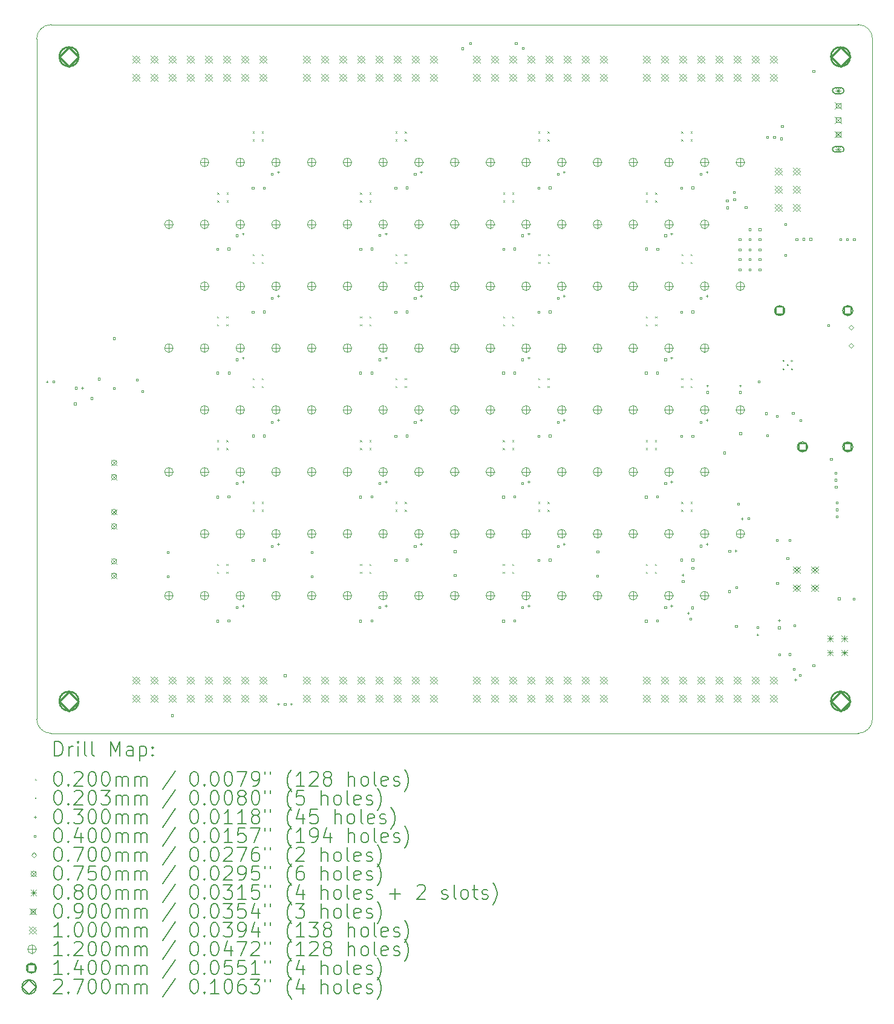
<source format=gbr>
%TF.GenerationSoftware,KiCad,Pcbnew,(6.0.11)*%
%TF.CreationDate,2024-04-02T21:51:22-04:00*%
%TF.ProjectId,Ultrasonic Sound Steering - Driver Rev. C,556c7472-6173-46f6-9e69-6320536f756e,rev?*%
%TF.SameCoordinates,Original*%
%TF.FileFunction,Drillmap*%
%TF.FilePolarity,Positive*%
%FSLAX45Y45*%
G04 Gerber Fmt 4.5, Leading zero omitted, Abs format (unit mm)*
G04 Created by KiCad (PCBNEW (6.0.11)) date 2024-04-02 21:51:22*
%MOMM*%
%LPD*%
G01*
G04 APERTURE LIST*
%ADD10C,0.100000*%
%ADD11C,0.200000*%
%ADD12C,0.020000*%
%ADD13C,0.020320*%
%ADD14C,0.030000*%
%ADD15C,0.040000*%
%ADD16C,0.070000*%
%ADD17C,0.075000*%
%ADD18C,0.080000*%
%ADD19C,0.090000*%
%ADD20C,0.120000*%
%ADD21C,0.140000*%
%ADD22C,0.270000*%
G04 APERTURE END LIST*
D10*
X31271911Y-4745000D02*
X31271490Y-14259579D01*
X31271910Y-4745000D02*
G75*
G03*
X31071911Y-4545000I-200000J0D01*
G01*
X19572331Y-14259579D02*
G75*
G03*
X19772333Y-14459579I199999J-1D01*
G01*
X19572333Y-14259579D02*
X19572333Y-4745421D01*
X19772333Y-4545421D02*
X31071911Y-4545000D01*
X31071490Y-14459579D02*
X19772333Y-14459579D01*
X31071490Y-14459580D02*
G75*
G03*
X31271490Y-14259579I0J200000D01*
G01*
X19772333Y-4545423D02*
G75*
G03*
X19572333Y-4745421I-3J-199997D01*
G01*
D11*
D12*
X22098702Y-8625398D02*
X22118702Y-8645398D01*
X22118702Y-8625398D02*
X22098702Y-8645398D01*
X22098702Y-8735398D02*
X22118702Y-8755398D01*
X22118702Y-8735398D02*
X22098702Y-8755398D01*
X22098702Y-10357449D02*
X22118702Y-10377449D01*
X22118702Y-10357449D02*
X22098702Y-10377449D01*
X22098702Y-10467449D02*
X22118702Y-10487449D01*
X22118702Y-10467449D02*
X22098702Y-10487449D01*
X22098702Y-12089499D02*
X22118702Y-12109499D01*
X22118702Y-12089499D02*
X22098702Y-12109499D01*
X22098702Y-12199499D02*
X22118702Y-12219499D01*
X22118702Y-12199499D02*
X22098702Y-12219499D01*
X22100500Y-6896600D02*
X22120500Y-6916600D01*
X22120500Y-6896600D02*
X22100500Y-6916600D01*
X22100500Y-7006600D02*
X22120500Y-7026600D01*
X22120500Y-7006600D02*
X22100500Y-7026600D01*
X22228702Y-8625398D02*
X22248702Y-8645398D01*
X22248702Y-8625398D02*
X22228702Y-8645398D01*
X22228702Y-8735398D02*
X22248702Y-8755398D01*
X22248702Y-8735398D02*
X22228702Y-8755398D01*
X22228702Y-10357449D02*
X22248702Y-10377449D01*
X22248702Y-10357449D02*
X22228702Y-10377449D01*
X22228702Y-10467449D02*
X22248702Y-10487449D01*
X22248702Y-10467449D02*
X22228702Y-10487449D01*
X22228702Y-12089499D02*
X22248702Y-12109499D01*
X22248702Y-12089499D02*
X22228702Y-12109499D01*
X22228702Y-12199499D02*
X22248702Y-12219499D01*
X22248702Y-12199499D02*
X22228702Y-12219499D01*
X22230500Y-6896600D02*
X22250500Y-6916600D01*
X22250500Y-6896600D02*
X22230500Y-6916600D01*
X22230500Y-7006600D02*
X22250500Y-7026600D01*
X22250500Y-7006600D02*
X22230500Y-7026600D01*
X22595000Y-6040000D02*
X22615000Y-6060000D01*
X22615000Y-6040000D02*
X22595000Y-6060000D01*
X22595000Y-6150000D02*
X22615000Y-6170000D01*
X22615000Y-6150000D02*
X22595000Y-6170000D01*
X22595202Y-7757052D02*
X22615202Y-7777052D01*
X22615202Y-7757052D02*
X22595202Y-7777052D01*
X22595202Y-7867052D02*
X22615202Y-7887052D01*
X22615202Y-7867052D02*
X22595202Y-7887052D01*
X22595202Y-9489103D02*
X22615202Y-9509103D01*
X22615202Y-9489103D02*
X22595202Y-9509103D01*
X22595202Y-9599103D02*
X22615202Y-9619103D01*
X22615202Y-9599103D02*
X22595202Y-9619103D01*
X22595202Y-11221154D02*
X22615202Y-11241154D01*
X22615202Y-11221154D02*
X22595202Y-11241154D01*
X22595202Y-11331154D02*
X22615202Y-11351154D01*
X22615202Y-11331154D02*
X22595202Y-11351154D01*
X22725000Y-6040000D02*
X22745000Y-6060000D01*
X22745000Y-6040000D02*
X22725000Y-6060000D01*
X22725000Y-6150000D02*
X22745000Y-6170000D01*
X22745000Y-6150000D02*
X22725000Y-6170000D01*
X22725202Y-7757052D02*
X22745202Y-7777052D01*
X22745202Y-7757052D02*
X22725202Y-7777052D01*
X22725202Y-7867052D02*
X22745202Y-7887052D01*
X22745202Y-7867052D02*
X22725202Y-7887052D01*
X22725202Y-9489103D02*
X22745202Y-9509103D01*
X22745202Y-9489103D02*
X22725202Y-9509103D01*
X22725202Y-9599103D02*
X22745202Y-9619103D01*
X22745202Y-9599103D02*
X22725202Y-9619103D01*
X22725202Y-11221154D02*
X22745202Y-11241154D01*
X22745202Y-11221154D02*
X22725202Y-11241154D01*
X22725202Y-11331154D02*
X22745202Y-11351154D01*
X22745202Y-11331154D02*
X22725202Y-11351154D01*
X24098702Y-10357449D02*
X24118702Y-10377449D01*
X24118702Y-10357449D02*
X24098702Y-10377449D01*
X24098702Y-10467449D02*
X24118702Y-10487449D01*
X24118702Y-10467449D02*
X24098702Y-10487449D01*
X24098702Y-12089499D02*
X24118702Y-12109499D01*
X24118702Y-12089499D02*
X24098702Y-12109499D01*
X24098702Y-12199499D02*
X24118702Y-12219499D01*
X24118702Y-12199499D02*
X24098702Y-12219499D01*
X24100327Y-8625414D02*
X24120327Y-8645414D01*
X24120327Y-8625414D02*
X24100327Y-8645414D01*
X24100327Y-8735414D02*
X24120327Y-8755414D01*
X24120327Y-8735414D02*
X24100327Y-8755414D01*
X24100500Y-6894946D02*
X24120500Y-6914946D01*
X24120500Y-6894946D02*
X24100500Y-6914946D01*
X24100500Y-7004946D02*
X24120500Y-7024946D01*
X24120500Y-7004946D02*
X24100500Y-7024946D01*
X24228702Y-10357449D02*
X24248702Y-10377449D01*
X24248702Y-10357449D02*
X24228702Y-10377449D01*
X24228702Y-10467449D02*
X24248702Y-10487449D01*
X24248702Y-10467449D02*
X24228702Y-10487449D01*
X24228702Y-12089499D02*
X24248702Y-12109499D01*
X24248702Y-12089499D02*
X24228702Y-12109499D01*
X24228702Y-12199499D02*
X24248702Y-12219499D01*
X24248702Y-12199499D02*
X24228702Y-12219499D01*
X24230327Y-8625414D02*
X24250327Y-8645414D01*
X24250327Y-8625414D02*
X24230327Y-8645414D01*
X24230327Y-8735414D02*
X24250327Y-8755414D01*
X24250327Y-8735414D02*
X24230327Y-8755414D01*
X24230500Y-6894946D02*
X24250500Y-6914946D01*
X24250500Y-6894946D02*
X24230500Y-6914946D01*
X24230500Y-7004946D02*
X24250500Y-7024946D01*
X24250500Y-7004946D02*
X24230500Y-7024946D01*
X24595000Y-6040000D02*
X24615000Y-6060000D01*
X24615000Y-6040000D02*
X24595000Y-6060000D01*
X24595000Y-6150000D02*
X24615000Y-6170000D01*
X24615000Y-6150000D02*
X24595000Y-6170000D01*
X24595202Y-9489103D02*
X24615202Y-9509103D01*
X24615202Y-9489103D02*
X24595202Y-9509103D01*
X24595202Y-9599103D02*
X24615202Y-9619103D01*
X24615202Y-9599103D02*
X24595202Y-9619103D01*
X24595202Y-11221154D02*
X24615202Y-11241154D01*
X24615202Y-11221154D02*
X24595202Y-11241154D01*
X24595202Y-11331154D02*
X24615202Y-11351154D01*
X24615202Y-11331154D02*
X24595202Y-11351154D01*
X24596827Y-7757068D02*
X24616827Y-7777068D01*
X24616827Y-7757068D02*
X24596827Y-7777068D01*
X24596827Y-7867068D02*
X24616827Y-7887068D01*
X24616827Y-7867068D02*
X24596827Y-7887068D01*
X24725000Y-6040000D02*
X24745000Y-6060000D01*
X24745000Y-6040000D02*
X24725000Y-6060000D01*
X24725000Y-6150000D02*
X24745000Y-6170000D01*
X24745000Y-6150000D02*
X24725000Y-6170000D01*
X24725202Y-9489103D02*
X24745202Y-9509103D01*
X24745202Y-9489103D02*
X24725202Y-9509103D01*
X24725202Y-9599103D02*
X24745202Y-9619103D01*
X24745202Y-9599103D02*
X24725202Y-9619103D01*
X24725202Y-11221154D02*
X24745202Y-11241154D01*
X24745202Y-11221154D02*
X24725202Y-11241154D01*
X24725202Y-11331154D02*
X24745202Y-11351154D01*
X24745202Y-11331154D02*
X24725202Y-11351154D01*
X24726827Y-7757068D02*
X24746827Y-7777068D01*
X24746827Y-7757068D02*
X24726827Y-7777068D01*
X24726827Y-7867068D02*
X24746827Y-7887068D01*
X24746827Y-7867068D02*
X24726827Y-7887068D01*
X26098702Y-10357449D02*
X26118702Y-10377449D01*
X26118702Y-10357449D02*
X26098702Y-10377449D01*
X26098702Y-10467449D02*
X26118702Y-10487449D01*
X26118702Y-10467449D02*
X26098702Y-10487449D01*
X26098702Y-12089499D02*
X26118702Y-12109499D01*
X26118702Y-12089499D02*
X26098702Y-12109499D01*
X26098702Y-12199499D02*
X26118702Y-12219499D01*
X26118702Y-12199499D02*
X26098702Y-12219499D01*
X26100327Y-8625414D02*
X26120327Y-8645414D01*
X26120327Y-8625414D02*
X26100327Y-8645414D01*
X26100327Y-8735414D02*
X26120327Y-8755414D01*
X26120327Y-8735414D02*
X26100327Y-8755414D01*
X26100500Y-6894946D02*
X26120500Y-6914946D01*
X26120500Y-6894946D02*
X26100500Y-6914946D01*
X26100500Y-7004946D02*
X26120500Y-7024946D01*
X26120500Y-7004946D02*
X26100500Y-7024946D01*
X26228702Y-10357449D02*
X26248702Y-10377449D01*
X26248702Y-10357449D02*
X26228702Y-10377449D01*
X26228702Y-10467449D02*
X26248702Y-10487449D01*
X26248702Y-10467449D02*
X26228702Y-10487449D01*
X26228702Y-12089499D02*
X26248702Y-12109499D01*
X26248702Y-12089499D02*
X26228702Y-12109499D01*
X26228702Y-12199499D02*
X26248702Y-12219499D01*
X26248702Y-12199499D02*
X26228702Y-12219499D01*
X26230327Y-8625414D02*
X26250327Y-8645414D01*
X26250327Y-8625414D02*
X26230327Y-8645414D01*
X26230327Y-8735414D02*
X26250327Y-8755414D01*
X26250327Y-8735414D02*
X26230327Y-8755414D01*
X26230500Y-6894946D02*
X26250500Y-6914946D01*
X26250500Y-6894946D02*
X26230500Y-6914946D01*
X26230500Y-7004946D02*
X26250500Y-7024946D01*
X26250500Y-7004946D02*
X26230500Y-7024946D01*
X26595000Y-6040000D02*
X26615000Y-6060000D01*
X26615000Y-6040000D02*
X26595000Y-6060000D01*
X26595000Y-6150000D02*
X26615000Y-6170000D01*
X26615000Y-6150000D02*
X26595000Y-6170000D01*
X26595202Y-9489103D02*
X26615202Y-9509103D01*
X26615202Y-9489103D02*
X26595202Y-9509103D01*
X26595202Y-9599103D02*
X26615202Y-9619103D01*
X26615202Y-9599103D02*
X26595202Y-9619103D01*
X26595202Y-11221154D02*
X26615202Y-11241154D01*
X26615202Y-11221154D02*
X26595202Y-11241154D01*
X26595202Y-11331154D02*
X26615202Y-11351154D01*
X26615202Y-11331154D02*
X26595202Y-11351154D01*
X26596827Y-7757068D02*
X26616827Y-7777068D01*
X26616827Y-7757068D02*
X26596827Y-7777068D01*
X26596827Y-7867068D02*
X26616827Y-7887068D01*
X26616827Y-7867068D02*
X26596827Y-7887068D01*
X26725000Y-6040000D02*
X26745000Y-6060000D01*
X26745000Y-6040000D02*
X26725000Y-6060000D01*
X26725000Y-6150000D02*
X26745000Y-6170000D01*
X26745000Y-6150000D02*
X26725000Y-6170000D01*
X26725202Y-9489103D02*
X26745202Y-9509103D01*
X26745202Y-9489103D02*
X26725202Y-9509103D01*
X26725202Y-9599103D02*
X26745202Y-9619103D01*
X26745202Y-9599103D02*
X26725202Y-9619103D01*
X26725202Y-11221154D02*
X26745202Y-11241154D01*
X26745202Y-11221154D02*
X26725202Y-11241154D01*
X26725202Y-11331154D02*
X26745202Y-11351154D01*
X26745202Y-11331154D02*
X26725202Y-11351154D01*
X26726827Y-7757068D02*
X26746827Y-7777068D01*
X26746827Y-7757068D02*
X26726827Y-7777068D01*
X26726827Y-7867068D02*
X26746827Y-7887068D01*
X26746827Y-7867068D02*
X26726827Y-7887068D01*
X28098702Y-10357449D02*
X28118702Y-10377449D01*
X28118702Y-10357449D02*
X28098702Y-10377449D01*
X28098702Y-10467449D02*
X28118702Y-10487449D01*
X28118702Y-10467449D02*
X28098702Y-10487449D01*
X28098702Y-12089499D02*
X28118702Y-12109499D01*
X28118702Y-12089499D02*
X28098702Y-12109499D01*
X28098702Y-12199499D02*
X28118702Y-12219499D01*
X28118702Y-12199499D02*
X28098702Y-12219499D01*
X28100500Y-6894946D02*
X28120500Y-6914946D01*
X28120500Y-6894946D02*
X28100500Y-6914946D01*
X28100500Y-7004946D02*
X28120500Y-7024946D01*
X28120500Y-7004946D02*
X28100500Y-7024946D01*
X28100500Y-8625651D02*
X28120500Y-8645651D01*
X28120500Y-8625651D02*
X28100500Y-8645651D01*
X28100500Y-8735651D02*
X28120500Y-8755651D01*
X28120500Y-8735651D02*
X28100500Y-8755651D01*
X28228702Y-10357449D02*
X28248702Y-10377449D01*
X28248702Y-10357449D02*
X28228702Y-10377449D01*
X28228702Y-10467449D02*
X28248702Y-10487449D01*
X28248702Y-10467449D02*
X28228702Y-10487449D01*
X28228702Y-12089499D02*
X28248702Y-12109499D01*
X28248702Y-12089499D02*
X28228702Y-12109499D01*
X28228702Y-12199499D02*
X28248702Y-12219499D01*
X28248702Y-12199499D02*
X28228702Y-12219499D01*
X28230500Y-6894946D02*
X28250500Y-6914946D01*
X28250500Y-6894946D02*
X28230500Y-6914946D01*
X28230500Y-7004946D02*
X28250500Y-7024946D01*
X28250500Y-7004946D02*
X28230500Y-7024946D01*
X28230500Y-8625651D02*
X28250500Y-8645651D01*
X28250500Y-8625651D02*
X28230500Y-8645651D01*
X28230500Y-8735651D02*
X28250500Y-8755651D01*
X28250500Y-8735651D02*
X28230500Y-8755651D01*
X28595000Y-6040000D02*
X28615000Y-6060000D01*
X28615000Y-6040000D02*
X28595000Y-6060000D01*
X28595000Y-6150000D02*
X28615000Y-6170000D01*
X28615000Y-6150000D02*
X28595000Y-6170000D01*
X28595202Y-9489103D02*
X28615202Y-9509103D01*
X28615202Y-9489103D02*
X28595202Y-9509103D01*
X28595202Y-9599103D02*
X28615202Y-9619103D01*
X28615202Y-9599103D02*
X28595202Y-9619103D01*
X28595202Y-11221154D02*
X28615202Y-11241154D01*
X28615202Y-11221154D02*
X28595202Y-11241154D01*
X28595202Y-11331154D02*
X28615202Y-11351154D01*
X28615202Y-11331154D02*
X28595202Y-11351154D01*
X28597000Y-7757305D02*
X28617000Y-7777305D01*
X28617000Y-7757305D02*
X28597000Y-7777305D01*
X28597000Y-7867305D02*
X28617000Y-7887305D01*
X28617000Y-7867305D02*
X28597000Y-7887305D01*
X28725000Y-6040000D02*
X28745000Y-6060000D01*
X28745000Y-6040000D02*
X28725000Y-6060000D01*
X28725000Y-6150000D02*
X28745000Y-6170000D01*
X28745000Y-6150000D02*
X28725000Y-6170000D01*
X28725202Y-9489103D02*
X28745202Y-9509103D01*
X28745202Y-9489103D02*
X28725202Y-9509103D01*
X28725202Y-9599103D02*
X28745202Y-9619103D01*
X28745202Y-9599103D02*
X28725202Y-9619103D01*
X28725202Y-11221154D02*
X28745202Y-11241154D01*
X28745202Y-11221154D02*
X28725202Y-11241154D01*
X28725202Y-11331154D02*
X28745202Y-11351154D01*
X28745202Y-11331154D02*
X28725202Y-11351154D01*
X28727000Y-7757305D02*
X28747000Y-7777305D01*
X28747000Y-7757305D02*
X28727000Y-7777305D01*
X28727000Y-7867305D02*
X28747000Y-7887305D01*
X28747000Y-7867305D02*
X28727000Y-7887305D01*
D13*
X30034660Y-9250000D02*
G75*
G03*
X30034660Y-9250000I-10160J0D01*
G01*
X30034660Y-9368000D02*
G75*
G03*
X30034660Y-9368000I-10160J0D01*
G01*
X30093660Y-9309000D02*
G75*
G03*
X30093660Y-9309000I-10160J0D01*
G01*
X30152660Y-9250000D02*
G75*
G03*
X30152660Y-9250000I-10160J0D01*
G01*
X30152660Y-9368000D02*
G75*
G03*
X30152660Y-9368000I-10160J0D01*
G01*
D14*
X19716718Y-9525620D02*
X19716718Y-9555620D01*
X19701718Y-9540620D02*
X19731718Y-9540620D01*
X20212450Y-9612500D02*
X20212450Y-9642500D01*
X20197450Y-9627500D02*
X20227450Y-9627500D01*
X22459000Y-7458000D02*
X22459000Y-7488000D01*
X22444000Y-7473000D02*
X22474000Y-7473000D01*
X22459000Y-9192000D02*
X22459000Y-9222000D01*
X22444000Y-9207000D02*
X22474000Y-9207000D01*
X22459000Y-10926000D02*
X22459000Y-10956000D01*
X22444000Y-10941000D02*
X22474000Y-10941000D01*
X22459000Y-12660000D02*
X22459000Y-12690000D01*
X22444000Y-12675000D02*
X22474000Y-12675000D01*
X22954000Y-6594000D02*
X22954000Y-6624000D01*
X22939000Y-6609000D02*
X22969000Y-6609000D01*
X22954000Y-8328000D02*
X22954000Y-8358000D01*
X22939000Y-8343000D02*
X22969000Y-8343000D01*
X22954000Y-10062000D02*
X22954000Y-10092000D01*
X22939000Y-10077000D02*
X22969000Y-10077000D01*
X22954000Y-11796000D02*
X22954000Y-11826000D01*
X22939000Y-11811000D02*
X22969000Y-11811000D01*
X22956050Y-14035000D02*
X22956050Y-14065000D01*
X22941050Y-14050000D02*
X22971050Y-14050000D01*
X23135950Y-14035000D02*
X23135950Y-14065000D01*
X23120950Y-14050000D02*
X23150950Y-14050000D01*
X24459000Y-7458000D02*
X24459000Y-7488000D01*
X24444000Y-7473000D02*
X24474000Y-7473000D01*
X24459000Y-9192000D02*
X24459000Y-9222000D01*
X24444000Y-9207000D02*
X24474000Y-9207000D01*
X24459000Y-10926000D02*
X24459000Y-10956000D01*
X24444000Y-10941000D02*
X24474000Y-10941000D01*
X24459000Y-12660000D02*
X24459000Y-12690000D01*
X24444000Y-12675000D02*
X24474000Y-12675000D01*
X24954000Y-6594000D02*
X24954000Y-6624000D01*
X24939000Y-6609000D02*
X24969000Y-6609000D01*
X24954000Y-8328000D02*
X24954000Y-8358000D01*
X24939000Y-8343000D02*
X24969000Y-8343000D01*
X24954000Y-10062000D02*
X24954000Y-10092000D01*
X24939000Y-10077000D02*
X24969000Y-10077000D01*
X24954000Y-11796000D02*
X24954000Y-11826000D01*
X24939000Y-11811000D02*
X24969000Y-11811000D01*
X26459000Y-7458000D02*
X26459000Y-7488000D01*
X26444000Y-7473000D02*
X26474000Y-7473000D01*
X26459000Y-9192000D02*
X26459000Y-9222000D01*
X26444000Y-9207000D02*
X26474000Y-9207000D01*
X26459000Y-10926000D02*
X26459000Y-10956000D01*
X26444000Y-10941000D02*
X26474000Y-10941000D01*
X26459000Y-12660000D02*
X26459000Y-12690000D01*
X26444000Y-12675000D02*
X26474000Y-12675000D01*
X26954000Y-6594000D02*
X26954000Y-6624000D01*
X26939000Y-6609000D02*
X26969000Y-6609000D01*
X26954000Y-8328000D02*
X26954000Y-8358000D01*
X26939000Y-8343000D02*
X26969000Y-8343000D01*
X26954000Y-10062000D02*
X26954000Y-10092000D01*
X26939000Y-10077000D02*
X26969000Y-10077000D01*
X26954000Y-11796000D02*
X26954000Y-11826000D01*
X26939000Y-11811000D02*
X26969000Y-11811000D01*
X28459000Y-7458000D02*
X28459000Y-7488000D01*
X28444000Y-7473000D02*
X28474000Y-7473000D01*
X28459000Y-9192000D02*
X28459000Y-9222000D01*
X28444000Y-9207000D02*
X28474000Y-9207000D01*
X28459000Y-10926000D02*
X28459000Y-10956000D01*
X28444000Y-10941000D02*
X28474000Y-10941000D01*
X28459000Y-12660000D02*
X28459000Y-12690000D01*
X28444000Y-12675000D02*
X28474000Y-12675000D01*
X28614093Y-12228135D02*
X28614093Y-12258135D01*
X28599093Y-12243135D02*
X28629093Y-12243135D01*
X28690134Y-12760509D02*
X28690134Y-12790509D01*
X28675134Y-12775509D02*
X28705134Y-12775509D01*
X28954000Y-6594000D02*
X28954000Y-6624000D01*
X28939000Y-6609000D02*
X28969000Y-6609000D01*
X28954000Y-8328000D02*
X28954000Y-8358000D01*
X28939000Y-8343000D02*
X28969000Y-8343000D01*
X28954000Y-10062000D02*
X28954000Y-10092000D01*
X28939000Y-10077000D02*
X28969000Y-10077000D01*
X28954000Y-11796000D02*
X28954000Y-11826000D01*
X28939000Y-11811000D02*
X28969000Y-11811000D01*
X28960000Y-9583050D02*
X28960000Y-9613050D01*
X28945000Y-9598050D02*
X28975000Y-9598050D01*
X29358943Y-11890816D02*
X29358943Y-11920816D01*
X29343943Y-11905816D02*
X29373943Y-11905816D01*
X29419637Y-9583060D02*
X29419637Y-9613060D01*
X29404637Y-9598060D02*
X29434637Y-9598060D01*
X29444188Y-11440989D02*
X29444188Y-11470989D01*
X29429188Y-11455989D02*
X29459188Y-11455989D01*
X29663499Y-13064889D02*
X29663499Y-13094889D01*
X29648499Y-13079889D02*
X29678499Y-13079889D01*
X29966190Y-12865057D02*
X29966190Y-12895057D01*
X29951190Y-12880057D02*
X29981190Y-12880057D01*
X30191450Y-13695000D02*
X30191450Y-13725000D01*
X30176450Y-13710000D02*
X30206450Y-13710000D01*
D15*
X19820768Y-9551989D02*
X19820768Y-9523704D01*
X19792483Y-9523704D01*
X19792483Y-9551989D01*
X19820768Y-9551989D01*
X20123517Y-9863517D02*
X20123517Y-9835233D01*
X20095233Y-9835233D01*
X20095233Y-9863517D01*
X20123517Y-9863517D01*
X20136642Y-9641642D02*
X20136642Y-9613358D01*
X20108358Y-9613358D01*
X20108358Y-9641642D01*
X20136642Y-9641642D01*
X20354142Y-9786642D02*
X20354142Y-9758358D01*
X20325858Y-9758358D01*
X20325858Y-9786642D01*
X20354142Y-9786642D01*
X20460074Y-9515074D02*
X20460074Y-9486789D01*
X20431789Y-9486789D01*
X20431789Y-9515074D01*
X20460074Y-9515074D01*
X20669142Y-8949142D02*
X20669142Y-8920858D01*
X20640858Y-8920858D01*
X20640858Y-8949142D01*
X20669142Y-8949142D01*
X20669142Y-9644142D02*
X20669142Y-9615858D01*
X20640858Y-9615858D01*
X20640858Y-9644142D01*
X20669142Y-9644142D01*
X20989192Y-9529162D02*
X20989192Y-9500878D01*
X20960908Y-9500878D01*
X20960908Y-9529162D01*
X20989192Y-9529162D01*
X21068934Y-9686642D02*
X21068934Y-9658358D01*
X21040650Y-9658358D01*
X21040650Y-9686642D01*
X21068934Y-9686642D01*
X21423142Y-12279142D02*
X21423142Y-12250858D01*
X21394858Y-12250858D01*
X21394858Y-12279142D01*
X21423142Y-12279142D01*
X21425142Y-11941142D02*
X21425142Y-11912858D01*
X21396858Y-11912858D01*
X21396858Y-11941142D01*
X21425142Y-11941142D01*
X21484642Y-14223642D02*
X21484642Y-14195358D01*
X21456358Y-14195358D01*
X21456358Y-14223642D01*
X21484642Y-14223642D01*
X22116642Y-7696642D02*
X22116642Y-7668358D01*
X22088358Y-7668358D01*
X22088358Y-7696642D01*
X22116642Y-7696642D01*
X22116642Y-11166642D02*
X22116642Y-11138358D01*
X22088358Y-11138358D01*
X22088358Y-11166642D01*
X22116642Y-11166642D01*
X22116642Y-12901642D02*
X22116642Y-12873358D01*
X22088358Y-12873358D01*
X22088358Y-12901642D01*
X22116642Y-12901642D01*
X22119142Y-9431642D02*
X22119142Y-9403358D01*
X22090858Y-9403358D01*
X22090858Y-9431642D01*
X22119142Y-9431642D01*
X22274142Y-7694142D02*
X22274142Y-7665858D01*
X22245858Y-7665858D01*
X22245858Y-7694142D01*
X22274142Y-7694142D01*
X22274142Y-11164142D02*
X22274142Y-11135858D01*
X22245858Y-11135858D01*
X22245858Y-11164142D01*
X22274142Y-11164142D01*
X22274142Y-12899142D02*
X22274142Y-12870858D01*
X22245858Y-12870858D01*
X22245858Y-12899142D01*
X22274142Y-12899142D01*
X22276642Y-9429142D02*
X22276642Y-9400858D01*
X22248358Y-9400858D01*
X22248358Y-9429142D01*
X22276642Y-9429142D01*
X22385392Y-7507892D02*
X22385392Y-7479608D01*
X22357108Y-7479608D01*
X22357108Y-7507892D01*
X22385392Y-7507892D01*
X22385392Y-9242892D02*
X22385392Y-9214608D01*
X22357108Y-9214608D01*
X22357108Y-9242892D01*
X22385392Y-9242892D01*
X22385392Y-10975392D02*
X22385392Y-10947108D01*
X22357108Y-10947108D01*
X22357108Y-10975392D01*
X22385392Y-10975392D01*
X22385392Y-12712892D02*
X22385392Y-12684608D01*
X22357108Y-12684608D01*
X22357108Y-12712892D01*
X22385392Y-12712892D01*
X22611642Y-6844142D02*
X22611642Y-6815858D01*
X22583358Y-6815858D01*
X22583358Y-6844142D01*
X22611642Y-6844142D01*
X22611642Y-8577892D02*
X22611642Y-8549608D01*
X22583358Y-8549608D01*
X22583358Y-8577892D01*
X22611642Y-8577892D01*
X22611642Y-12050392D02*
X22611642Y-12022108D01*
X22583358Y-12022108D01*
X22583358Y-12050392D01*
X22611642Y-12050392D01*
X22614142Y-10310392D02*
X22614142Y-10282108D01*
X22585858Y-10282108D01*
X22585858Y-10310392D01*
X22614142Y-10310392D01*
X22769142Y-6841642D02*
X22769142Y-6813358D01*
X22740858Y-6813358D01*
X22740858Y-6841642D01*
X22769142Y-6841642D01*
X22769142Y-8575392D02*
X22769142Y-8547108D01*
X22740858Y-8547108D01*
X22740858Y-8575392D01*
X22769142Y-8575392D01*
X22769142Y-10310392D02*
X22769142Y-10282108D01*
X22740858Y-10282108D01*
X22740858Y-10310392D01*
X22769142Y-10310392D01*
X22769142Y-12047892D02*
X22769142Y-12019608D01*
X22740858Y-12019608D01*
X22740858Y-12047892D01*
X22769142Y-12047892D01*
X22881642Y-6649142D02*
X22881642Y-6620858D01*
X22853358Y-6620858D01*
X22853358Y-6649142D01*
X22881642Y-6649142D01*
X22881642Y-8382892D02*
X22881642Y-8354608D01*
X22853358Y-8354608D01*
X22853358Y-8382892D01*
X22881642Y-8382892D01*
X22881642Y-10117892D02*
X22881642Y-10089608D01*
X22853358Y-10089608D01*
X22853358Y-10117892D01*
X22881642Y-10117892D01*
X22881642Y-11855392D02*
X22881642Y-11827108D01*
X22853358Y-11827108D01*
X22853358Y-11855392D01*
X22881642Y-11855392D01*
X23060142Y-14064142D02*
X23060142Y-14035858D01*
X23031858Y-14035858D01*
X23031858Y-14064142D01*
X23060142Y-14064142D01*
X23061142Y-13663642D02*
X23061142Y-13635358D01*
X23032858Y-13635358D01*
X23032858Y-13663642D01*
X23061142Y-13663642D01*
X23437142Y-12279142D02*
X23437142Y-12250858D01*
X23408858Y-12250858D01*
X23408858Y-12279142D01*
X23437142Y-12279142D01*
X23439142Y-11941142D02*
X23439142Y-11912858D01*
X23410858Y-11912858D01*
X23410858Y-11941142D01*
X23439142Y-11941142D01*
X24116642Y-9431642D02*
X24116642Y-9403358D01*
X24088358Y-9403358D01*
X24088358Y-9431642D01*
X24116642Y-9431642D01*
X24116642Y-11166642D02*
X24116642Y-11138358D01*
X24088358Y-11138358D01*
X24088358Y-11166642D01*
X24116642Y-11166642D01*
X24116642Y-12901642D02*
X24116642Y-12873358D01*
X24088358Y-12873358D01*
X24088358Y-12901642D01*
X24116642Y-12901642D01*
X24119142Y-7696642D02*
X24119142Y-7668358D01*
X24090858Y-7668358D01*
X24090858Y-7696642D01*
X24119142Y-7696642D01*
X24274142Y-9429142D02*
X24274142Y-9400858D01*
X24245858Y-9400858D01*
X24245858Y-9429142D01*
X24274142Y-9429142D01*
X24274142Y-11164142D02*
X24274142Y-11135858D01*
X24245858Y-11135858D01*
X24245858Y-11164142D01*
X24274142Y-11164142D01*
X24274142Y-12899142D02*
X24274142Y-12870858D01*
X24245858Y-12870858D01*
X24245858Y-12899142D01*
X24274142Y-12899142D01*
X24276642Y-7694142D02*
X24276642Y-7665858D01*
X24248358Y-7665858D01*
X24248358Y-7694142D01*
X24276642Y-7694142D01*
X24385392Y-7505392D02*
X24385392Y-7477108D01*
X24357108Y-7477108D01*
X24357108Y-7505392D01*
X24385392Y-7505392D01*
X24385392Y-9242892D02*
X24385392Y-9214608D01*
X24357108Y-9214608D01*
X24357108Y-9242892D01*
X24385392Y-9242892D01*
X24385392Y-10977892D02*
X24385392Y-10949608D01*
X24357108Y-10949608D01*
X24357108Y-10977892D01*
X24385392Y-10977892D01*
X24385392Y-12712892D02*
X24385392Y-12684608D01*
X24357108Y-12684608D01*
X24357108Y-12712892D01*
X24385392Y-12712892D01*
X24611642Y-6842892D02*
X24611642Y-6814608D01*
X24583358Y-6814608D01*
X24583358Y-6842892D01*
X24611642Y-6842892D01*
X24611642Y-8577892D02*
X24611642Y-8549608D01*
X24583358Y-8549608D01*
X24583358Y-8577892D01*
X24611642Y-8577892D01*
X24611642Y-10312892D02*
X24611642Y-10284608D01*
X24583358Y-10284608D01*
X24583358Y-10312892D01*
X24611642Y-10312892D01*
X24611642Y-12050392D02*
X24611642Y-12022108D01*
X24583358Y-12022108D01*
X24583358Y-12050392D01*
X24611642Y-12050392D01*
X24769142Y-6840392D02*
X24769142Y-6812108D01*
X24740858Y-6812108D01*
X24740858Y-6840392D01*
X24769142Y-6840392D01*
X24769142Y-8575392D02*
X24769142Y-8547108D01*
X24740858Y-8547108D01*
X24740858Y-8575392D01*
X24769142Y-8575392D01*
X24769142Y-10310392D02*
X24769142Y-10282108D01*
X24740858Y-10282108D01*
X24740858Y-10310392D01*
X24769142Y-10310392D01*
X24769142Y-12047892D02*
X24769142Y-12019608D01*
X24740858Y-12019608D01*
X24740858Y-12047892D01*
X24769142Y-12047892D01*
X24881642Y-6647892D02*
X24881642Y-6619608D01*
X24853358Y-6619608D01*
X24853358Y-6647892D01*
X24881642Y-6647892D01*
X24881642Y-8382892D02*
X24881642Y-8354608D01*
X24853358Y-8354608D01*
X24853358Y-8382892D01*
X24881642Y-8382892D01*
X24881642Y-10117892D02*
X24881642Y-10089608D01*
X24853358Y-10089608D01*
X24853358Y-10117892D01*
X24881642Y-10117892D01*
X24881642Y-11855392D02*
X24881642Y-11827108D01*
X24853358Y-11827108D01*
X24853358Y-11855392D01*
X24881642Y-11855392D01*
X25439142Y-12265142D02*
X25439142Y-12236858D01*
X25410858Y-12236858D01*
X25410858Y-12265142D01*
X25439142Y-12265142D01*
X25441142Y-11927142D02*
X25441142Y-11898858D01*
X25412858Y-11898858D01*
X25412858Y-11927142D01*
X25441142Y-11927142D01*
X25548142Y-4892142D02*
X25548142Y-4863858D01*
X25519858Y-4863858D01*
X25519858Y-4892142D01*
X25548142Y-4892142D01*
X25655142Y-4819142D02*
X25655142Y-4790858D01*
X25626858Y-4790858D01*
X25626858Y-4819142D01*
X25655142Y-4819142D01*
X26116642Y-9431642D02*
X26116642Y-9403358D01*
X26088358Y-9403358D01*
X26088358Y-9431642D01*
X26116642Y-9431642D01*
X26116642Y-11166642D02*
X26116642Y-11138358D01*
X26088358Y-11138358D01*
X26088358Y-11166642D01*
X26116642Y-11166642D01*
X26116642Y-12901642D02*
X26116642Y-12873358D01*
X26088358Y-12873358D01*
X26088358Y-12901642D01*
X26116642Y-12901642D01*
X26119142Y-7696642D02*
X26119142Y-7668358D01*
X26090858Y-7668358D01*
X26090858Y-7696642D01*
X26119142Y-7696642D01*
X26274142Y-9429142D02*
X26274142Y-9400858D01*
X26245858Y-9400858D01*
X26245858Y-9429142D01*
X26274142Y-9429142D01*
X26274142Y-11164142D02*
X26274142Y-11135858D01*
X26245858Y-11135858D01*
X26245858Y-11164142D01*
X26274142Y-11164142D01*
X26274142Y-12899142D02*
X26274142Y-12870858D01*
X26245858Y-12870858D01*
X26245858Y-12899142D01*
X26274142Y-12899142D01*
X26276642Y-7694142D02*
X26276642Y-7665858D01*
X26248358Y-7665858D01*
X26248358Y-7694142D01*
X26276642Y-7694142D01*
X26296142Y-4820142D02*
X26296142Y-4791858D01*
X26267858Y-4791858D01*
X26267858Y-4820142D01*
X26296142Y-4820142D01*
X26385392Y-7507892D02*
X26385392Y-7479608D01*
X26357108Y-7479608D01*
X26357108Y-7507892D01*
X26385392Y-7507892D01*
X26385392Y-9242892D02*
X26385392Y-9214608D01*
X26357108Y-9214608D01*
X26357108Y-9242892D01*
X26385392Y-9242892D01*
X26385392Y-10977892D02*
X26385392Y-10949608D01*
X26357108Y-10949608D01*
X26357108Y-10977892D01*
X26385392Y-10977892D01*
X26385392Y-12712892D02*
X26385392Y-12684608D01*
X26357108Y-12684608D01*
X26357108Y-12712892D01*
X26385392Y-12712892D01*
X26393142Y-4889142D02*
X26393142Y-4860858D01*
X26364858Y-4860858D01*
X26364858Y-4889142D01*
X26393142Y-4889142D01*
X26611642Y-6842892D02*
X26611642Y-6814608D01*
X26583358Y-6814608D01*
X26583358Y-6842892D01*
X26611642Y-6842892D01*
X26611642Y-8577892D02*
X26611642Y-8549608D01*
X26583358Y-8549608D01*
X26583358Y-8577892D01*
X26611642Y-8577892D01*
X26611642Y-10312892D02*
X26611642Y-10284608D01*
X26583358Y-10284608D01*
X26583358Y-10312892D01*
X26611642Y-10312892D01*
X26611642Y-12050392D02*
X26611642Y-12022108D01*
X26583358Y-12022108D01*
X26583358Y-12050392D01*
X26611642Y-12050392D01*
X26769142Y-6840392D02*
X26769142Y-6812108D01*
X26740858Y-6812108D01*
X26740858Y-6840392D01*
X26769142Y-6840392D01*
X26769142Y-8575392D02*
X26769142Y-8547108D01*
X26740858Y-8547108D01*
X26740858Y-8575392D01*
X26769142Y-8575392D01*
X26769142Y-10310392D02*
X26769142Y-10282108D01*
X26740858Y-10282108D01*
X26740858Y-10310392D01*
X26769142Y-10310392D01*
X26769142Y-12047892D02*
X26769142Y-12019608D01*
X26740858Y-12019608D01*
X26740858Y-12047892D01*
X26769142Y-12047892D01*
X26881642Y-6647892D02*
X26881642Y-6619608D01*
X26853358Y-6619608D01*
X26853358Y-6647892D01*
X26881642Y-6647892D01*
X26881642Y-8382892D02*
X26881642Y-8354608D01*
X26853358Y-8354608D01*
X26853358Y-8382892D01*
X26881642Y-8382892D01*
X26881642Y-10117892D02*
X26881642Y-10089608D01*
X26853358Y-10089608D01*
X26853358Y-10117892D01*
X26881642Y-10117892D01*
X26881642Y-11855392D02*
X26881642Y-11827108D01*
X26853358Y-11827108D01*
X26853358Y-11855392D01*
X26881642Y-11855392D01*
X27435142Y-12271142D02*
X27435142Y-12242858D01*
X27406858Y-12242858D01*
X27406858Y-12271142D01*
X27435142Y-12271142D01*
X27437142Y-11933142D02*
X27437142Y-11904858D01*
X27408858Y-11904858D01*
X27408858Y-11933142D01*
X27437142Y-11933142D01*
X28116642Y-9431642D02*
X28116642Y-9403358D01*
X28088358Y-9403358D01*
X28088358Y-9431642D01*
X28116642Y-9431642D01*
X28116642Y-11166642D02*
X28116642Y-11138358D01*
X28088358Y-11138358D01*
X28088358Y-11166642D01*
X28116642Y-11166642D01*
X28116642Y-12901642D02*
X28116642Y-12873358D01*
X28088358Y-12873358D01*
X28088358Y-12901642D01*
X28116642Y-12901642D01*
X28121642Y-7694142D02*
X28121642Y-7665858D01*
X28093358Y-7665858D01*
X28093358Y-7694142D01*
X28121642Y-7694142D01*
X28274142Y-9429142D02*
X28274142Y-9400858D01*
X28245858Y-9400858D01*
X28245858Y-9429142D01*
X28274142Y-9429142D01*
X28274142Y-11164142D02*
X28274142Y-11135858D01*
X28245858Y-11135858D01*
X28245858Y-11164142D01*
X28274142Y-11164142D01*
X28274142Y-12899142D02*
X28274142Y-12870858D01*
X28245858Y-12870858D01*
X28245858Y-12899142D01*
X28274142Y-12899142D01*
X28276642Y-7696642D02*
X28276642Y-7668358D01*
X28248358Y-7668358D01*
X28248358Y-7696642D01*
X28276642Y-7696642D01*
X28385392Y-7507892D02*
X28385392Y-7479608D01*
X28357108Y-7479608D01*
X28357108Y-7507892D01*
X28385392Y-7507892D01*
X28385392Y-9242892D02*
X28385392Y-9214608D01*
X28357108Y-9214608D01*
X28357108Y-9242892D01*
X28385392Y-9242892D01*
X28385392Y-10977892D02*
X28385392Y-10949608D01*
X28357108Y-10949608D01*
X28357108Y-10977892D01*
X28385392Y-10977892D01*
X28385392Y-12712892D02*
X28385392Y-12684608D01*
X28357108Y-12684608D01*
X28357108Y-12712892D01*
X28385392Y-12712892D01*
X28611642Y-6842892D02*
X28611642Y-6814608D01*
X28583358Y-6814608D01*
X28583358Y-6842892D01*
X28611642Y-6842892D01*
X28611642Y-8577892D02*
X28611642Y-8549608D01*
X28583358Y-8549608D01*
X28583358Y-8577892D01*
X28611642Y-8577892D01*
X28611642Y-10315392D02*
X28611642Y-10287108D01*
X28583358Y-10287108D01*
X28583358Y-10315392D01*
X28611642Y-10315392D01*
X28611642Y-12047892D02*
X28611642Y-12019608D01*
X28583358Y-12019608D01*
X28583358Y-12047892D01*
X28611642Y-12047892D01*
X28632142Y-12347142D02*
X28632142Y-12318858D01*
X28603858Y-12318858D01*
X28603858Y-12347142D01*
X28632142Y-12347142D01*
X28740142Y-12872142D02*
X28740142Y-12843858D01*
X28711858Y-12843858D01*
X28711858Y-12872142D01*
X28740142Y-12872142D01*
X28766142Y-12714142D02*
X28766142Y-12685858D01*
X28737858Y-12685858D01*
X28737858Y-12714142D01*
X28766142Y-12714142D01*
X28769142Y-6840392D02*
X28769142Y-6812108D01*
X28740858Y-6812108D01*
X28740858Y-6840392D01*
X28769142Y-6840392D01*
X28769142Y-8575392D02*
X28769142Y-8547108D01*
X28740858Y-8547108D01*
X28740858Y-8575392D01*
X28769142Y-8575392D01*
X28769142Y-10312892D02*
X28769142Y-10284608D01*
X28740858Y-10284608D01*
X28740858Y-10312892D01*
X28769142Y-10312892D01*
X28769142Y-12045392D02*
X28769142Y-12017108D01*
X28740858Y-12017108D01*
X28740858Y-12045392D01*
X28769142Y-12045392D01*
X28769192Y-12163192D02*
X28769192Y-12134908D01*
X28740908Y-12134908D01*
X28740908Y-12163192D01*
X28769192Y-12163192D01*
X28881642Y-6647892D02*
X28881642Y-6619608D01*
X28853358Y-6619608D01*
X28853358Y-6647892D01*
X28881642Y-6647892D01*
X28881642Y-8382892D02*
X28881642Y-8354608D01*
X28853358Y-8354608D01*
X28853358Y-8382892D01*
X28881642Y-8382892D01*
X28881642Y-10120392D02*
X28881642Y-10092108D01*
X28853358Y-10092108D01*
X28853358Y-10120392D01*
X28881642Y-10120392D01*
X28881642Y-11852892D02*
X28881642Y-11824608D01*
X28853358Y-11824608D01*
X28853358Y-11852892D01*
X28881642Y-11852892D01*
X28974142Y-9702142D02*
X28974142Y-9673858D01*
X28945858Y-9673858D01*
X28945858Y-9702142D01*
X28974142Y-9702142D01*
X29210292Y-10548642D02*
X29210292Y-10520358D01*
X29182008Y-10520358D01*
X29182008Y-10548642D01*
X29210292Y-10548642D01*
X29249644Y-7019223D02*
X29249644Y-6990939D01*
X29221360Y-6990939D01*
X29221360Y-7019223D01*
X29249644Y-7019223D01*
X29252142Y-7119142D02*
X29252142Y-7090858D01*
X29223858Y-7090858D01*
X29223858Y-7119142D01*
X29252142Y-7119142D01*
X29282142Y-12488142D02*
X29282142Y-12459858D01*
X29253858Y-12459858D01*
X29253858Y-12488142D01*
X29282142Y-12488142D01*
X29283142Y-11921142D02*
X29283142Y-11892858D01*
X29254858Y-11892858D01*
X29254858Y-11921142D01*
X29283142Y-11921142D01*
X29348847Y-6904978D02*
X29348847Y-6876693D01*
X29320562Y-6876693D01*
X29320562Y-6904978D01*
X29348847Y-6904978D01*
X29351142Y-7005142D02*
X29351142Y-6976858D01*
X29322858Y-6976858D01*
X29322858Y-7005142D01*
X29351142Y-7005142D01*
X29377142Y-12976142D02*
X29377142Y-12947858D01*
X29348858Y-12947858D01*
X29348858Y-12976142D01*
X29377142Y-12976142D01*
X29378916Y-12429809D02*
X29378916Y-12401524D01*
X29350631Y-12401524D01*
X29350631Y-12429809D01*
X29378916Y-12429809D01*
X29407142Y-11261552D02*
X29407142Y-11233268D01*
X29378858Y-11233268D01*
X29378858Y-11261552D01*
X29407142Y-11261552D01*
X29428142Y-7565142D02*
X29428142Y-7536858D01*
X29399858Y-7536858D01*
X29399858Y-7565142D01*
X29428142Y-7565142D01*
X29428142Y-7705142D02*
X29428142Y-7676858D01*
X29399858Y-7676858D01*
X29399858Y-7705142D01*
X29428142Y-7705142D01*
X29428142Y-7845142D02*
X29428142Y-7816858D01*
X29399858Y-7816858D01*
X29399858Y-7845142D01*
X29428142Y-7845142D01*
X29428142Y-7985142D02*
X29428142Y-7956858D01*
X29399858Y-7956858D01*
X29399858Y-7985142D01*
X29428142Y-7985142D01*
X29435142Y-9702142D02*
X29435142Y-9673858D01*
X29406858Y-9673858D01*
X29406858Y-9702142D01*
X29435142Y-9702142D01*
X29436567Y-10278142D02*
X29436567Y-10249858D01*
X29408283Y-10249858D01*
X29408283Y-10278142D01*
X29436567Y-10278142D01*
X29512592Y-7115142D02*
X29512592Y-7086858D01*
X29484308Y-7086858D01*
X29484308Y-7115142D01*
X29512592Y-7115142D01*
X29548142Y-11465142D02*
X29548142Y-11436858D01*
X29519858Y-11436858D01*
X29519858Y-11465142D01*
X29548142Y-11465142D01*
X29568142Y-7425142D02*
X29568142Y-7396858D01*
X29539858Y-7396858D01*
X29539858Y-7425142D01*
X29568142Y-7425142D01*
X29568142Y-7565142D02*
X29568142Y-7536858D01*
X29539858Y-7536858D01*
X29539858Y-7565142D01*
X29568142Y-7565142D01*
X29568142Y-7705142D02*
X29568142Y-7676858D01*
X29539858Y-7676858D01*
X29539858Y-7705142D01*
X29568142Y-7705142D01*
X29568142Y-7845142D02*
X29568142Y-7816858D01*
X29539858Y-7816858D01*
X29539858Y-7845142D01*
X29568142Y-7845142D01*
X29568142Y-7985142D02*
X29568142Y-7956858D01*
X29539858Y-7956858D01*
X29539858Y-7985142D01*
X29568142Y-7985142D01*
X29680142Y-12993142D02*
X29680142Y-12964858D01*
X29651858Y-12964858D01*
X29651858Y-12993142D01*
X29680142Y-12993142D01*
X29695142Y-9555142D02*
X29695142Y-9526858D01*
X29666858Y-9526858D01*
X29666858Y-9555142D01*
X29695142Y-9555142D01*
X29708142Y-7425142D02*
X29708142Y-7396858D01*
X29679858Y-7396858D01*
X29679858Y-7425142D01*
X29708142Y-7425142D01*
X29708142Y-7565142D02*
X29708142Y-7536858D01*
X29679858Y-7536858D01*
X29679858Y-7565142D01*
X29708142Y-7565142D01*
X29708142Y-7705142D02*
X29708142Y-7676858D01*
X29679858Y-7676858D01*
X29679858Y-7705142D01*
X29708142Y-7705142D01*
X29708142Y-7845142D02*
X29708142Y-7816858D01*
X29679858Y-7816858D01*
X29679858Y-7845142D01*
X29708142Y-7845142D01*
X29708142Y-7985142D02*
X29708142Y-7956858D01*
X29679858Y-7956858D01*
X29679858Y-7985142D01*
X29708142Y-7985142D01*
X29799142Y-9997142D02*
X29799142Y-9968858D01*
X29770858Y-9968858D01*
X29770858Y-9997142D01*
X29799142Y-9997142D01*
X29814142Y-6134392D02*
X29814142Y-6106108D01*
X29785858Y-6106108D01*
X29785858Y-6134392D01*
X29814142Y-6134392D01*
X29814142Y-10309142D02*
X29814142Y-10280858D01*
X29785858Y-10280858D01*
X29785858Y-10309142D01*
X29814142Y-10309142D01*
X29912142Y-6135142D02*
X29912142Y-6106858D01*
X29883858Y-6106858D01*
X29883858Y-6135142D01*
X29912142Y-6135142D01*
X29946142Y-10035142D02*
X29946142Y-10006858D01*
X29917858Y-10006858D01*
X29917858Y-10035142D01*
X29946142Y-10035142D01*
X29948142Y-11774142D02*
X29948142Y-11745858D01*
X29919858Y-11745858D01*
X29919858Y-11774142D01*
X29948142Y-11774142D01*
X29953142Y-12373142D02*
X29953142Y-12344858D01*
X29924858Y-12344858D01*
X29924858Y-12373142D01*
X29953142Y-12373142D01*
X29979142Y-12994142D02*
X29979142Y-12965858D01*
X29950858Y-12965858D01*
X29950858Y-12994142D01*
X29979142Y-12994142D01*
X29980142Y-13369142D02*
X29980142Y-13340858D01*
X29951858Y-13340858D01*
X29951858Y-13369142D01*
X29980142Y-13369142D01*
X30010142Y-6154142D02*
X30010142Y-6125858D01*
X29981858Y-6125858D01*
X29981858Y-6154142D01*
X30010142Y-6154142D01*
X30020892Y-5979142D02*
X30020892Y-5950858D01*
X29992608Y-5950858D01*
X29992608Y-5979142D01*
X30020892Y-5979142D01*
X30065142Y-7353679D02*
X30065142Y-7325394D01*
X30036858Y-7325394D01*
X30036858Y-7353679D01*
X30065142Y-7353679D01*
X30067092Y-7785591D02*
X30067092Y-7757306D01*
X30038808Y-7757306D01*
X30038808Y-7785591D01*
X30067092Y-7785591D01*
X30096142Y-12024142D02*
X30096142Y-11995858D01*
X30067858Y-11995858D01*
X30067858Y-12024142D01*
X30096142Y-12024142D01*
X30125142Y-13366142D02*
X30125142Y-13337858D01*
X30096858Y-13337858D01*
X30096858Y-13366142D01*
X30125142Y-13366142D01*
X30126142Y-11774142D02*
X30126142Y-11745858D01*
X30097858Y-11745858D01*
X30097858Y-11774142D01*
X30126142Y-11774142D01*
X30173142Y-9993142D02*
X30173142Y-9964858D01*
X30144858Y-9964858D01*
X30144858Y-9993142D01*
X30173142Y-9993142D01*
X30188142Y-13572142D02*
X30188142Y-13543858D01*
X30159858Y-13543858D01*
X30159858Y-13572142D01*
X30188142Y-13572142D01*
X30193142Y-12963142D02*
X30193142Y-12934858D01*
X30164858Y-12934858D01*
X30164858Y-12963142D01*
X30193142Y-12963142D01*
X30223642Y-7561142D02*
X30223642Y-7532858D01*
X30195358Y-7532858D01*
X30195358Y-7561142D01*
X30223642Y-7561142D01*
X30270142Y-13661142D02*
X30270142Y-13632858D01*
X30241858Y-13632858D01*
X30241858Y-13661142D01*
X30270142Y-13661142D01*
X30278818Y-10097192D02*
X30278818Y-10068908D01*
X30250533Y-10068908D01*
X30250533Y-10097192D01*
X30278818Y-10097192D01*
X30320642Y-7560142D02*
X30320642Y-7531858D01*
X30292358Y-7531858D01*
X30292358Y-7560142D01*
X30320642Y-7560142D01*
X30417642Y-7560142D02*
X30417642Y-7531858D01*
X30389358Y-7531858D01*
X30389358Y-7560142D01*
X30417642Y-7560142D01*
X30461142Y-5210142D02*
X30461142Y-5181858D01*
X30432858Y-5181858D01*
X30432858Y-5210142D01*
X30461142Y-5210142D01*
X30462142Y-13525142D02*
X30462142Y-13496858D01*
X30433858Y-13496858D01*
X30433858Y-13525142D01*
X30462142Y-13525142D01*
X30669142Y-8763142D02*
X30669142Y-8734858D01*
X30640858Y-8734858D01*
X30640858Y-8763142D01*
X30669142Y-8763142D01*
X30707642Y-10636842D02*
X30707642Y-10608558D01*
X30679358Y-10608558D01*
X30679358Y-10636842D01*
X30707642Y-10636842D01*
X30772142Y-10831142D02*
X30772142Y-10802858D01*
X30743858Y-10802858D01*
X30743858Y-10831142D01*
X30772142Y-10831142D01*
X30772142Y-10928142D02*
X30772142Y-10899858D01*
X30743858Y-10899858D01*
X30743858Y-10928142D01*
X30772142Y-10928142D01*
X30773142Y-11025142D02*
X30773142Y-10996858D01*
X30744858Y-10996858D01*
X30744858Y-11025142D01*
X30773142Y-11025142D01*
X30785892Y-11247142D02*
X30785892Y-11218858D01*
X30757608Y-11218858D01*
X30757608Y-11247142D01*
X30785892Y-11247142D01*
X30786892Y-11344142D02*
X30786892Y-11315858D01*
X30758608Y-11315858D01*
X30758608Y-11344142D01*
X30786892Y-11344142D01*
X30786892Y-11441142D02*
X30786892Y-11412858D01*
X30758608Y-11412858D01*
X30758608Y-11441142D01*
X30786892Y-11441142D01*
X30816142Y-12588142D02*
X30816142Y-12559857D01*
X30787858Y-12559857D01*
X30787858Y-12588142D01*
X30816142Y-12588142D01*
X30835142Y-7565142D02*
X30835142Y-7536858D01*
X30806858Y-7536858D01*
X30806858Y-7565142D01*
X30835142Y-7565142D01*
X30932142Y-7564142D02*
X30932142Y-7535858D01*
X30903858Y-7535858D01*
X30903858Y-7564142D01*
X30932142Y-7564142D01*
X31024142Y-12593642D02*
X31024142Y-12565358D01*
X30995858Y-12565358D01*
X30995858Y-12593642D01*
X31024142Y-12593642D01*
X31029142Y-7564142D02*
X31029142Y-7535858D01*
X31000858Y-7535858D01*
X31000858Y-7564142D01*
X31029142Y-7564142D01*
D16*
X30974000Y-8816000D02*
X31009000Y-8781000D01*
X30974000Y-8746000D01*
X30939000Y-8781000D01*
X30974000Y-8816000D01*
X30974000Y-9070000D02*
X31009000Y-9035000D01*
X30974000Y-9000000D01*
X30939000Y-9035000D01*
X30974000Y-9070000D01*
D17*
X20618500Y-10636000D02*
X20693500Y-10711000D01*
X20693500Y-10636000D02*
X20618500Y-10711000D01*
X20693500Y-10673500D02*
G75*
G03*
X20693500Y-10673500I-37500J0D01*
G01*
X20618500Y-10836000D02*
X20693500Y-10911000D01*
X20693500Y-10836000D02*
X20618500Y-10911000D01*
X20693500Y-10873500D02*
G75*
G03*
X20693500Y-10873500I-37500J0D01*
G01*
X20618500Y-11326000D02*
X20693500Y-11401000D01*
X20693500Y-11326000D02*
X20618500Y-11401000D01*
X20693500Y-11363500D02*
G75*
G03*
X20693500Y-11363500I-37500J0D01*
G01*
X20618500Y-11526000D02*
X20693500Y-11601000D01*
X20693500Y-11526000D02*
X20618500Y-11601000D01*
X20693500Y-11563500D02*
G75*
G03*
X20693500Y-11563500I-37500J0D01*
G01*
X20618500Y-12016500D02*
X20693500Y-12091500D01*
X20693500Y-12016500D02*
X20618500Y-12091500D01*
X20693500Y-12054000D02*
G75*
G03*
X20693500Y-12054000I-37500J0D01*
G01*
X20618500Y-12216500D02*
X20693500Y-12291500D01*
X20693500Y-12216500D02*
X20618500Y-12291500D01*
X20693500Y-12254000D02*
G75*
G03*
X20693500Y-12254000I-37500J0D01*
G01*
D18*
X30637500Y-13092000D02*
X30717500Y-13172000D01*
X30717500Y-13092000D02*
X30637500Y-13172000D01*
X30677500Y-13092000D02*
X30677500Y-13172000D01*
X30637500Y-13132000D02*
X30717500Y-13132000D01*
X30637500Y-13292000D02*
X30717500Y-13372000D01*
X30717500Y-13292000D02*
X30637500Y-13372000D01*
X30677500Y-13292000D02*
X30677500Y-13372000D01*
X30637500Y-13332000D02*
X30717500Y-13332000D01*
X30752000Y-5429000D02*
X30832000Y-5509000D01*
X30832000Y-5429000D02*
X30752000Y-5509000D01*
X30792000Y-5429000D02*
X30792000Y-5509000D01*
X30752000Y-5469000D02*
X30832000Y-5469000D01*
D11*
X30832000Y-5429000D02*
X30752000Y-5429000D01*
X30832000Y-5509000D02*
X30752000Y-5509000D01*
X30752000Y-5429000D02*
G75*
G03*
X30752000Y-5509000I0J-40000D01*
G01*
X30832000Y-5509000D02*
G75*
G03*
X30832000Y-5429000I0J40000D01*
G01*
D18*
X30752000Y-6249000D02*
X30832000Y-6329000D01*
X30832000Y-6249000D02*
X30752000Y-6329000D01*
X30792000Y-6249000D02*
X30792000Y-6329000D01*
X30752000Y-6289000D02*
X30832000Y-6289000D01*
D11*
X30752000Y-6329000D02*
X30832000Y-6329000D01*
X30752000Y-6249000D02*
X30832000Y-6249000D01*
X30832000Y-6329000D02*
G75*
G03*
X30832000Y-6249000I0J40000D01*
G01*
X30752000Y-6249000D02*
G75*
G03*
X30752000Y-6329000I0J-40000D01*
G01*
D18*
X30837500Y-13092000D02*
X30917500Y-13172000D01*
X30917500Y-13092000D02*
X30837500Y-13172000D01*
X30877500Y-13092000D02*
X30877500Y-13172000D01*
X30837500Y-13132000D02*
X30917500Y-13132000D01*
X30837500Y-13292000D02*
X30917500Y-13372000D01*
X30917500Y-13292000D02*
X30837500Y-13372000D01*
X30877500Y-13292000D02*
X30877500Y-13372000D01*
X30837500Y-13332000D02*
X30917500Y-13332000D01*
D19*
X30747000Y-5634000D02*
X30837000Y-5724000D01*
X30837000Y-5634000D02*
X30747000Y-5724000D01*
X30823820Y-5710820D02*
X30823820Y-5647180D01*
X30760180Y-5647180D01*
X30760180Y-5710820D01*
X30823820Y-5710820D01*
X30747000Y-5834000D02*
X30837000Y-5924000D01*
X30837000Y-5834000D02*
X30747000Y-5924000D01*
X30823820Y-5910820D02*
X30823820Y-5847180D01*
X30760180Y-5847180D01*
X30760180Y-5910820D01*
X30823820Y-5910820D01*
X30747000Y-6034000D02*
X30837000Y-6124000D01*
X30837000Y-6034000D02*
X30747000Y-6124000D01*
X30823820Y-6110820D02*
X30823820Y-6047180D01*
X30760180Y-6047180D01*
X30760180Y-6110820D01*
X30823820Y-6110820D01*
D10*
X20912500Y-4980000D02*
X21012500Y-5080000D01*
X21012500Y-4980000D02*
X20912500Y-5080000D01*
X20962500Y-5080000D02*
X21012500Y-5030000D01*
X20962500Y-4980000D01*
X20912500Y-5030000D01*
X20962500Y-5080000D01*
X20912500Y-5234000D02*
X21012500Y-5334000D01*
X21012500Y-5234000D02*
X20912500Y-5334000D01*
X20962500Y-5334000D02*
X21012500Y-5284000D01*
X20962500Y-5234000D01*
X20912500Y-5284000D01*
X20962500Y-5334000D01*
X20912500Y-13666000D02*
X21012500Y-13766000D01*
X21012500Y-13666000D02*
X20912500Y-13766000D01*
X20962500Y-13766000D02*
X21012500Y-13716000D01*
X20962500Y-13666000D01*
X20912500Y-13716000D01*
X20962500Y-13766000D01*
X20912500Y-13920000D02*
X21012500Y-14020000D01*
X21012500Y-13920000D02*
X20912500Y-14020000D01*
X20962500Y-14020000D02*
X21012500Y-13970000D01*
X20962500Y-13920000D01*
X20912500Y-13970000D01*
X20962500Y-14020000D01*
X21166500Y-4980000D02*
X21266500Y-5080000D01*
X21266500Y-4980000D02*
X21166500Y-5080000D01*
X21216500Y-5080000D02*
X21266500Y-5030000D01*
X21216500Y-4980000D01*
X21166500Y-5030000D01*
X21216500Y-5080000D01*
X21166500Y-5234000D02*
X21266500Y-5334000D01*
X21266500Y-5234000D02*
X21166500Y-5334000D01*
X21216500Y-5334000D02*
X21266500Y-5284000D01*
X21216500Y-5234000D01*
X21166500Y-5284000D01*
X21216500Y-5334000D01*
X21166500Y-13666000D02*
X21266500Y-13766000D01*
X21266500Y-13666000D02*
X21166500Y-13766000D01*
X21216500Y-13766000D02*
X21266500Y-13716000D01*
X21216500Y-13666000D01*
X21166500Y-13716000D01*
X21216500Y-13766000D01*
X21166500Y-13920000D02*
X21266500Y-14020000D01*
X21266500Y-13920000D02*
X21166500Y-14020000D01*
X21216500Y-14020000D02*
X21266500Y-13970000D01*
X21216500Y-13920000D01*
X21166500Y-13970000D01*
X21216500Y-14020000D01*
X21420500Y-4980000D02*
X21520500Y-5080000D01*
X21520500Y-4980000D02*
X21420500Y-5080000D01*
X21470500Y-5080000D02*
X21520500Y-5030000D01*
X21470500Y-4980000D01*
X21420500Y-5030000D01*
X21470500Y-5080000D01*
X21420500Y-5234000D02*
X21520500Y-5334000D01*
X21520500Y-5234000D02*
X21420500Y-5334000D01*
X21470500Y-5334000D02*
X21520500Y-5284000D01*
X21470500Y-5234000D01*
X21420500Y-5284000D01*
X21470500Y-5334000D01*
X21420500Y-13666000D02*
X21520500Y-13766000D01*
X21520500Y-13666000D02*
X21420500Y-13766000D01*
X21470500Y-13766000D02*
X21520500Y-13716000D01*
X21470500Y-13666000D01*
X21420500Y-13716000D01*
X21470500Y-13766000D01*
X21420500Y-13920000D02*
X21520500Y-14020000D01*
X21520500Y-13920000D02*
X21420500Y-14020000D01*
X21470500Y-14020000D02*
X21520500Y-13970000D01*
X21470500Y-13920000D01*
X21420500Y-13970000D01*
X21470500Y-14020000D01*
X21674500Y-4980000D02*
X21774500Y-5080000D01*
X21774500Y-4980000D02*
X21674500Y-5080000D01*
X21724500Y-5080000D02*
X21774500Y-5030000D01*
X21724500Y-4980000D01*
X21674500Y-5030000D01*
X21724500Y-5080000D01*
X21674500Y-5234000D02*
X21774500Y-5334000D01*
X21774500Y-5234000D02*
X21674500Y-5334000D01*
X21724500Y-5334000D02*
X21774500Y-5284000D01*
X21724500Y-5234000D01*
X21674500Y-5284000D01*
X21724500Y-5334000D01*
X21674500Y-13666000D02*
X21774500Y-13766000D01*
X21774500Y-13666000D02*
X21674500Y-13766000D01*
X21724500Y-13766000D02*
X21774500Y-13716000D01*
X21724500Y-13666000D01*
X21674500Y-13716000D01*
X21724500Y-13766000D01*
X21674500Y-13920000D02*
X21774500Y-14020000D01*
X21774500Y-13920000D02*
X21674500Y-14020000D01*
X21724500Y-14020000D02*
X21774500Y-13970000D01*
X21724500Y-13920000D01*
X21674500Y-13970000D01*
X21724500Y-14020000D01*
X21928500Y-4980000D02*
X22028500Y-5080000D01*
X22028500Y-4980000D02*
X21928500Y-5080000D01*
X21978500Y-5080000D02*
X22028500Y-5030000D01*
X21978500Y-4980000D01*
X21928500Y-5030000D01*
X21978500Y-5080000D01*
X21928500Y-5234000D02*
X22028500Y-5334000D01*
X22028500Y-5234000D02*
X21928500Y-5334000D01*
X21978500Y-5334000D02*
X22028500Y-5284000D01*
X21978500Y-5234000D01*
X21928500Y-5284000D01*
X21978500Y-5334000D01*
X21928500Y-13666000D02*
X22028500Y-13766000D01*
X22028500Y-13666000D02*
X21928500Y-13766000D01*
X21978500Y-13766000D02*
X22028500Y-13716000D01*
X21978500Y-13666000D01*
X21928500Y-13716000D01*
X21978500Y-13766000D01*
X21928500Y-13920000D02*
X22028500Y-14020000D01*
X22028500Y-13920000D02*
X21928500Y-14020000D01*
X21978500Y-14020000D02*
X22028500Y-13970000D01*
X21978500Y-13920000D01*
X21928500Y-13970000D01*
X21978500Y-14020000D01*
X22182500Y-4980000D02*
X22282500Y-5080000D01*
X22282500Y-4980000D02*
X22182500Y-5080000D01*
X22232500Y-5080000D02*
X22282500Y-5030000D01*
X22232500Y-4980000D01*
X22182500Y-5030000D01*
X22232500Y-5080000D01*
X22182500Y-5234000D02*
X22282500Y-5334000D01*
X22282500Y-5234000D02*
X22182500Y-5334000D01*
X22232500Y-5334000D02*
X22282500Y-5284000D01*
X22232500Y-5234000D01*
X22182500Y-5284000D01*
X22232500Y-5334000D01*
X22182500Y-13666000D02*
X22282500Y-13766000D01*
X22282500Y-13666000D02*
X22182500Y-13766000D01*
X22232500Y-13766000D02*
X22282500Y-13716000D01*
X22232500Y-13666000D01*
X22182500Y-13716000D01*
X22232500Y-13766000D01*
X22182500Y-13920000D02*
X22282500Y-14020000D01*
X22282500Y-13920000D02*
X22182500Y-14020000D01*
X22232500Y-14020000D02*
X22282500Y-13970000D01*
X22232500Y-13920000D01*
X22182500Y-13970000D01*
X22232500Y-14020000D01*
X22436500Y-4980000D02*
X22536500Y-5080000D01*
X22536500Y-4980000D02*
X22436500Y-5080000D01*
X22486500Y-5080000D02*
X22536500Y-5030000D01*
X22486500Y-4980000D01*
X22436500Y-5030000D01*
X22486500Y-5080000D01*
X22436500Y-5234000D02*
X22536500Y-5334000D01*
X22536500Y-5234000D02*
X22436500Y-5334000D01*
X22486500Y-5334000D02*
X22536500Y-5284000D01*
X22486500Y-5234000D01*
X22436500Y-5284000D01*
X22486500Y-5334000D01*
X22436500Y-13666000D02*
X22536500Y-13766000D01*
X22536500Y-13666000D02*
X22436500Y-13766000D01*
X22486500Y-13766000D02*
X22536500Y-13716000D01*
X22486500Y-13666000D01*
X22436500Y-13716000D01*
X22486500Y-13766000D01*
X22436500Y-13920000D02*
X22536500Y-14020000D01*
X22536500Y-13920000D02*
X22436500Y-14020000D01*
X22486500Y-14020000D02*
X22536500Y-13970000D01*
X22486500Y-13920000D01*
X22436500Y-13970000D01*
X22486500Y-14020000D01*
X22690500Y-4980000D02*
X22790500Y-5080000D01*
X22790500Y-4980000D02*
X22690500Y-5080000D01*
X22740500Y-5080000D02*
X22790500Y-5030000D01*
X22740500Y-4980000D01*
X22690500Y-5030000D01*
X22740500Y-5080000D01*
X22690500Y-5234000D02*
X22790500Y-5334000D01*
X22790500Y-5234000D02*
X22690500Y-5334000D01*
X22740500Y-5334000D02*
X22790500Y-5284000D01*
X22740500Y-5234000D01*
X22690500Y-5284000D01*
X22740500Y-5334000D01*
X22690500Y-13666000D02*
X22790500Y-13766000D01*
X22790500Y-13666000D02*
X22690500Y-13766000D01*
X22740500Y-13766000D02*
X22790500Y-13716000D01*
X22740500Y-13666000D01*
X22690500Y-13716000D01*
X22740500Y-13766000D01*
X22690500Y-13920000D02*
X22790500Y-14020000D01*
X22790500Y-13920000D02*
X22690500Y-14020000D01*
X22740500Y-14020000D02*
X22790500Y-13970000D01*
X22740500Y-13920000D01*
X22690500Y-13970000D01*
X22740500Y-14020000D01*
X23301750Y-4980000D02*
X23401750Y-5080000D01*
X23401750Y-4980000D02*
X23301750Y-5080000D01*
X23351750Y-5080000D02*
X23401750Y-5030000D01*
X23351750Y-4980000D01*
X23301750Y-5030000D01*
X23351750Y-5080000D01*
X23301750Y-5234000D02*
X23401750Y-5334000D01*
X23401750Y-5234000D02*
X23301750Y-5334000D01*
X23351750Y-5334000D02*
X23401750Y-5284000D01*
X23351750Y-5234000D01*
X23301750Y-5284000D01*
X23351750Y-5334000D01*
X23301750Y-13666000D02*
X23401750Y-13766000D01*
X23401750Y-13666000D02*
X23301750Y-13766000D01*
X23351750Y-13766000D02*
X23401750Y-13716000D01*
X23351750Y-13666000D01*
X23301750Y-13716000D01*
X23351750Y-13766000D01*
X23301750Y-13920000D02*
X23401750Y-14020000D01*
X23401750Y-13920000D02*
X23301750Y-14020000D01*
X23351750Y-14020000D02*
X23401750Y-13970000D01*
X23351750Y-13920000D01*
X23301750Y-13970000D01*
X23351750Y-14020000D01*
X23555750Y-4980000D02*
X23655750Y-5080000D01*
X23655750Y-4980000D02*
X23555750Y-5080000D01*
X23605750Y-5080000D02*
X23655750Y-5030000D01*
X23605750Y-4980000D01*
X23555750Y-5030000D01*
X23605750Y-5080000D01*
X23555750Y-5234000D02*
X23655750Y-5334000D01*
X23655750Y-5234000D02*
X23555750Y-5334000D01*
X23605750Y-5334000D02*
X23655750Y-5284000D01*
X23605750Y-5234000D01*
X23555750Y-5284000D01*
X23605750Y-5334000D01*
X23555750Y-13666000D02*
X23655750Y-13766000D01*
X23655750Y-13666000D02*
X23555750Y-13766000D01*
X23605750Y-13766000D02*
X23655750Y-13716000D01*
X23605750Y-13666000D01*
X23555750Y-13716000D01*
X23605750Y-13766000D01*
X23555750Y-13920000D02*
X23655750Y-14020000D01*
X23655750Y-13920000D02*
X23555750Y-14020000D01*
X23605750Y-14020000D02*
X23655750Y-13970000D01*
X23605750Y-13920000D01*
X23555750Y-13970000D01*
X23605750Y-14020000D01*
X23809750Y-4980000D02*
X23909750Y-5080000D01*
X23909750Y-4980000D02*
X23809750Y-5080000D01*
X23859750Y-5080000D02*
X23909750Y-5030000D01*
X23859750Y-4980000D01*
X23809750Y-5030000D01*
X23859750Y-5080000D01*
X23809750Y-5234000D02*
X23909750Y-5334000D01*
X23909750Y-5234000D02*
X23809750Y-5334000D01*
X23859750Y-5334000D02*
X23909750Y-5284000D01*
X23859750Y-5234000D01*
X23809750Y-5284000D01*
X23859750Y-5334000D01*
X23809750Y-13666000D02*
X23909750Y-13766000D01*
X23909750Y-13666000D02*
X23809750Y-13766000D01*
X23859750Y-13766000D02*
X23909750Y-13716000D01*
X23859750Y-13666000D01*
X23809750Y-13716000D01*
X23859750Y-13766000D01*
X23809750Y-13920000D02*
X23909750Y-14020000D01*
X23909750Y-13920000D02*
X23809750Y-14020000D01*
X23859750Y-14020000D02*
X23909750Y-13970000D01*
X23859750Y-13920000D01*
X23809750Y-13970000D01*
X23859750Y-14020000D01*
X24063750Y-4980000D02*
X24163750Y-5080000D01*
X24163750Y-4980000D02*
X24063750Y-5080000D01*
X24113750Y-5080000D02*
X24163750Y-5030000D01*
X24113750Y-4980000D01*
X24063750Y-5030000D01*
X24113750Y-5080000D01*
X24063750Y-5234000D02*
X24163750Y-5334000D01*
X24163750Y-5234000D02*
X24063750Y-5334000D01*
X24113750Y-5334000D02*
X24163750Y-5284000D01*
X24113750Y-5234000D01*
X24063750Y-5284000D01*
X24113750Y-5334000D01*
X24063750Y-13666000D02*
X24163750Y-13766000D01*
X24163750Y-13666000D02*
X24063750Y-13766000D01*
X24113750Y-13766000D02*
X24163750Y-13716000D01*
X24113750Y-13666000D01*
X24063750Y-13716000D01*
X24113750Y-13766000D01*
X24063750Y-13920000D02*
X24163750Y-14020000D01*
X24163750Y-13920000D02*
X24063750Y-14020000D01*
X24113750Y-14020000D02*
X24163750Y-13970000D01*
X24113750Y-13920000D01*
X24063750Y-13970000D01*
X24113750Y-14020000D01*
X24317750Y-4980000D02*
X24417750Y-5080000D01*
X24417750Y-4980000D02*
X24317750Y-5080000D01*
X24367750Y-5080000D02*
X24417750Y-5030000D01*
X24367750Y-4980000D01*
X24317750Y-5030000D01*
X24367750Y-5080000D01*
X24317750Y-5234000D02*
X24417750Y-5334000D01*
X24417750Y-5234000D02*
X24317750Y-5334000D01*
X24367750Y-5334000D02*
X24417750Y-5284000D01*
X24367750Y-5234000D01*
X24317750Y-5284000D01*
X24367750Y-5334000D01*
X24317750Y-13666000D02*
X24417750Y-13766000D01*
X24417750Y-13666000D02*
X24317750Y-13766000D01*
X24367750Y-13766000D02*
X24417750Y-13716000D01*
X24367750Y-13666000D01*
X24317750Y-13716000D01*
X24367750Y-13766000D01*
X24317750Y-13920000D02*
X24417750Y-14020000D01*
X24417750Y-13920000D02*
X24317750Y-14020000D01*
X24367750Y-14020000D02*
X24417750Y-13970000D01*
X24367750Y-13920000D01*
X24317750Y-13970000D01*
X24367750Y-14020000D01*
X24571750Y-4980000D02*
X24671750Y-5080000D01*
X24671750Y-4980000D02*
X24571750Y-5080000D01*
X24621750Y-5080000D02*
X24671750Y-5030000D01*
X24621750Y-4980000D01*
X24571750Y-5030000D01*
X24621750Y-5080000D01*
X24571750Y-5234000D02*
X24671750Y-5334000D01*
X24671750Y-5234000D02*
X24571750Y-5334000D01*
X24621750Y-5334000D02*
X24671750Y-5284000D01*
X24621750Y-5234000D01*
X24571750Y-5284000D01*
X24621750Y-5334000D01*
X24571750Y-13666000D02*
X24671750Y-13766000D01*
X24671750Y-13666000D02*
X24571750Y-13766000D01*
X24621750Y-13766000D02*
X24671750Y-13716000D01*
X24621750Y-13666000D01*
X24571750Y-13716000D01*
X24621750Y-13766000D01*
X24571750Y-13920000D02*
X24671750Y-14020000D01*
X24671750Y-13920000D02*
X24571750Y-14020000D01*
X24621750Y-14020000D02*
X24671750Y-13970000D01*
X24621750Y-13920000D01*
X24571750Y-13970000D01*
X24621750Y-14020000D01*
X24825750Y-4980000D02*
X24925750Y-5080000D01*
X24925750Y-4980000D02*
X24825750Y-5080000D01*
X24875750Y-5080000D02*
X24925750Y-5030000D01*
X24875750Y-4980000D01*
X24825750Y-5030000D01*
X24875750Y-5080000D01*
X24825750Y-5234000D02*
X24925750Y-5334000D01*
X24925750Y-5234000D02*
X24825750Y-5334000D01*
X24875750Y-5334000D02*
X24925750Y-5284000D01*
X24875750Y-5234000D01*
X24825750Y-5284000D01*
X24875750Y-5334000D01*
X24825750Y-13666000D02*
X24925750Y-13766000D01*
X24925750Y-13666000D02*
X24825750Y-13766000D01*
X24875750Y-13766000D02*
X24925750Y-13716000D01*
X24875750Y-13666000D01*
X24825750Y-13716000D01*
X24875750Y-13766000D01*
X24825750Y-13920000D02*
X24925750Y-14020000D01*
X24925750Y-13920000D02*
X24825750Y-14020000D01*
X24875750Y-14020000D02*
X24925750Y-13970000D01*
X24875750Y-13920000D01*
X24825750Y-13970000D01*
X24875750Y-14020000D01*
X25079750Y-4980000D02*
X25179750Y-5080000D01*
X25179750Y-4980000D02*
X25079750Y-5080000D01*
X25129750Y-5080000D02*
X25179750Y-5030000D01*
X25129750Y-4980000D01*
X25079750Y-5030000D01*
X25129750Y-5080000D01*
X25079750Y-5234000D02*
X25179750Y-5334000D01*
X25179750Y-5234000D02*
X25079750Y-5334000D01*
X25129750Y-5334000D02*
X25179750Y-5284000D01*
X25129750Y-5234000D01*
X25079750Y-5284000D01*
X25129750Y-5334000D01*
X25079750Y-13666000D02*
X25179750Y-13766000D01*
X25179750Y-13666000D02*
X25079750Y-13766000D01*
X25129750Y-13766000D02*
X25179750Y-13716000D01*
X25129750Y-13666000D01*
X25079750Y-13716000D01*
X25129750Y-13766000D01*
X25079750Y-13920000D02*
X25179750Y-14020000D01*
X25179750Y-13920000D02*
X25079750Y-14020000D01*
X25129750Y-14020000D02*
X25179750Y-13970000D01*
X25129750Y-13920000D01*
X25079750Y-13970000D01*
X25129750Y-14020000D01*
X25684000Y-4980000D02*
X25784000Y-5080000D01*
X25784000Y-4980000D02*
X25684000Y-5080000D01*
X25734000Y-5080000D02*
X25784000Y-5030000D01*
X25734000Y-4980000D01*
X25684000Y-5030000D01*
X25734000Y-5080000D01*
X25684000Y-5234000D02*
X25784000Y-5334000D01*
X25784000Y-5234000D02*
X25684000Y-5334000D01*
X25734000Y-5334000D02*
X25784000Y-5284000D01*
X25734000Y-5234000D01*
X25684000Y-5284000D01*
X25734000Y-5334000D01*
X25684000Y-13666000D02*
X25784000Y-13766000D01*
X25784000Y-13666000D02*
X25684000Y-13766000D01*
X25734000Y-13766000D02*
X25784000Y-13716000D01*
X25734000Y-13666000D01*
X25684000Y-13716000D01*
X25734000Y-13766000D01*
X25684000Y-13920000D02*
X25784000Y-14020000D01*
X25784000Y-13920000D02*
X25684000Y-14020000D01*
X25734000Y-14020000D02*
X25784000Y-13970000D01*
X25734000Y-13920000D01*
X25684000Y-13970000D01*
X25734000Y-14020000D01*
X25938000Y-4980000D02*
X26038000Y-5080000D01*
X26038000Y-4980000D02*
X25938000Y-5080000D01*
X25988000Y-5080000D02*
X26038000Y-5030000D01*
X25988000Y-4980000D01*
X25938000Y-5030000D01*
X25988000Y-5080000D01*
X25938000Y-5234000D02*
X26038000Y-5334000D01*
X26038000Y-5234000D02*
X25938000Y-5334000D01*
X25988000Y-5334000D02*
X26038000Y-5284000D01*
X25988000Y-5234000D01*
X25938000Y-5284000D01*
X25988000Y-5334000D01*
X25938000Y-13666000D02*
X26038000Y-13766000D01*
X26038000Y-13666000D02*
X25938000Y-13766000D01*
X25988000Y-13766000D02*
X26038000Y-13716000D01*
X25988000Y-13666000D01*
X25938000Y-13716000D01*
X25988000Y-13766000D01*
X25938000Y-13920000D02*
X26038000Y-14020000D01*
X26038000Y-13920000D02*
X25938000Y-14020000D01*
X25988000Y-14020000D02*
X26038000Y-13970000D01*
X25988000Y-13920000D01*
X25938000Y-13970000D01*
X25988000Y-14020000D01*
X26192000Y-4980000D02*
X26292000Y-5080000D01*
X26292000Y-4980000D02*
X26192000Y-5080000D01*
X26242000Y-5080000D02*
X26292000Y-5030000D01*
X26242000Y-4980000D01*
X26192000Y-5030000D01*
X26242000Y-5080000D01*
X26192000Y-5234000D02*
X26292000Y-5334000D01*
X26292000Y-5234000D02*
X26192000Y-5334000D01*
X26242000Y-5334000D02*
X26292000Y-5284000D01*
X26242000Y-5234000D01*
X26192000Y-5284000D01*
X26242000Y-5334000D01*
X26192000Y-13666000D02*
X26292000Y-13766000D01*
X26292000Y-13666000D02*
X26192000Y-13766000D01*
X26242000Y-13766000D02*
X26292000Y-13716000D01*
X26242000Y-13666000D01*
X26192000Y-13716000D01*
X26242000Y-13766000D01*
X26192000Y-13920000D02*
X26292000Y-14020000D01*
X26292000Y-13920000D02*
X26192000Y-14020000D01*
X26242000Y-14020000D02*
X26292000Y-13970000D01*
X26242000Y-13920000D01*
X26192000Y-13970000D01*
X26242000Y-14020000D01*
X26446000Y-4980000D02*
X26546000Y-5080000D01*
X26546000Y-4980000D02*
X26446000Y-5080000D01*
X26496000Y-5080000D02*
X26546000Y-5030000D01*
X26496000Y-4980000D01*
X26446000Y-5030000D01*
X26496000Y-5080000D01*
X26446000Y-5234000D02*
X26546000Y-5334000D01*
X26546000Y-5234000D02*
X26446000Y-5334000D01*
X26496000Y-5334000D02*
X26546000Y-5284000D01*
X26496000Y-5234000D01*
X26446000Y-5284000D01*
X26496000Y-5334000D01*
X26446000Y-13666000D02*
X26546000Y-13766000D01*
X26546000Y-13666000D02*
X26446000Y-13766000D01*
X26496000Y-13766000D02*
X26546000Y-13716000D01*
X26496000Y-13666000D01*
X26446000Y-13716000D01*
X26496000Y-13766000D01*
X26446000Y-13920000D02*
X26546000Y-14020000D01*
X26546000Y-13920000D02*
X26446000Y-14020000D01*
X26496000Y-14020000D02*
X26546000Y-13970000D01*
X26496000Y-13920000D01*
X26446000Y-13970000D01*
X26496000Y-14020000D01*
X26700000Y-4980000D02*
X26800000Y-5080000D01*
X26800000Y-4980000D02*
X26700000Y-5080000D01*
X26750000Y-5080000D02*
X26800000Y-5030000D01*
X26750000Y-4980000D01*
X26700000Y-5030000D01*
X26750000Y-5080000D01*
X26700000Y-5234000D02*
X26800000Y-5334000D01*
X26800000Y-5234000D02*
X26700000Y-5334000D01*
X26750000Y-5334000D02*
X26800000Y-5284000D01*
X26750000Y-5234000D01*
X26700000Y-5284000D01*
X26750000Y-5334000D01*
X26700000Y-13666000D02*
X26800000Y-13766000D01*
X26800000Y-13666000D02*
X26700000Y-13766000D01*
X26750000Y-13766000D02*
X26800000Y-13716000D01*
X26750000Y-13666000D01*
X26700000Y-13716000D01*
X26750000Y-13766000D01*
X26700000Y-13920000D02*
X26800000Y-14020000D01*
X26800000Y-13920000D02*
X26700000Y-14020000D01*
X26750000Y-14020000D02*
X26800000Y-13970000D01*
X26750000Y-13920000D01*
X26700000Y-13970000D01*
X26750000Y-14020000D01*
X26954000Y-4980000D02*
X27054000Y-5080000D01*
X27054000Y-4980000D02*
X26954000Y-5080000D01*
X27004000Y-5080000D02*
X27054000Y-5030000D01*
X27004000Y-4980000D01*
X26954000Y-5030000D01*
X27004000Y-5080000D01*
X26954000Y-5234000D02*
X27054000Y-5334000D01*
X27054000Y-5234000D02*
X26954000Y-5334000D01*
X27004000Y-5334000D02*
X27054000Y-5284000D01*
X27004000Y-5234000D01*
X26954000Y-5284000D01*
X27004000Y-5334000D01*
X26954000Y-13666000D02*
X27054000Y-13766000D01*
X27054000Y-13666000D02*
X26954000Y-13766000D01*
X27004000Y-13766000D02*
X27054000Y-13716000D01*
X27004000Y-13666000D01*
X26954000Y-13716000D01*
X27004000Y-13766000D01*
X26954000Y-13920000D02*
X27054000Y-14020000D01*
X27054000Y-13920000D02*
X26954000Y-14020000D01*
X27004000Y-14020000D02*
X27054000Y-13970000D01*
X27004000Y-13920000D01*
X26954000Y-13970000D01*
X27004000Y-14020000D01*
X27208000Y-4980000D02*
X27308000Y-5080000D01*
X27308000Y-4980000D02*
X27208000Y-5080000D01*
X27258000Y-5080000D02*
X27308000Y-5030000D01*
X27258000Y-4980000D01*
X27208000Y-5030000D01*
X27258000Y-5080000D01*
X27208000Y-5234000D02*
X27308000Y-5334000D01*
X27308000Y-5234000D02*
X27208000Y-5334000D01*
X27258000Y-5334000D02*
X27308000Y-5284000D01*
X27258000Y-5234000D01*
X27208000Y-5284000D01*
X27258000Y-5334000D01*
X27208000Y-13666000D02*
X27308000Y-13766000D01*
X27308000Y-13666000D02*
X27208000Y-13766000D01*
X27258000Y-13766000D02*
X27308000Y-13716000D01*
X27258000Y-13666000D01*
X27208000Y-13716000D01*
X27258000Y-13766000D01*
X27208000Y-13920000D02*
X27308000Y-14020000D01*
X27308000Y-13920000D02*
X27208000Y-14020000D01*
X27258000Y-14020000D02*
X27308000Y-13970000D01*
X27258000Y-13920000D01*
X27208000Y-13970000D01*
X27258000Y-14020000D01*
X27462000Y-4980000D02*
X27562000Y-5080000D01*
X27562000Y-4980000D02*
X27462000Y-5080000D01*
X27512000Y-5080000D02*
X27562000Y-5030000D01*
X27512000Y-4980000D01*
X27462000Y-5030000D01*
X27512000Y-5080000D01*
X27462000Y-5234000D02*
X27562000Y-5334000D01*
X27562000Y-5234000D02*
X27462000Y-5334000D01*
X27512000Y-5334000D02*
X27562000Y-5284000D01*
X27512000Y-5234000D01*
X27462000Y-5284000D01*
X27512000Y-5334000D01*
X27462000Y-13666000D02*
X27562000Y-13766000D01*
X27562000Y-13666000D02*
X27462000Y-13766000D01*
X27512000Y-13766000D02*
X27562000Y-13716000D01*
X27512000Y-13666000D01*
X27462000Y-13716000D01*
X27512000Y-13766000D01*
X27462000Y-13920000D02*
X27562000Y-14020000D01*
X27562000Y-13920000D02*
X27462000Y-14020000D01*
X27512000Y-14020000D02*
X27562000Y-13970000D01*
X27512000Y-13920000D01*
X27462000Y-13970000D01*
X27512000Y-14020000D01*
X28062500Y-4980000D02*
X28162500Y-5080000D01*
X28162500Y-4980000D02*
X28062500Y-5080000D01*
X28112500Y-5080000D02*
X28162500Y-5030000D01*
X28112500Y-4980000D01*
X28062500Y-5030000D01*
X28112500Y-5080000D01*
X28062500Y-5234000D02*
X28162500Y-5334000D01*
X28162500Y-5234000D02*
X28062500Y-5334000D01*
X28112500Y-5334000D02*
X28162500Y-5284000D01*
X28112500Y-5234000D01*
X28062500Y-5284000D01*
X28112500Y-5334000D01*
X28062500Y-13666000D02*
X28162500Y-13766000D01*
X28162500Y-13666000D02*
X28062500Y-13766000D01*
X28112500Y-13766000D02*
X28162500Y-13716000D01*
X28112500Y-13666000D01*
X28062500Y-13716000D01*
X28112500Y-13766000D01*
X28062500Y-13920000D02*
X28162500Y-14020000D01*
X28162500Y-13920000D02*
X28062500Y-14020000D01*
X28112500Y-14020000D02*
X28162500Y-13970000D01*
X28112500Y-13920000D01*
X28062500Y-13970000D01*
X28112500Y-14020000D01*
X28316500Y-4980000D02*
X28416500Y-5080000D01*
X28416500Y-4980000D02*
X28316500Y-5080000D01*
X28366500Y-5080000D02*
X28416500Y-5030000D01*
X28366500Y-4980000D01*
X28316500Y-5030000D01*
X28366500Y-5080000D01*
X28316500Y-5234000D02*
X28416500Y-5334000D01*
X28416500Y-5234000D02*
X28316500Y-5334000D01*
X28366500Y-5334000D02*
X28416500Y-5284000D01*
X28366500Y-5234000D01*
X28316500Y-5284000D01*
X28366500Y-5334000D01*
X28316500Y-13666000D02*
X28416500Y-13766000D01*
X28416500Y-13666000D02*
X28316500Y-13766000D01*
X28366500Y-13766000D02*
X28416500Y-13716000D01*
X28366500Y-13666000D01*
X28316500Y-13716000D01*
X28366500Y-13766000D01*
X28316500Y-13920000D02*
X28416500Y-14020000D01*
X28416500Y-13920000D02*
X28316500Y-14020000D01*
X28366500Y-14020000D02*
X28416500Y-13970000D01*
X28366500Y-13920000D01*
X28316500Y-13970000D01*
X28366500Y-14020000D01*
X28570500Y-4980000D02*
X28670500Y-5080000D01*
X28670500Y-4980000D02*
X28570500Y-5080000D01*
X28620500Y-5080000D02*
X28670500Y-5030000D01*
X28620500Y-4980000D01*
X28570500Y-5030000D01*
X28620500Y-5080000D01*
X28570500Y-5234000D02*
X28670500Y-5334000D01*
X28670500Y-5234000D02*
X28570500Y-5334000D01*
X28620500Y-5334000D02*
X28670500Y-5284000D01*
X28620500Y-5234000D01*
X28570500Y-5284000D01*
X28620500Y-5334000D01*
X28570500Y-13666000D02*
X28670500Y-13766000D01*
X28670500Y-13666000D02*
X28570500Y-13766000D01*
X28620500Y-13766000D02*
X28670500Y-13716000D01*
X28620500Y-13666000D01*
X28570500Y-13716000D01*
X28620500Y-13766000D01*
X28570500Y-13920000D02*
X28670500Y-14020000D01*
X28670500Y-13920000D02*
X28570500Y-14020000D01*
X28620500Y-14020000D02*
X28670500Y-13970000D01*
X28620500Y-13920000D01*
X28570500Y-13970000D01*
X28620500Y-14020000D01*
X28824500Y-4980000D02*
X28924500Y-5080000D01*
X28924500Y-4980000D02*
X28824500Y-5080000D01*
X28874500Y-5080000D02*
X28924500Y-5030000D01*
X28874500Y-4980000D01*
X28824500Y-5030000D01*
X28874500Y-5080000D01*
X28824500Y-5234000D02*
X28924500Y-5334000D01*
X28924500Y-5234000D02*
X28824500Y-5334000D01*
X28874500Y-5334000D02*
X28924500Y-5284000D01*
X28874500Y-5234000D01*
X28824500Y-5284000D01*
X28874500Y-5334000D01*
X28824500Y-13666000D02*
X28924500Y-13766000D01*
X28924500Y-13666000D02*
X28824500Y-13766000D01*
X28874500Y-13766000D02*
X28924500Y-13716000D01*
X28874500Y-13666000D01*
X28824500Y-13716000D01*
X28874500Y-13766000D01*
X28824500Y-13920000D02*
X28924500Y-14020000D01*
X28924500Y-13920000D02*
X28824500Y-14020000D01*
X28874500Y-14020000D02*
X28924500Y-13970000D01*
X28874500Y-13920000D01*
X28824500Y-13970000D01*
X28874500Y-14020000D01*
X29078500Y-4980000D02*
X29178500Y-5080000D01*
X29178500Y-4980000D02*
X29078500Y-5080000D01*
X29128500Y-5080000D02*
X29178500Y-5030000D01*
X29128500Y-4980000D01*
X29078500Y-5030000D01*
X29128500Y-5080000D01*
X29078500Y-5234000D02*
X29178500Y-5334000D01*
X29178500Y-5234000D02*
X29078500Y-5334000D01*
X29128500Y-5334000D02*
X29178500Y-5284000D01*
X29128500Y-5234000D01*
X29078500Y-5284000D01*
X29128500Y-5334000D01*
X29078500Y-13666000D02*
X29178500Y-13766000D01*
X29178500Y-13666000D02*
X29078500Y-13766000D01*
X29128500Y-13766000D02*
X29178500Y-13716000D01*
X29128500Y-13666000D01*
X29078500Y-13716000D01*
X29128500Y-13766000D01*
X29078500Y-13920000D02*
X29178500Y-14020000D01*
X29178500Y-13920000D02*
X29078500Y-14020000D01*
X29128500Y-14020000D02*
X29178500Y-13970000D01*
X29128500Y-13920000D01*
X29078500Y-13970000D01*
X29128500Y-14020000D01*
X29332500Y-4980000D02*
X29432500Y-5080000D01*
X29432500Y-4980000D02*
X29332500Y-5080000D01*
X29382500Y-5080000D02*
X29432500Y-5030000D01*
X29382500Y-4980000D01*
X29332500Y-5030000D01*
X29382500Y-5080000D01*
X29332500Y-5234000D02*
X29432500Y-5334000D01*
X29432500Y-5234000D02*
X29332500Y-5334000D01*
X29382500Y-5334000D02*
X29432500Y-5284000D01*
X29382500Y-5234000D01*
X29332500Y-5284000D01*
X29382500Y-5334000D01*
X29332500Y-13666000D02*
X29432500Y-13766000D01*
X29432500Y-13666000D02*
X29332500Y-13766000D01*
X29382500Y-13766000D02*
X29432500Y-13716000D01*
X29382500Y-13666000D01*
X29332500Y-13716000D01*
X29382500Y-13766000D01*
X29332500Y-13920000D02*
X29432500Y-14020000D01*
X29432500Y-13920000D02*
X29332500Y-14020000D01*
X29382500Y-14020000D02*
X29432500Y-13970000D01*
X29382500Y-13920000D01*
X29332500Y-13970000D01*
X29382500Y-14020000D01*
X29586500Y-4980000D02*
X29686500Y-5080000D01*
X29686500Y-4980000D02*
X29586500Y-5080000D01*
X29636500Y-5080000D02*
X29686500Y-5030000D01*
X29636500Y-4980000D01*
X29586500Y-5030000D01*
X29636500Y-5080000D01*
X29586500Y-5234000D02*
X29686500Y-5334000D01*
X29686500Y-5234000D02*
X29586500Y-5334000D01*
X29636500Y-5334000D02*
X29686500Y-5284000D01*
X29636500Y-5234000D01*
X29586500Y-5284000D01*
X29636500Y-5334000D01*
X29586500Y-13666000D02*
X29686500Y-13766000D01*
X29686500Y-13666000D02*
X29586500Y-13766000D01*
X29636500Y-13766000D02*
X29686500Y-13716000D01*
X29636500Y-13666000D01*
X29586500Y-13716000D01*
X29636500Y-13766000D01*
X29586500Y-13920000D02*
X29686500Y-14020000D01*
X29686500Y-13920000D02*
X29586500Y-14020000D01*
X29636500Y-14020000D02*
X29686500Y-13970000D01*
X29636500Y-13920000D01*
X29586500Y-13970000D01*
X29636500Y-14020000D01*
X29840500Y-4980000D02*
X29940500Y-5080000D01*
X29940500Y-4980000D02*
X29840500Y-5080000D01*
X29890500Y-5080000D02*
X29940500Y-5030000D01*
X29890500Y-4980000D01*
X29840500Y-5030000D01*
X29890500Y-5080000D01*
X29840500Y-5234000D02*
X29940500Y-5334000D01*
X29940500Y-5234000D02*
X29840500Y-5334000D01*
X29890500Y-5334000D02*
X29940500Y-5284000D01*
X29890500Y-5234000D01*
X29840500Y-5284000D01*
X29890500Y-5334000D01*
X29840500Y-13666000D02*
X29940500Y-13766000D01*
X29940500Y-13666000D02*
X29840500Y-13766000D01*
X29890500Y-13766000D02*
X29940500Y-13716000D01*
X29890500Y-13666000D01*
X29840500Y-13716000D01*
X29890500Y-13766000D01*
X29840500Y-13920000D02*
X29940500Y-14020000D01*
X29940500Y-13920000D02*
X29840500Y-14020000D01*
X29890500Y-14020000D02*
X29940500Y-13970000D01*
X29890500Y-13920000D01*
X29840500Y-13970000D01*
X29890500Y-14020000D01*
X29909000Y-6550000D02*
X30009000Y-6650000D01*
X30009000Y-6550000D02*
X29909000Y-6650000D01*
X29959000Y-6650000D02*
X30009000Y-6600000D01*
X29959000Y-6550000D01*
X29909000Y-6600000D01*
X29959000Y-6650000D01*
X29909000Y-6804000D02*
X30009000Y-6904000D01*
X30009000Y-6804000D02*
X29909000Y-6904000D01*
X29959000Y-6904000D02*
X30009000Y-6854000D01*
X29959000Y-6804000D01*
X29909000Y-6854000D01*
X29959000Y-6904000D01*
X29909000Y-7058000D02*
X30009000Y-7158000D01*
X30009000Y-7058000D02*
X29909000Y-7158000D01*
X29959000Y-7158000D02*
X30009000Y-7108000D01*
X29959000Y-7058000D01*
X29909000Y-7108000D01*
X29959000Y-7158000D01*
X30159000Y-12121500D02*
X30259000Y-12221500D01*
X30259000Y-12121500D02*
X30159000Y-12221500D01*
X30209000Y-12221500D02*
X30259000Y-12171500D01*
X30209000Y-12121500D01*
X30159000Y-12171500D01*
X30209000Y-12221500D01*
X30159000Y-12375500D02*
X30259000Y-12475500D01*
X30259000Y-12375500D02*
X30159000Y-12475500D01*
X30209000Y-12475500D02*
X30259000Y-12425500D01*
X30209000Y-12375500D01*
X30159000Y-12425500D01*
X30209000Y-12475500D01*
X30163000Y-6550000D02*
X30263000Y-6650000D01*
X30263000Y-6550000D02*
X30163000Y-6650000D01*
X30213000Y-6650000D02*
X30263000Y-6600000D01*
X30213000Y-6550000D01*
X30163000Y-6600000D01*
X30213000Y-6650000D01*
X30163000Y-6804000D02*
X30263000Y-6904000D01*
X30263000Y-6804000D02*
X30163000Y-6904000D01*
X30213000Y-6904000D02*
X30263000Y-6854000D01*
X30213000Y-6804000D01*
X30163000Y-6854000D01*
X30213000Y-6904000D01*
X30163000Y-7058000D02*
X30263000Y-7158000D01*
X30263000Y-7058000D02*
X30163000Y-7158000D01*
X30213000Y-7158000D02*
X30263000Y-7108000D01*
X30213000Y-7058000D01*
X30163000Y-7108000D01*
X30213000Y-7158000D01*
X30413000Y-12121500D02*
X30513000Y-12221500D01*
X30513000Y-12121500D02*
X30413000Y-12221500D01*
X30463000Y-12221500D02*
X30513000Y-12171500D01*
X30463000Y-12121500D01*
X30413000Y-12171500D01*
X30463000Y-12221500D01*
X30413000Y-12375500D02*
X30513000Y-12475500D01*
X30513000Y-12375500D02*
X30413000Y-12475500D01*
X30463000Y-12475500D02*
X30513000Y-12425500D01*
X30463000Y-12375500D01*
X30413000Y-12425500D01*
X30463000Y-12475500D01*
D20*
X21422000Y-7278204D02*
X21422000Y-7398204D01*
X21362000Y-7338204D02*
X21482000Y-7338204D01*
X21482000Y-7338204D02*
G75*
G03*
X21482000Y-7338204I-60000J0D01*
G01*
X21422000Y-9010255D02*
X21422000Y-9130255D01*
X21362000Y-9070255D02*
X21482000Y-9070255D01*
X21482000Y-9070255D02*
G75*
G03*
X21482000Y-9070255I-60000J0D01*
G01*
X21422000Y-10741498D02*
X21422000Y-10861498D01*
X21362000Y-10801498D02*
X21482000Y-10801498D01*
X21482000Y-10801498D02*
G75*
G03*
X21482000Y-10801498I-60000J0D01*
G01*
X21422000Y-12473548D02*
X21422000Y-12593548D01*
X21362000Y-12533548D02*
X21482000Y-12533548D01*
X21482000Y-12533548D02*
G75*
G03*
X21482000Y-12533548I-60000J0D01*
G01*
X21922000Y-6412179D02*
X21922000Y-6532179D01*
X21862000Y-6472179D02*
X21982000Y-6472179D01*
X21982000Y-6472179D02*
G75*
G03*
X21982000Y-6472179I-60000J0D01*
G01*
X21922000Y-7278204D02*
X21922000Y-7398204D01*
X21862000Y-7338204D02*
X21982000Y-7338204D01*
X21982000Y-7338204D02*
G75*
G03*
X21982000Y-7338204I-60000J0D01*
G01*
X21922000Y-8144229D02*
X21922000Y-8264229D01*
X21862000Y-8204229D02*
X21982000Y-8204229D01*
X21982000Y-8204229D02*
G75*
G03*
X21982000Y-8204229I-60000J0D01*
G01*
X21922000Y-9010255D02*
X21922000Y-9130255D01*
X21862000Y-9070255D02*
X21982000Y-9070255D01*
X21982000Y-9070255D02*
G75*
G03*
X21982000Y-9070255I-60000J0D01*
G01*
X21922000Y-9875472D02*
X21922000Y-9995472D01*
X21862000Y-9935472D02*
X21982000Y-9935472D01*
X21982000Y-9935472D02*
G75*
G03*
X21982000Y-9935472I-60000J0D01*
G01*
X21922000Y-10741498D02*
X21922000Y-10861498D01*
X21862000Y-10801498D02*
X21982000Y-10801498D01*
X21982000Y-10801498D02*
G75*
G03*
X21982000Y-10801498I-60000J0D01*
G01*
X21922000Y-11607523D02*
X21922000Y-11727523D01*
X21862000Y-11667523D02*
X21982000Y-11667523D01*
X21982000Y-11667523D02*
G75*
G03*
X21982000Y-11667523I-60000J0D01*
G01*
X21922000Y-12473548D02*
X21922000Y-12593548D01*
X21862000Y-12533548D02*
X21982000Y-12533548D01*
X21982000Y-12533548D02*
G75*
G03*
X21982000Y-12533548I-60000J0D01*
G01*
X22422000Y-6412179D02*
X22422000Y-6532179D01*
X22362000Y-6472179D02*
X22482000Y-6472179D01*
X22482000Y-6472179D02*
G75*
G03*
X22482000Y-6472179I-60000J0D01*
G01*
X22422000Y-7278204D02*
X22422000Y-7398204D01*
X22362000Y-7338204D02*
X22482000Y-7338204D01*
X22482000Y-7338204D02*
G75*
G03*
X22482000Y-7338204I-60000J0D01*
G01*
X22422000Y-8144229D02*
X22422000Y-8264229D01*
X22362000Y-8204229D02*
X22482000Y-8204229D01*
X22482000Y-8204229D02*
G75*
G03*
X22482000Y-8204229I-60000J0D01*
G01*
X22422000Y-9010255D02*
X22422000Y-9130255D01*
X22362000Y-9070255D02*
X22482000Y-9070255D01*
X22482000Y-9070255D02*
G75*
G03*
X22482000Y-9070255I-60000J0D01*
G01*
X22422000Y-9875472D02*
X22422000Y-9995472D01*
X22362000Y-9935472D02*
X22482000Y-9935472D01*
X22482000Y-9935472D02*
G75*
G03*
X22482000Y-9935472I-60000J0D01*
G01*
X22422000Y-10741498D02*
X22422000Y-10861498D01*
X22362000Y-10801498D02*
X22482000Y-10801498D01*
X22482000Y-10801498D02*
G75*
G03*
X22482000Y-10801498I-60000J0D01*
G01*
X22422000Y-11607523D02*
X22422000Y-11727523D01*
X22362000Y-11667523D02*
X22482000Y-11667523D01*
X22482000Y-11667523D02*
G75*
G03*
X22482000Y-11667523I-60000J0D01*
G01*
X22422000Y-12473548D02*
X22422000Y-12593548D01*
X22362000Y-12533548D02*
X22482000Y-12533548D01*
X22482000Y-12533548D02*
G75*
G03*
X22482000Y-12533548I-60000J0D01*
G01*
X22922000Y-6412179D02*
X22922000Y-6532179D01*
X22862000Y-6472179D02*
X22982000Y-6472179D01*
X22982000Y-6472179D02*
G75*
G03*
X22982000Y-6472179I-60000J0D01*
G01*
X22922000Y-7278204D02*
X22922000Y-7398204D01*
X22862000Y-7338204D02*
X22982000Y-7338204D01*
X22982000Y-7338204D02*
G75*
G03*
X22982000Y-7338204I-60000J0D01*
G01*
X22922000Y-8144229D02*
X22922000Y-8264229D01*
X22862000Y-8204229D02*
X22982000Y-8204229D01*
X22982000Y-8204229D02*
G75*
G03*
X22982000Y-8204229I-60000J0D01*
G01*
X22922000Y-9010255D02*
X22922000Y-9130255D01*
X22862000Y-9070255D02*
X22982000Y-9070255D01*
X22982000Y-9070255D02*
G75*
G03*
X22982000Y-9070255I-60000J0D01*
G01*
X22922000Y-9875472D02*
X22922000Y-9995472D01*
X22862000Y-9935472D02*
X22982000Y-9935472D01*
X22982000Y-9935472D02*
G75*
G03*
X22982000Y-9935472I-60000J0D01*
G01*
X22922000Y-10741498D02*
X22922000Y-10861498D01*
X22862000Y-10801498D02*
X22982000Y-10801498D01*
X22982000Y-10801498D02*
G75*
G03*
X22982000Y-10801498I-60000J0D01*
G01*
X22922000Y-11607523D02*
X22922000Y-11727523D01*
X22862000Y-11667523D02*
X22982000Y-11667523D01*
X22982000Y-11667523D02*
G75*
G03*
X22982000Y-11667523I-60000J0D01*
G01*
X22922000Y-12473548D02*
X22922000Y-12593548D01*
X22862000Y-12533548D02*
X22982000Y-12533548D01*
X22982000Y-12533548D02*
G75*
G03*
X22982000Y-12533548I-60000J0D01*
G01*
X23422000Y-6412179D02*
X23422000Y-6532179D01*
X23362000Y-6472179D02*
X23482000Y-6472179D01*
X23482000Y-6472179D02*
G75*
G03*
X23482000Y-6472179I-60000J0D01*
G01*
X23422000Y-7278204D02*
X23422000Y-7398204D01*
X23362000Y-7338204D02*
X23482000Y-7338204D01*
X23482000Y-7338204D02*
G75*
G03*
X23482000Y-7338204I-60000J0D01*
G01*
X23422000Y-8144229D02*
X23422000Y-8264229D01*
X23362000Y-8204229D02*
X23482000Y-8204229D01*
X23482000Y-8204229D02*
G75*
G03*
X23482000Y-8204229I-60000J0D01*
G01*
X23422000Y-9010255D02*
X23422000Y-9130255D01*
X23362000Y-9070255D02*
X23482000Y-9070255D01*
X23482000Y-9070255D02*
G75*
G03*
X23482000Y-9070255I-60000J0D01*
G01*
X23422000Y-9875472D02*
X23422000Y-9995472D01*
X23362000Y-9935472D02*
X23482000Y-9935472D01*
X23482000Y-9935472D02*
G75*
G03*
X23482000Y-9935472I-60000J0D01*
G01*
X23422000Y-10741498D02*
X23422000Y-10861498D01*
X23362000Y-10801498D02*
X23482000Y-10801498D01*
X23482000Y-10801498D02*
G75*
G03*
X23482000Y-10801498I-60000J0D01*
G01*
X23422000Y-11607523D02*
X23422000Y-11727523D01*
X23362000Y-11667523D02*
X23482000Y-11667523D01*
X23482000Y-11667523D02*
G75*
G03*
X23482000Y-11667523I-60000J0D01*
G01*
X23422000Y-12473548D02*
X23422000Y-12593548D01*
X23362000Y-12533548D02*
X23482000Y-12533548D01*
X23482000Y-12533548D02*
G75*
G03*
X23482000Y-12533548I-60000J0D01*
G01*
X23922000Y-6412179D02*
X23922000Y-6532179D01*
X23862000Y-6472179D02*
X23982000Y-6472179D01*
X23982000Y-6472179D02*
G75*
G03*
X23982000Y-6472179I-60000J0D01*
G01*
X23922000Y-7278204D02*
X23922000Y-7398204D01*
X23862000Y-7338204D02*
X23982000Y-7338204D01*
X23982000Y-7338204D02*
G75*
G03*
X23982000Y-7338204I-60000J0D01*
G01*
X23922000Y-8144229D02*
X23922000Y-8264229D01*
X23862000Y-8204229D02*
X23982000Y-8204229D01*
X23982000Y-8204229D02*
G75*
G03*
X23982000Y-8204229I-60000J0D01*
G01*
X23922000Y-9010255D02*
X23922000Y-9130255D01*
X23862000Y-9070255D02*
X23982000Y-9070255D01*
X23982000Y-9070255D02*
G75*
G03*
X23982000Y-9070255I-60000J0D01*
G01*
X23922000Y-9875472D02*
X23922000Y-9995472D01*
X23862000Y-9935472D02*
X23982000Y-9935472D01*
X23982000Y-9935472D02*
G75*
G03*
X23982000Y-9935472I-60000J0D01*
G01*
X23922000Y-10741498D02*
X23922000Y-10861498D01*
X23862000Y-10801498D02*
X23982000Y-10801498D01*
X23982000Y-10801498D02*
G75*
G03*
X23982000Y-10801498I-60000J0D01*
G01*
X23922000Y-11607523D02*
X23922000Y-11727523D01*
X23862000Y-11667523D02*
X23982000Y-11667523D01*
X23982000Y-11667523D02*
G75*
G03*
X23982000Y-11667523I-60000J0D01*
G01*
X23922000Y-12473548D02*
X23922000Y-12593548D01*
X23862000Y-12533548D02*
X23982000Y-12533548D01*
X23982000Y-12533548D02*
G75*
G03*
X23982000Y-12533548I-60000J0D01*
G01*
X24422000Y-6412179D02*
X24422000Y-6532179D01*
X24362000Y-6472179D02*
X24482000Y-6472179D01*
X24482000Y-6472179D02*
G75*
G03*
X24482000Y-6472179I-60000J0D01*
G01*
X24422000Y-7278204D02*
X24422000Y-7398204D01*
X24362000Y-7338204D02*
X24482000Y-7338204D01*
X24482000Y-7338204D02*
G75*
G03*
X24482000Y-7338204I-60000J0D01*
G01*
X24422000Y-8144229D02*
X24422000Y-8264229D01*
X24362000Y-8204229D02*
X24482000Y-8204229D01*
X24482000Y-8204229D02*
G75*
G03*
X24482000Y-8204229I-60000J0D01*
G01*
X24422000Y-9010255D02*
X24422000Y-9130255D01*
X24362000Y-9070255D02*
X24482000Y-9070255D01*
X24482000Y-9070255D02*
G75*
G03*
X24482000Y-9070255I-60000J0D01*
G01*
X24422000Y-9875472D02*
X24422000Y-9995472D01*
X24362000Y-9935472D02*
X24482000Y-9935472D01*
X24482000Y-9935472D02*
G75*
G03*
X24482000Y-9935472I-60000J0D01*
G01*
X24422000Y-10741498D02*
X24422000Y-10861498D01*
X24362000Y-10801498D02*
X24482000Y-10801498D01*
X24482000Y-10801498D02*
G75*
G03*
X24482000Y-10801498I-60000J0D01*
G01*
X24422000Y-11607523D02*
X24422000Y-11727523D01*
X24362000Y-11667523D02*
X24482000Y-11667523D01*
X24482000Y-11667523D02*
G75*
G03*
X24482000Y-11667523I-60000J0D01*
G01*
X24422000Y-12473548D02*
X24422000Y-12593548D01*
X24362000Y-12533548D02*
X24482000Y-12533548D01*
X24482000Y-12533548D02*
G75*
G03*
X24482000Y-12533548I-60000J0D01*
G01*
X24922000Y-6412179D02*
X24922000Y-6532179D01*
X24862000Y-6472179D02*
X24982000Y-6472179D01*
X24982000Y-6472179D02*
G75*
G03*
X24982000Y-6472179I-60000J0D01*
G01*
X24922000Y-7278204D02*
X24922000Y-7398204D01*
X24862000Y-7338204D02*
X24982000Y-7338204D01*
X24982000Y-7338204D02*
G75*
G03*
X24982000Y-7338204I-60000J0D01*
G01*
X24922000Y-8144229D02*
X24922000Y-8264229D01*
X24862000Y-8204229D02*
X24982000Y-8204229D01*
X24982000Y-8204229D02*
G75*
G03*
X24982000Y-8204229I-60000J0D01*
G01*
X24922000Y-9010255D02*
X24922000Y-9130255D01*
X24862000Y-9070255D02*
X24982000Y-9070255D01*
X24982000Y-9070255D02*
G75*
G03*
X24982000Y-9070255I-60000J0D01*
G01*
X24922000Y-9875472D02*
X24922000Y-9995472D01*
X24862000Y-9935472D02*
X24982000Y-9935472D01*
X24982000Y-9935472D02*
G75*
G03*
X24982000Y-9935472I-60000J0D01*
G01*
X24922000Y-10741498D02*
X24922000Y-10861498D01*
X24862000Y-10801498D02*
X24982000Y-10801498D01*
X24982000Y-10801498D02*
G75*
G03*
X24982000Y-10801498I-60000J0D01*
G01*
X24922000Y-11607523D02*
X24922000Y-11727523D01*
X24862000Y-11667523D02*
X24982000Y-11667523D01*
X24982000Y-11667523D02*
G75*
G03*
X24982000Y-11667523I-60000J0D01*
G01*
X24922000Y-12473548D02*
X24922000Y-12593548D01*
X24862000Y-12533548D02*
X24982000Y-12533548D01*
X24982000Y-12533548D02*
G75*
G03*
X24982000Y-12533548I-60000J0D01*
G01*
X25422000Y-6412179D02*
X25422000Y-6532179D01*
X25362000Y-6472179D02*
X25482000Y-6472179D01*
X25482000Y-6472179D02*
G75*
G03*
X25482000Y-6472179I-60000J0D01*
G01*
X25422000Y-7278204D02*
X25422000Y-7398204D01*
X25362000Y-7338204D02*
X25482000Y-7338204D01*
X25482000Y-7338204D02*
G75*
G03*
X25482000Y-7338204I-60000J0D01*
G01*
X25422000Y-8144229D02*
X25422000Y-8264229D01*
X25362000Y-8204229D02*
X25482000Y-8204229D01*
X25482000Y-8204229D02*
G75*
G03*
X25482000Y-8204229I-60000J0D01*
G01*
X25422000Y-9010255D02*
X25422000Y-9130255D01*
X25362000Y-9070255D02*
X25482000Y-9070255D01*
X25482000Y-9070255D02*
G75*
G03*
X25482000Y-9070255I-60000J0D01*
G01*
X25422000Y-9875472D02*
X25422000Y-9995472D01*
X25362000Y-9935472D02*
X25482000Y-9935472D01*
X25482000Y-9935472D02*
G75*
G03*
X25482000Y-9935472I-60000J0D01*
G01*
X25422000Y-10741498D02*
X25422000Y-10861498D01*
X25362000Y-10801498D02*
X25482000Y-10801498D01*
X25482000Y-10801498D02*
G75*
G03*
X25482000Y-10801498I-60000J0D01*
G01*
X25422000Y-11607523D02*
X25422000Y-11727523D01*
X25362000Y-11667523D02*
X25482000Y-11667523D01*
X25482000Y-11667523D02*
G75*
G03*
X25482000Y-11667523I-60000J0D01*
G01*
X25422000Y-12473548D02*
X25422000Y-12593548D01*
X25362000Y-12533548D02*
X25482000Y-12533548D01*
X25482000Y-12533548D02*
G75*
G03*
X25482000Y-12533548I-60000J0D01*
G01*
X25922000Y-6412179D02*
X25922000Y-6532179D01*
X25862000Y-6472179D02*
X25982000Y-6472179D01*
X25982000Y-6472179D02*
G75*
G03*
X25982000Y-6472179I-60000J0D01*
G01*
X25922000Y-7278204D02*
X25922000Y-7398204D01*
X25862000Y-7338204D02*
X25982000Y-7338204D01*
X25982000Y-7338204D02*
G75*
G03*
X25982000Y-7338204I-60000J0D01*
G01*
X25922000Y-8144229D02*
X25922000Y-8264229D01*
X25862000Y-8204229D02*
X25982000Y-8204229D01*
X25982000Y-8204229D02*
G75*
G03*
X25982000Y-8204229I-60000J0D01*
G01*
X25922000Y-9010255D02*
X25922000Y-9130255D01*
X25862000Y-9070255D02*
X25982000Y-9070255D01*
X25982000Y-9070255D02*
G75*
G03*
X25982000Y-9070255I-60000J0D01*
G01*
X25922000Y-9875472D02*
X25922000Y-9995472D01*
X25862000Y-9935472D02*
X25982000Y-9935472D01*
X25982000Y-9935472D02*
G75*
G03*
X25982000Y-9935472I-60000J0D01*
G01*
X25922000Y-10741498D02*
X25922000Y-10861498D01*
X25862000Y-10801498D02*
X25982000Y-10801498D01*
X25982000Y-10801498D02*
G75*
G03*
X25982000Y-10801498I-60000J0D01*
G01*
X25922000Y-11607523D02*
X25922000Y-11727523D01*
X25862000Y-11667523D02*
X25982000Y-11667523D01*
X25982000Y-11667523D02*
G75*
G03*
X25982000Y-11667523I-60000J0D01*
G01*
X25922000Y-12473548D02*
X25922000Y-12593548D01*
X25862000Y-12533548D02*
X25982000Y-12533548D01*
X25982000Y-12533548D02*
G75*
G03*
X25982000Y-12533548I-60000J0D01*
G01*
X26422000Y-6412179D02*
X26422000Y-6532179D01*
X26362000Y-6472179D02*
X26482000Y-6472179D01*
X26482000Y-6472179D02*
G75*
G03*
X26482000Y-6472179I-60000J0D01*
G01*
X26422000Y-7278204D02*
X26422000Y-7398204D01*
X26362000Y-7338204D02*
X26482000Y-7338204D01*
X26482000Y-7338204D02*
G75*
G03*
X26482000Y-7338204I-60000J0D01*
G01*
X26422000Y-8144229D02*
X26422000Y-8264229D01*
X26362000Y-8204229D02*
X26482000Y-8204229D01*
X26482000Y-8204229D02*
G75*
G03*
X26482000Y-8204229I-60000J0D01*
G01*
X26422000Y-9010255D02*
X26422000Y-9130255D01*
X26362000Y-9070255D02*
X26482000Y-9070255D01*
X26482000Y-9070255D02*
G75*
G03*
X26482000Y-9070255I-60000J0D01*
G01*
X26422000Y-9875472D02*
X26422000Y-9995472D01*
X26362000Y-9935472D02*
X26482000Y-9935472D01*
X26482000Y-9935472D02*
G75*
G03*
X26482000Y-9935472I-60000J0D01*
G01*
X26422000Y-10741498D02*
X26422000Y-10861498D01*
X26362000Y-10801498D02*
X26482000Y-10801498D01*
X26482000Y-10801498D02*
G75*
G03*
X26482000Y-10801498I-60000J0D01*
G01*
X26422000Y-11607523D02*
X26422000Y-11727523D01*
X26362000Y-11667523D02*
X26482000Y-11667523D01*
X26482000Y-11667523D02*
G75*
G03*
X26482000Y-11667523I-60000J0D01*
G01*
X26422000Y-12473548D02*
X26422000Y-12593548D01*
X26362000Y-12533548D02*
X26482000Y-12533548D01*
X26482000Y-12533548D02*
G75*
G03*
X26482000Y-12533548I-60000J0D01*
G01*
X26922000Y-6412179D02*
X26922000Y-6532179D01*
X26862000Y-6472179D02*
X26982000Y-6472179D01*
X26982000Y-6472179D02*
G75*
G03*
X26982000Y-6472179I-60000J0D01*
G01*
X26922000Y-7278204D02*
X26922000Y-7398204D01*
X26862000Y-7338204D02*
X26982000Y-7338204D01*
X26982000Y-7338204D02*
G75*
G03*
X26982000Y-7338204I-60000J0D01*
G01*
X26922000Y-8144229D02*
X26922000Y-8264229D01*
X26862000Y-8204229D02*
X26982000Y-8204229D01*
X26982000Y-8204229D02*
G75*
G03*
X26982000Y-8204229I-60000J0D01*
G01*
X26922000Y-9010255D02*
X26922000Y-9130255D01*
X26862000Y-9070255D02*
X26982000Y-9070255D01*
X26982000Y-9070255D02*
G75*
G03*
X26982000Y-9070255I-60000J0D01*
G01*
X26922000Y-9875472D02*
X26922000Y-9995472D01*
X26862000Y-9935472D02*
X26982000Y-9935472D01*
X26982000Y-9935472D02*
G75*
G03*
X26982000Y-9935472I-60000J0D01*
G01*
X26922000Y-10741498D02*
X26922000Y-10861498D01*
X26862000Y-10801498D02*
X26982000Y-10801498D01*
X26982000Y-10801498D02*
G75*
G03*
X26982000Y-10801498I-60000J0D01*
G01*
X26922000Y-11607523D02*
X26922000Y-11727523D01*
X26862000Y-11667523D02*
X26982000Y-11667523D01*
X26982000Y-11667523D02*
G75*
G03*
X26982000Y-11667523I-60000J0D01*
G01*
X26922000Y-12473548D02*
X26922000Y-12593548D01*
X26862000Y-12533548D02*
X26982000Y-12533548D01*
X26982000Y-12533548D02*
G75*
G03*
X26982000Y-12533548I-60000J0D01*
G01*
X27422000Y-6412179D02*
X27422000Y-6532179D01*
X27362000Y-6472179D02*
X27482000Y-6472179D01*
X27482000Y-6472179D02*
G75*
G03*
X27482000Y-6472179I-60000J0D01*
G01*
X27422000Y-7278204D02*
X27422000Y-7398204D01*
X27362000Y-7338204D02*
X27482000Y-7338204D01*
X27482000Y-7338204D02*
G75*
G03*
X27482000Y-7338204I-60000J0D01*
G01*
X27422000Y-8144229D02*
X27422000Y-8264229D01*
X27362000Y-8204229D02*
X27482000Y-8204229D01*
X27482000Y-8204229D02*
G75*
G03*
X27482000Y-8204229I-60000J0D01*
G01*
X27422000Y-9010255D02*
X27422000Y-9130255D01*
X27362000Y-9070255D02*
X27482000Y-9070255D01*
X27482000Y-9070255D02*
G75*
G03*
X27482000Y-9070255I-60000J0D01*
G01*
X27422000Y-9875472D02*
X27422000Y-9995472D01*
X27362000Y-9935472D02*
X27482000Y-9935472D01*
X27482000Y-9935472D02*
G75*
G03*
X27482000Y-9935472I-60000J0D01*
G01*
X27422000Y-10741498D02*
X27422000Y-10861498D01*
X27362000Y-10801498D02*
X27482000Y-10801498D01*
X27482000Y-10801498D02*
G75*
G03*
X27482000Y-10801498I-60000J0D01*
G01*
X27422000Y-11607523D02*
X27422000Y-11727523D01*
X27362000Y-11667523D02*
X27482000Y-11667523D01*
X27482000Y-11667523D02*
G75*
G03*
X27482000Y-11667523I-60000J0D01*
G01*
X27422000Y-12473548D02*
X27422000Y-12593548D01*
X27362000Y-12533548D02*
X27482000Y-12533548D01*
X27482000Y-12533548D02*
G75*
G03*
X27482000Y-12533548I-60000J0D01*
G01*
X27922000Y-6412179D02*
X27922000Y-6532179D01*
X27862000Y-6472179D02*
X27982000Y-6472179D01*
X27982000Y-6472179D02*
G75*
G03*
X27982000Y-6472179I-60000J0D01*
G01*
X27922000Y-7278204D02*
X27922000Y-7398204D01*
X27862000Y-7338204D02*
X27982000Y-7338204D01*
X27982000Y-7338204D02*
G75*
G03*
X27982000Y-7338204I-60000J0D01*
G01*
X27922000Y-8144229D02*
X27922000Y-8264229D01*
X27862000Y-8204229D02*
X27982000Y-8204229D01*
X27982000Y-8204229D02*
G75*
G03*
X27982000Y-8204229I-60000J0D01*
G01*
X27922000Y-9010255D02*
X27922000Y-9130255D01*
X27862000Y-9070255D02*
X27982000Y-9070255D01*
X27982000Y-9070255D02*
G75*
G03*
X27982000Y-9070255I-60000J0D01*
G01*
X27922000Y-9875472D02*
X27922000Y-9995472D01*
X27862000Y-9935472D02*
X27982000Y-9935472D01*
X27982000Y-9935472D02*
G75*
G03*
X27982000Y-9935472I-60000J0D01*
G01*
X27922000Y-10741498D02*
X27922000Y-10861498D01*
X27862000Y-10801498D02*
X27982000Y-10801498D01*
X27982000Y-10801498D02*
G75*
G03*
X27982000Y-10801498I-60000J0D01*
G01*
X27922000Y-11607523D02*
X27922000Y-11727523D01*
X27862000Y-11667523D02*
X27982000Y-11667523D01*
X27982000Y-11667523D02*
G75*
G03*
X27982000Y-11667523I-60000J0D01*
G01*
X27922000Y-12473548D02*
X27922000Y-12593548D01*
X27862000Y-12533548D02*
X27982000Y-12533548D01*
X27982000Y-12533548D02*
G75*
G03*
X27982000Y-12533548I-60000J0D01*
G01*
X28421000Y-12472850D02*
X28421000Y-12592850D01*
X28361000Y-12532850D02*
X28481000Y-12532850D01*
X28481000Y-12532850D02*
G75*
G03*
X28481000Y-12532850I-60000J0D01*
G01*
X28422000Y-6412179D02*
X28422000Y-6532179D01*
X28362000Y-6472179D02*
X28482000Y-6472179D01*
X28482000Y-6472179D02*
G75*
G03*
X28482000Y-6472179I-60000J0D01*
G01*
X28422000Y-7278204D02*
X28422000Y-7398204D01*
X28362000Y-7338204D02*
X28482000Y-7338204D01*
X28482000Y-7338204D02*
G75*
G03*
X28482000Y-7338204I-60000J0D01*
G01*
X28422000Y-8144229D02*
X28422000Y-8264229D01*
X28362000Y-8204229D02*
X28482000Y-8204229D01*
X28482000Y-8204229D02*
G75*
G03*
X28482000Y-8204229I-60000J0D01*
G01*
X28422000Y-9010255D02*
X28422000Y-9130255D01*
X28362000Y-9070255D02*
X28482000Y-9070255D01*
X28482000Y-9070255D02*
G75*
G03*
X28482000Y-9070255I-60000J0D01*
G01*
X28422000Y-9875472D02*
X28422000Y-9995472D01*
X28362000Y-9935472D02*
X28482000Y-9935472D01*
X28482000Y-9935472D02*
G75*
G03*
X28482000Y-9935472I-60000J0D01*
G01*
X28422000Y-10741498D02*
X28422000Y-10861498D01*
X28362000Y-10801498D02*
X28482000Y-10801498D01*
X28482000Y-10801498D02*
G75*
G03*
X28482000Y-10801498I-60000J0D01*
G01*
X28422000Y-11607523D02*
X28422000Y-11727523D01*
X28362000Y-11667523D02*
X28482000Y-11667523D01*
X28482000Y-11667523D02*
G75*
G03*
X28482000Y-11667523I-60000J0D01*
G01*
X28921000Y-12472850D02*
X28921000Y-12592850D01*
X28861000Y-12532850D02*
X28981000Y-12532850D01*
X28981000Y-12532850D02*
G75*
G03*
X28981000Y-12532850I-60000J0D01*
G01*
X28922000Y-6412179D02*
X28922000Y-6532179D01*
X28862000Y-6472179D02*
X28982000Y-6472179D01*
X28982000Y-6472179D02*
G75*
G03*
X28982000Y-6472179I-60000J0D01*
G01*
X28922000Y-7278204D02*
X28922000Y-7398204D01*
X28862000Y-7338204D02*
X28982000Y-7338204D01*
X28982000Y-7338204D02*
G75*
G03*
X28982000Y-7338204I-60000J0D01*
G01*
X28922000Y-8144229D02*
X28922000Y-8264229D01*
X28862000Y-8204229D02*
X28982000Y-8204229D01*
X28982000Y-8204229D02*
G75*
G03*
X28982000Y-8204229I-60000J0D01*
G01*
X28922000Y-9010255D02*
X28922000Y-9130255D01*
X28862000Y-9070255D02*
X28982000Y-9070255D01*
X28982000Y-9070255D02*
G75*
G03*
X28982000Y-9070255I-60000J0D01*
G01*
X28922000Y-9875472D02*
X28922000Y-9995472D01*
X28862000Y-9935472D02*
X28982000Y-9935472D01*
X28982000Y-9935472D02*
G75*
G03*
X28982000Y-9935472I-60000J0D01*
G01*
X28922000Y-10741498D02*
X28922000Y-10861498D01*
X28862000Y-10801498D02*
X28982000Y-10801498D01*
X28982000Y-10801498D02*
G75*
G03*
X28982000Y-10801498I-60000J0D01*
G01*
X28922000Y-11607523D02*
X28922000Y-11727523D01*
X28862000Y-11667523D02*
X28982000Y-11667523D01*
X28982000Y-11667523D02*
G75*
G03*
X28982000Y-11667523I-60000J0D01*
G01*
X29422000Y-6412179D02*
X29422000Y-6532179D01*
X29362000Y-6472179D02*
X29482000Y-6472179D01*
X29482000Y-6472179D02*
G75*
G03*
X29482000Y-6472179I-60000J0D01*
G01*
X29422000Y-8144229D02*
X29422000Y-8264229D01*
X29362000Y-8204229D02*
X29482000Y-8204229D01*
X29482000Y-8204229D02*
G75*
G03*
X29482000Y-8204229I-60000J0D01*
G01*
X29422000Y-9875472D02*
X29422000Y-9995472D01*
X29362000Y-9935472D02*
X29482000Y-9935472D01*
X29482000Y-9935472D02*
G75*
G03*
X29482000Y-9935472I-60000J0D01*
G01*
X29422000Y-11607523D02*
X29422000Y-11727523D01*
X29362000Y-11667523D02*
X29482000Y-11667523D01*
X29482000Y-11667523D02*
G75*
G03*
X29482000Y-11667523I-60000J0D01*
G01*
D21*
X30023498Y-8596498D02*
X30023498Y-8497502D01*
X29924502Y-8497502D01*
X29924502Y-8596498D01*
X30023498Y-8596498D01*
X30044000Y-8547000D02*
G75*
G03*
X30044000Y-8547000I-70000J0D01*
G01*
X30341498Y-10502498D02*
X30341498Y-10403502D01*
X30242502Y-10403502D01*
X30242502Y-10502498D01*
X30341498Y-10502498D01*
X30362000Y-10453000D02*
G75*
G03*
X30362000Y-10453000I-70000J0D01*
G01*
X30975498Y-8596498D02*
X30975498Y-8497502D01*
X30876502Y-8497502D01*
X30876502Y-8596498D01*
X30975498Y-8596498D01*
X30996000Y-8547000D02*
G75*
G03*
X30996000Y-8547000I-70000J0D01*
G01*
X30975498Y-10502498D02*
X30975498Y-10403502D01*
X30876502Y-10403502D01*
X30876502Y-10502498D01*
X30975498Y-10502498D01*
X30996000Y-10453000D02*
G75*
G03*
X30996000Y-10453000I-70000J0D01*
G01*
D22*
X20025008Y-5130000D02*
X20160008Y-4995000D01*
X20025008Y-4860000D01*
X19890008Y-4995000D01*
X20025008Y-5130000D01*
X20160008Y-4995000D02*
G75*
G03*
X20160008Y-4995000I-135000J0D01*
G01*
X20025011Y-14145000D02*
X20160011Y-14010000D01*
X20025011Y-13875000D01*
X19890011Y-14010000D01*
X20025011Y-14145000D01*
X20160011Y-14010000D02*
G75*
G03*
X20160011Y-14010000I-135000J0D01*
G01*
X30825007Y-14145000D02*
X30960007Y-14010000D01*
X30825007Y-13875000D01*
X30690007Y-14010000D01*
X30825007Y-14145000D01*
X30960007Y-14010000D02*
G75*
G03*
X30960007Y-14010000I-135000J0D01*
G01*
X30825009Y-5130000D02*
X30960009Y-4995000D01*
X30825009Y-4860000D01*
X30690009Y-4995000D01*
X30825009Y-5130000D01*
X30960009Y-4995000D02*
G75*
G03*
X30960009Y-4995000I-135000J0D01*
G01*
D11*
X19824952Y-14775055D02*
X19824952Y-14575055D01*
X19872571Y-14575055D01*
X19901142Y-14584579D01*
X19920190Y-14603626D01*
X19929714Y-14622674D01*
X19939238Y-14660769D01*
X19939238Y-14689340D01*
X19929714Y-14727436D01*
X19920190Y-14746483D01*
X19901142Y-14765531D01*
X19872571Y-14775055D01*
X19824952Y-14775055D01*
X20024952Y-14775055D02*
X20024952Y-14641721D01*
X20024952Y-14679817D02*
X20034476Y-14660769D01*
X20043999Y-14651245D01*
X20063047Y-14641721D01*
X20082095Y-14641721D01*
X20148761Y-14775055D02*
X20148761Y-14641721D01*
X20148761Y-14575055D02*
X20139238Y-14584579D01*
X20148761Y-14594102D01*
X20158285Y-14584579D01*
X20148761Y-14575055D01*
X20148761Y-14594102D01*
X20272571Y-14775055D02*
X20253523Y-14765531D01*
X20243999Y-14746483D01*
X20243999Y-14575055D01*
X20377333Y-14775055D02*
X20358285Y-14765531D01*
X20348761Y-14746483D01*
X20348761Y-14575055D01*
X20605904Y-14775055D02*
X20605904Y-14575055D01*
X20672571Y-14717912D01*
X20739238Y-14575055D01*
X20739238Y-14775055D01*
X20920190Y-14775055D02*
X20920190Y-14670293D01*
X20910666Y-14651245D01*
X20891619Y-14641721D01*
X20853523Y-14641721D01*
X20834476Y-14651245D01*
X20920190Y-14765531D02*
X20901142Y-14775055D01*
X20853523Y-14775055D01*
X20834476Y-14765531D01*
X20824952Y-14746483D01*
X20824952Y-14727436D01*
X20834476Y-14708388D01*
X20853523Y-14698864D01*
X20901142Y-14698864D01*
X20920190Y-14689340D01*
X21015428Y-14641721D02*
X21015428Y-14841721D01*
X21015428Y-14651245D02*
X21034476Y-14641721D01*
X21072571Y-14641721D01*
X21091619Y-14651245D01*
X21101142Y-14660769D01*
X21110666Y-14679817D01*
X21110666Y-14736959D01*
X21101142Y-14756007D01*
X21091619Y-14765531D01*
X21072571Y-14775055D01*
X21034476Y-14775055D01*
X21015428Y-14765531D01*
X21196380Y-14756007D02*
X21205904Y-14765531D01*
X21196380Y-14775055D01*
X21186857Y-14765531D01*
X21196380Y-14756007D01*
X21196380Y-14775055D01*
X21196380Y-14651245D02*
X21205904Y-14660769D01*
X21196380Y-14670293D01*
X21186857Y-14660769D01*
X21196380Y-14651245D01*
X21196380Y-14670293D01*
D12*
X19547333Y-15094579D02*
X19567333Y-15114579D01*
X19567333Y-15094579D02*
X19547333Y-15114579D01*
D11*
X19863047Y-14995055D02*
X19882095Y-14995055D01*
X19901142Y-15004579D01*
X19910666Y-15014102D01*
X19920190Y-15033150D01*
X19929714Y-15071245D01*
X19929714Y-15118864D01*
X19920190Y-15156959D01*
X19910666Y-15176007D01*
X19901142Y-15185531D01*
X19882095Y-15195055D01*
X19863047Y-15195055D01*
X19843999Y-15185531D01*
X19834476Y-15176007D01*
X19824952Y-15156959D01*
X19815428Y-15118864D01*
X19815428Y-15071245D01*
X19824952Y-15033150D01*
X19834476Y-15014102D01*
X19843999Y-15004579D01*
X19863047Y-14995055D01*
X20015428Y-15176007D02*
X20024952Y-15185531D01*
X20015428Y-15195055D01*
X20005904Y-15185531D01*
X20015428Y-15176007D01*
X20015428Y-15195055D01*
X20101142Y-15014102D02*
X20110666Y-15004579D01*
X20129714Y-14995055D01*
X20177333Y-14995055D01*
X20196380Y-15004579D01*
X20205904Y-15014102D01*
X20215428Y-15033150D01*
X20215428Y-15052198D01*
X20205904Y-15080769D01*
X20091619Y-15195055D01*
X20215428Y-15195055D01*
X20339238Y-14995055D02*
X20358285Y-14995055D01*
X20377333Y-15004579D01*
X20386857Y-15014102D01*
X20396380Y-15033150D01*
X20405904Y-15071245D01*
X20405904Y-15118864D01*
X20396380Y-15156959D01*
X20386857Y-15176007D01*
X20377333Y-15185531D01*
X20358285Y-15195055D01*
X20339238Y-15195055D01*
X20320190Y-15185531D01*
X20310666Y-15176007D01*
X20301142Y-15156959D01*
X20291619Y-15118864D01*
X20291619Y-15071245D01*
X20301142Y-15033150D01*
X20310666Y-15014102D01*
X20320190Y-15004579D01*
X20339238Y-14995055D01*
X20529714Y-14995055D02*
X20548761Y-14995055D01*
X20567809Y-15004579D01*
X20577333Y-15014102D01*
X20586857Y-15033150D01*
X20596380Y-15071245D01*
X20596380Y-15118864D01*
X20586857Y-15156959D01*
X20577333Y-15176007D01*
X20567809Y-15185531D01*
X20548761Y-15195055D01*
X20529714Y-15195055D01*
X20510666Y-15185531D01*
X20501142Y-15176007D01*
X20491619Y-15156959D01*
X20482095Y-15118864D01*
X20482095Y-15071245D01*
X20491619Y-15033150D01*
X20501142Y-15014102D01*
X20510666Y-15004579D01*
X20529714Y-14995055D01*
X20682095Y-15195055D02*
X20682095Y-15061721D01*
X20682095Y-15080769D02*
X20691619Y-15071245D01*
X20710666Y-15061721D01*
X20739238Y-15061721D01*
X20758285Y-15071245D01*
X20767809Y-15090293D01*
X20767809Y-15195055D01*
X20767809Y-15090293D02*
X20777333Y-15071245D01*
X20796380Y-15061721D01*
X20824952Y-15061721D01*
X20843999Y-15071245D01*
X20853523Y-15090293D01*
X20853523Y-15195055D01*
X20948761Y-15195055D02*
X20948761Y-15061721D01*
X20948761Y-15080769D02*
X20958285Y-15071245D01*
X20977333Y-15061721D01*
X21005904Y-15061721D01*
X21024952Y-15071245D01*
X21034476Y-15090293D01*
X21034476Y-15195055D01*
X21034476Y-15090293D02*
X21043999Y-15071245D01*
X21063047Y-15061721D01*
X21091619Y-15061721D01*
X21110666Y-15071245D01*
X21120190Y-15090293D01*
X21120190Y-15195055D01*
X21510666Y-14985531D02*
X21339238Y-15242674D01*
X21767809Y-14995055D02*
X21786857Y-14995055D01*
X21805904Y-15004579D01*
X21815428Y-15014102D01*
X21824952Y-15033150D01*
X21834476Y-15071245D01*
X21834476Y-15118864D01*
X21824952Y-15156959D01*
X21815428Y-15176007D01*
X21805904Y-15185531D01*
X21786857Y-15195055D01*
X21767809Y-15195055D01*
X21748761Y-15185531D01*
X21739238Y-15176007D01*
X21729714Y-15156959D01*
X21720190Y-15118864D01*
X21720190Y-15071245D01*
X21729714Y-15033150D01*
X21739238Y-15014102D01*
X21748761Y-15004579D01*
X21767809Y-14995055D01*
X21920190Y-15176007D02*
X21929714Y-15185531D01*
X21920190Y-15195055D01*
X21910666Y-15185531D01*
X21920190Y-15176007D01*
X21920190Y-15195055D01*
X22053523Y-14995055D02*
X22072571Y-14995055D01*
X22091619Y-15004579D01*
X22101142Y-15014102D01*
X22110666Y-15033150D01*
X22120190Y-15071245D01*
X22120190Y-15118864D01*
X22110666Y-15156959D01*
X22101142Y-15176007D01*
X22091619Y-15185531D01*
X22072571Y-15195055D01*
X22053523Y-15195055D01*
X22034476Y-15185531D01*
X22024952Y-15176007D01*
X22015428Y-15156959D01*
X22005904Y-15118864D01*
X22005904Y-15071245D01*
X22015428Y-15033150D01*
X22024952Y-15014102D01*
X22034476Y-15004579D01*
X22053523Y-14995055D01*
X22243999Y-14995055D02*
X22263047Y-14995055D01*
X22282095Y-15004579D01*
X22291619Y-15014102D01*
X22301142Y-15033150D01*
X22310666Y-15071245D01*
X22310666Y-15118864D01*
X22301142Y-15156959D01*
X22291619Y-15176007D01*
X22282095Y-15185531D01*
X22263047Y-15195055D01*
X22243999Y-15195055D01*
X22224952Y-15185531D01*
X22215428Y-15176007D01*
X22205904Y-15156959D01*
X22196380Y-15118864D01*
X22196380Y-15071245D01*
X22205904Y-15033150D01*
X22215428Y-15014102D01*
X22224952Y-15004579D01*
X22243999Y-14995055D01*
X22377333Y-14995055D02*
X22510666Y-14995055D01*
X22424952Y-15195055D01*
X22596380Y-15195055D02*
X22634476Y-15195055D01*
X22653523Y-15185531D01*
X22663047Y-15176007D01*
X22682095Y-15147436D01*
X22691618Y-15109340D01*
X22691618Y-15033150D01*
X22682095Y-15014102D01*
X22672571Y-15004579D01*
X22653523Y-14995055D01*
X22615428Y-14995055D01*
X22596380Y-15004579D01*
X22586857Y-15014102D01*
X22577333Y-15033150D01*
X22577333Y-15080769D01*
X22586857Y-15099817D01*
X22596380Y-15109340D01*
X22615428Y-15118864D01*
X22653523Y-15118864D01*
X22672571Y-15109340D01*
X22682095Y-15099817D01*
X22691618Y-15080769D01*
X22767809Y-14995055D02*
X22767809Y-15033150D01*
X22843999Y-14995055D02*
X22843999Y-15033150D01*
X23139237Y-15271245D02*
X23129714Y-15261721D01*
X23110666Y-15233150D01*
X23101142Y-15214102D01*
X23091618Y-15185531D01*
X23082095Y-15137912D01*
X23082095Y-15099817D01*
X23091618Y-15052198D01*
X23101142Y-15023626D01*
X23110666Y-15004579D01*
X23129714Y-14976007D01*
X23139237Y-14966483D01*
X23320190Y-15195055D02*
X23205904Y-15195055D01*
X23263047Y-15195055D02*
X23263047Y-14995055D01*
X23243999Y-15023626D01*
X23224952Y-15042674D01*
X23205904Y-15052198D01*
X23396380Y-15014102D02*
X23405904Y-15004579D01*
X23424952Y-14995055D01*
X23472571Y-14995055D01*
X23491618Y-15004579D01*
X23501142Y-15014102D01*
X23510666Y-15033150D01*
X23510666Y-15052198D01*
X23501142Y-15080769D01*
X23386857Y-15195055D01*
X23510666Y-15195055D01*
X23624952Y-15080769D02*
X23605904Y-15071245D01*
X23596380Y-15061721D01*
X23586857Y-15042674D01*
X23586857Y-15033150D01*
X23596380Y-15014102D01*
X23605904Y-15004579D01*
X23624952Y-14995055D01*
X23663047Y-14995055D01*
X23682095Y-15004579D01*
X23691618Y-15014102D01*
X23701142Y-15033150D01*
X23701142Y-15042674D01*
X23691618Y-15061721D01*
X23682095Y-15071245D01*
X23663047Y-15080769D01*
X23624952Y-15080769D01*
X23605904Y-15090293D01*
X23596380Y-15099817D01*
X23586857Y-15118864D01*
X23586857Y-15156959D01*
X23596380Y-15176007D01*
X23605904Y-15185531D01*
X23624952Y-15195055D01*
X23663047Y-15195055D01*
X23682095Y-15185531D01*
X23691618Y-15176007D01*
X23701142Y-15156959D01*
X23701142Y-15118864D01*
X23691618Y-15099817D01*
X23682095Y-15090293D01*
X23663047Y-15080769D01*
X23939237Y-15195055D02*
X23939237Y-14995055D01*
X24024952Y-15195055D02*
X24024952Y-15090293D01*
X24015428Y-15071245D01*
X23996380Y-15061721D01*
X23967809Y-15061721D01*
X23948761Y-15071245D01*
X23939237Y-15080769D01*
X24148761Y-15195055D02*
X24129714Y-15185531D01*
X24120190Y-15176007D01*
X24110666Y-15156959D01*
X24110666Y-15099817D01*
X24120190Y-15080769D01*
X24129714Y-15071245D01*
X24148761Y-15061721D01*
X24177333Y-15061721D01*
X24196380Y-15071245D01*
X24205904Y-15080769D01*
X24215428Y-15099817D01*
X24215428Y-15156959D01*
X24205904Y-15176007D01*
X24196380Y-15185531D01*
X24177333Y-15195055D01*
X24148761Y-15195055D01*
X24329714Y-15195055D02*
X24310666Y-15185531D01*
X24301142Y-15166483D01*
X24301142Y-14995055D01*
X24482095Y-15185531D02*
X24463047Y-15195055D01*
X24424952Y-15195055D01*
X24405904Y-15185531D01*
X24396380Y-15166483D01*
X24396380Y-15090293D01*
X24405904Y-15071245D01*
X24424952Y-15061721D01*
X24463047Y-15061721D01*
X24482095Y-15071245D01*
X24491618Y-15090293D01*
X24491618Y-15109340D01*
X24396380Y-15128388D01*
X24567809Y-15185531D02*
X24586857Y-15195055D01*
X24624952Y-15195055D01*
X24643999Y-15185531D01*
X24653523Y-15166483D01*
X24653523Y-15156959D01*
X24643999Y-15137912D01*
X24624952Y-15128388D01*
X24596380Y-15128388D01*
X24577333Y-15118864D01*
X24567809Y-15099817D01*
X24567809Y-15090293D01*
X24577333Y-15071245D01*
X24596380Y-15061721D01*
X24624952Y-15061721D01*
X24643999Y-15071245D01*
X24720190Y-15271245D02*
X24729714Y-15261721D01*
X24748761Y-15233150D01*
X24758285Y-15214102D01*
X24767809Y-15185531D01*
X24777333Y-15137912D01*
X24777333Y-15099817D01*
X24767809Y-15052198D01*
X24758285Y-15023626D01*
X24748761Y-15004579D01*
X24729714Y-14976007D01*
X24720190Y-14966483D01*
D13*
X19567333Y-15368579D02*
G75*
G03*
X19567333Y-15368579I-10160J0D01*
G01*
D11*
X19863047Y-15259055D02*
X19882095Y-15259055D01*
X19901142Y-15268579D01*
X19910666Y-15278102D01*
X19920190Y-15297150D01*
X19929714Y-15335245D01*
X19929714Y-15382864D01*
X19920190Y-15420959D01*
X19910666Y-15440007D01*
X19901142Y-15449531D01*
X19882095Y-15459055D01*
X19863047Y-15459055D01*
X19843999Y-15449531D01*
X19834476Y-15440007D01*
X19824952Y-15420959D01*
X19815428Y-15382864D01*
X19815428Y-15335245D01*
X19824952Y-15297150D01*
X19834476Y-15278102D01*
X19843999Y-15268579D01*
X19863047Y-15259055D01*
X20015428Y-15440007D02*
X20024952Y-15449531D01*
X20015428Y-15459055D01*
X20005904Y-15449531D01*
X20015428Y-15440007D01*
X20015428Y-15459055D01*
X20101142Y-15278102D02*
X20110666Y-15268579D01*
X20129714Y-15259055D01*
X20177333Y-15259055D01*
X20196380Y-15268579D01*
X20205904Y-15278102D01*
X20215428Y-15297150D01*
X20215428Y-15316198D01*
X20205904Y-15344769D01*
X20091619Y-15459055D01*
X20215428Y-15459055D01*
X20339238Y-15259055D02*
X20358285Y-15259055D01*
X20377333Y-15268579D01*
X20386857Y-15278102D01*
X20396380Y-15297150D01*
X20405904Y-15335245D01*
X20405904Y-15382864D01*
X20396380Y-15420959D01*
X20386857Y-15440007D01*
X20377333Y-15449531D01*
X20358285Y-15459055D01*
X20339238Y-15459055D01*
X20320190Y-15449531D01*
X20310666Y-15440007D01*
X20301142Y-15420959D01*
X20291619Y-15382864D01*
X20291619Y-15335245D01*
X20301142Y-15297150D01*
X20310666Y-15278102D01*
X20320190Y-15268579D01*
X20339238Y-15259055D01*
X20472571Y-15259055D02*
X20596380Y-15259055D01*
X20529714Y-15335245D01*
X20558285Y-15335245D01*
X20577333Y-15344769D01*
X20586857Y-15354293D01*
X20596380Y-15373340D01*
X20596380Y-15420959D01*
X20586857Y-15440007D01*
X20577333Y-15449531D01*
X20558285Y-15459055D01*
X20501142Y-15459055D01*
X20482095Y-15449531D01*
X20472571Y-15440007D01*
X20682095Y-15459055D02*
X20682095Y-15325721D01*
X20682095Y-15344769D02*
X20691619Y-15335245D01*
X20710666Y-15325721D01*
X20739238Y-15325721D01*
X20758285Y-15335245D01*
X20767809Y-15354293D01*
X20767809Y-15459055D01*
X20767809Y-15354293D02*
X20777333Y-15335245D01*
X20796380Y-15325721D01*
X20824952Y-15325721D01*
X20843999Y-15335245D01*
X20853523Y-15354293D01*
X20853523Y-15459055D01*
X20948761Y-15459055D02*
X20948761Y-15325721D01*
X20948761Y-15344769D02*
X20958285Y-15335245D01*
X20977333Y-15325721D01*
X21005904Y-15325721D01*
X21024952Y-15335245D01*
X21034476Y-15354293D01*
X21034476Y-15459055D01*
X21034476Y-15354293D02*
X21043999Y-15335245D01*
X21063047Y-15325721D01*
X21091619Y-15325721D01*
X21110666Y-15335245D01*
X21120190Y-15354293D01*
X21120190Y-15459055D01*
X21510666Y-15249531D02*
X21339238Y-15506674D01*
X21767809Y-15259055D02*
X21786857Y-15259055D01*
X21805904Y-15268579D01*
X21815428Y-15278102D01*
X21824952Y-15297150D01*
X21834476Y-15335245D01*
X21834476Y-15382864D01*
X21824952Y-15420959D01*
X21815428Y-15440007D01*
X21805904Y-15449531D01*
X21786857Y-15459055D01*
X21767809Y-15459055D01*
X21748761Y-15449531D01*
X21739238Y-15440007D01*
X21729714Y-15420959D01*
X21720190Y-15382864D01*
X21720190Y-15335245D01*
X21729714Y-15297150D01*
X21739238Y-15278102D01*
X21748761Y-15268579D01*
X21767809Y-15259055D01*
X21920190Y-15440007D02*
X21929714Y-15449531D01*
X21920190Y-15459055D01*
X21910666Y-15449531D01*
X21920190Y-15440007D01*
X21920190Y-15459055D01*
X22053523Y-15259055D02*
X22072571Y-15259055D01*
X22091619Y-15268579D01*
X22101142Y-15278102D01*
X22110666Y-15297150D01*
X22120190Y-15335245D01*
X22120190Y-15382864D01*
X22110666Y-15420959D01*
X22101142Y-15440007D01*
X22091619Y-15449531D01*
X22072571Y-15459055D01*
X22053523Y-15459055D01*
X22034476Y-15449531D01*
X22024952Y-15440007D01*
X22015428Y-15420959D01*
X22005904Y-15382864D01*
X22005904Y-15335245D01*
X22015428Y-15297150D01*
X22024952Y-15278102D01*
X22034476Y-15268579D01*
X22053523Y-15259055D01*
X22243999Y-15259055D02*
X22263047Y-15259055D01*
X22282095Y-15268579D01*
X22291619Y-15278102D01*
X22301142Y-15297150D01*
X22310666Y-15335245D01*
X22310666Y-15382864D01*
X22301142Y-15420959D01*
X22291619Y-15440007D01*
X22282095Y-15449531D01*
X22263047Y-15459055D01*
X22243999Y-15459055D01*
X22224952Y-15449531D01*
X22215428Y-15440007D01*
X22205904Y-15420959D01*
X22196380Y-15382864D01*
X22196380Y-15335245D01*
X22205904Y-15297150D01*
X22215428Y-15278102D01*
X22224952Y-15268579D01*
X22243999Y-15259055D01*
X22424952Y-15344769D02*
X22405904Y-15335245D01*
X22396380Y-15325721D01*
X22386857Y-15306674D01*
X22386857Y-15297150D01*
X22396380Y-15278102D01*
X22405904Y-15268579D01*
X22424952Y-15259055D01*
X22463047Y-15259055D01*
X22482095Y-15268579D01*
X22491618Y-15278102D01*
X22501142Y-15297150D01*
X22501142Y-15306674D01*
X22491618Y-15325721D01*
X22482095Y-15335245D01*
X22463047Y-15344769D01*
X22424952Y-15344769D01*
X22405904Y-15354293D01*
X22396380Y-15363817D01*
X22386857Y-15382864D01*
X22386857Y-15420959D01*
X22396380Y-15440007D01*
X22405904Y-15449531D01*
X22424952Y-15459055D01*
X22463047Y-15459055D01*
X22482095Y-15449531D01*
X22491618Y-15440007D01*
X22501142Y-15420959D01*
X22501142Y-15382864D01*
X22491618Y-15363817D01*
X22482095Y-15354293D01*
X22463047Y-15344769D01*
X22624952Y-15259055D02*
X22643999Y-15259055D01*
X22663047Y-15268579D01*
X22672571Y-15278102D01*
X22682095Y-15297150D01*
X22691618Y-15335245D01*
X22691618Y-15382864D01*
X22682095Y-15420959D01*
X22672571Y-15440007D01*
X22663047Y-15449531D01*
X22643999Y-15459055D01*
X22624952Y-15459055D01*
X22605904Y-15449531D01*
X22596380Y-15440007D01*
X22586857Y-15420959D01*
X22577333Y-15382864D01*
X22577333Y-15335245D01*
X22586857Y-15297150D01*
X22596380Y-15278102D01*
X22605904Y-15268579D01*
X22624952Y-15259055D01*
X22767809Y-15259055D02*
X22767809Y-15297150D01*
X22843999Y-15259055D02*
X22843999Y-15297150D01*
X23139237Y-15535245D02*
X23129714Y-15525721D01*
X23110666Y-15497150D01*
X23101142Y-15478102D01*
X23091618Y-15449531D01*
X23082095Y-15401912D01*
X23082095Y-15363817D01*
X23091618Y-15316198D01*
X23101142Y-15287626D01*
X23110666Y-15268579D01*
X23129714Y-15240007D01*
X23139237Y-15230483D01*
X23310666Y-15259055D02*
X23215428Y-15259055D01*
X23205904Y-15354293D01*
X23215428Y-15344769D01*
X23234476Y-15335245D01*
X23282095Y-15335245D01*
X23301142Y-15344769D01*
X23310666Y-15354293D01*
X23320190Y-15373340D01*
X23320190Y-15420959D01*
X23310666Y-15440007D01*
X23301142Y-15449531D01*
X23282095Y-15459055D01*
X23234476Y-15459055D01*
X23215428Y-15449531D01*
X23205904Y-15440007D01*
X23558285Y-15459055D02*
X23558285Y-15259055D01*
X23643999Y-15459055D02*
X23643999Y-15354293D01*
X23634476Y-15335245D01*
X23615428Y-15325721D01*
X23586857Y-15325721D01*
X23567809Y-15335245D01*
X23558285Y-15344769D01*
X23767809Y-15459055D02*
X23748761Y-15449531D01*
X23739237Y-15440007D01*
X23729714Y-15420959D01*
X23729714Y-15363817D01*
X23739237Y-15344769D01*
X23748761Y-15335245D01*
X23767809Y-15325721D01*
X23796380Y-15325721D01*
X23815428Y-15335245D01*
X23824952Y-15344769D01*
X23834476Y-15363817D01*
X23834476Y-15420959D01*
X23824952Y-15440007D01*
X23815428Y-15449531D01*
X23796380Y-15459055D01*
X23767809Y-15459055D01*
X23948761Y-15459055D02*
X23929714Y-15449531D01*
X23920190Y-15430483D01*
X23920190Y-15259055D01*
X24101142Y-15449531D02*
X24082095Y-15459055D01*
X24043999Y-15459055D01*
X24024952Y-15449531D01*
X24015428Y-15430483D01*
X24015428Y-15354293D01*
X24024952Y-15335245D01*
X24043999Y-15325721D01*
X24082095Y-15325721D01*
X24101142Y-15335245D01*
X24110666Y-15354293D01*
X24110666Y-15373340D01*
X24015428Y-15392388D01*
X24186857Y-15449531D02*
X24205904Y-15459055D01*
X24243999Y-15459055D01*
X24263047Y-15449531D01*
X24272571Y-15430483D01*
X24272571Y-15420959D01*
X24263047Y-15401912D01*
X24243999Y-15392388D01*
X24215428Y-15392388D01*
X24196380Y-15382864D01*
X24186857Y-15363817D01*
X24186857Y-15354293D01*
X24196380Y-15335245D01*
X24215428Y-15325721D01*
X24243999Y-15325721D01*
X24263047Y-15335245D01*
X24339237Y-15535245D02*
X24348761Y-15525721D01*
X24367809Y-15497150D01*
X24377333Y-15478102D01*
X24386857Y-15449531D01*
X24396380Y-15401912D01*
X24396380Y-15363817D01*
X24386857Y-15316198D01*
X24377333Y-15287626D01*
X24367809Y-15268579D01*
X24348761Y-15240007D01*
X24339237Y-15230483D01*
D14*
X19552333Y-15617579D02*
X19552333Y-15647579D01*
X19537333Y-15632579D02*
X19567333Y-15632579D01*
D11*
X19863047Y-15523055D02*
X19882095Y-15523055D01*
X19901142Y-15532579D01*
X19910666Y-15542102D01*
X19920190Y-15561150D01*
X19929714Y-15599245D01*
X19929714Y-15646864D01*
X19920190Y-15684959D01*
X19910666Y-15704007D01*
X19901142Y-15713531D01*
X19882095Y-15723055D01*
X19863047Y-15723055D01*
X19843999Y-15713531D01*
X19834476Y-15704007D01*
X19824952Y-15684959D01*
X19815428Y-15646864D01*
X19815428Y-15599245D01*
X19824952Y-15561150D01*
X19834476Y-15542102D01*
X19843999Y-15532579D01*
X19863047Y-15523055D01*
X20015428Y-15704007D02*
X20024952Y-15713531D01*
X20015428Y-15723055D01*
X20005904Y-15713531D01*
X20015428Y-15704007D01*
X20015428Y-15723055D01*
X20091619Y-15523055D02*
X20215428Y-15523055D01*
X20148761Y-15599245D01*
X20177333Y-15599245D01*
X20196380Y-15608769D01*
X20205904Y-15618293D01*
X20215428Y-15637340D01*
X20215428Y-15684959D01*
X20205904Y-15704007D01*
X20196380Y-15713531D01*
X20177333Y-15723055D01*
X20120190Y-15723055D01*
X20101142Y-15713531D01*
X20091619Y-15704007D01*
X20339238Y-15523055D02*
X20358285Y-15523055D01*
X20377333Y-15532579D01*
X20386857Y-15542102D01*
X20396380Y-15561150D01*
X20405904Y-15599245D01*
X20405904Y-15646864D01*
X20396380Y-15684959D01*
X20386857Y-15704007D01*
X20377333Y-15713531D01*
X20358285Y-15723055D01*
X20339238Y-15723055D01*
X20320190Y-15713531D01*
X20310666Y-15704007D01*
X20301142Y-15684959D01*
X20291619Y-15646864D01*
X20291619Y-15599245D01*
X20301142Y-15561150D01*
X20310666Y-15542102D01*
X20320190Y-15532579D01*
X20339238Y-15523055D01*
X20529714Y-15523055D02*
X20548761Y-15523055D01*
X20567809Y-15532579D01*
X20577333Y-15542102D01*
X20586857Y-15561150D01*
X20596380Y-15599245D01*
X20596380Y-15646864D01*
X20586857Y-15684959D01*
X20577333Y-15704007D01*
X20567809Y-15713531D01*
X20548761Y-15723055D01*
X20529714Y-15723055D01*
X20510666Y-15713531D01*
X20501142Y-15704007D01*
X20491619Y-15684959D01*
X20482095Y-15646864D01*
X20482095Y-15599245D01*
X20491619Y-15561150D01*
X20501142Y-15542102D01*
X20510666Y-15532579D01*
X20529714Y-15523055D01*
X20682095Y-15723055D02*
X20682095Y-15589721D01*
X20682095Y-15608769D02*
X20691619Y-15599245D01*
X20710666Y-15589721D01*
X20739238Y-15589721D01*
X20758285Y-15599245D01*
X20767809Y-15618293D01*
X20767809Y-15723055D01*
X20767809Y-15618293D02*
X20777333Y-15599245D01*
X20796380Y-15589721D01*
X20824952Y-15589721D01*
X20843999Y-15599245D01*
X20853523Y-15618293D01*
X20853523Y-15723055D01*
X20948761Y-15723055D02*
X20948761Y-15589721D01*
X20948761Y-15608769D02*
X20958285Y-15599245D01*
X20977333Y-15589721D01*
X21005904Y-15589721D01*
X21024952Y-15599245D01*
X21034476Y-15618293D01*
X21034476Y-15723055D01*
X21034476Y-15618293D02*
X21043999Y-15599245D01*
X21063047Y-15589721D01*
X21091619Y-15589721D01*
X21110666Y-15599245D01*
X21120190Y-15618293D01*
X21120190Y-15723055D01*
X21510666Y-15513531D02*
X21339238Y-15770674D01*
X21767809Y-15523055D02*
X21786857Y-15523055D01*
X21805904Y-15532579D01*
X21815428Y-15542102D01*
X21824952Y-15561150D01*
X21834476Y-15599245D01*
X21834476Y-15646864D01*
X21824952Y-15684959D01*
X21815428Y-15704007D01*
X21805904Y-15713531D01*
X21786857Y-15723055D01*
X21767809Y-15723055D01*
X21748761Y-15713531D01*
X21739238Y-15704007D01*
X21729714Y-15684959D01*
X21720190Y-15646864D01*
X21720190Y-15599245D01*
X21729714Y-15561150D01*
X21739238Y-15542102D01*
X21748761Y-15532579D01*
X21767809Y-15523055D01*
X21920190Y-15704007D02*
X21929714Y-15713531D01*
X21920190Y-15723055D01*
X21910666Y-15713531D01*
X21920190Y-15704007D01*
X21920190Y-15723055D01*
X22053523Y-15523055D02*
X22072571Y-15523055D01*
X22091619Y-15532579D01*
X22101142Y-15542102D01*
X22110666Y-15561150D01*
X22120190Y-15599245D01*
X22120190Y-15646864D01*
X22110666Y-15684959D01*
X22101142Y-15704007D01*
X22091619Y-15713531D01*
X22072571Y-15723055D01*
X22053523Y-15723055D01*
X22034476Y-15713531D01*
X22024952Y-15704007D01*
X22015428Y-15684959D01*
X22005904Y-15646864D01*
X22005904Y-15599245D01*
X22015428Y-15561150D01*
X22024952Y-15542102D01*
X22034476Y-15532579D01*
X22053523Y-15523055D01*
X22310666Y-15723055D02*
X22196380Y-15723055D01*
X22253523Y-15723055D02*
X22253523Y-15523055D01*
X22234476Y-15551626D01*
X22215428Y-15570674D01*
X22196380Y-15580198D01*
X22501142Y-15723055D02*
X22386857Y-15723055D01*
X22443999Y-15723055D02*
X22443999Y-15523055D01*
X22424952Y-15551626D01*
X22405904Y-15570674D01*
X22386857Y-15580198D01*
X22615428Y-15608769D02*
X22596380Y-15599245D01*
X22586857Y-15589721D01*
X22577333Y-15570674D01*
X22577333Y-15561150D01*
X22586857Y-15542102D01*
X22596380Y-15532579D01*
X22615428Y-15523055D01*
X22653523Y-15523055D01*
X22672571Y-15532579D01*
X22682095Y-15542102D01*
X22691618Y-15561150D01*
X22691618Y-15570674D01*
X22682095Y-15589721D01*
X22672571Y-15599245D01*
X22653523Y-15608769D01*
X22615428Y-15608769D01*
X22596380Y-15618293D01*
X22586857Y-15627817D01*
X22577333Y-15646864D01*
X22577333Y-15684959D01*
X22586857Y-15704007D01*
X22596380Y-15713531D01*
X22615428Y-15723055D01*
X22653523Y-15723055D01*
X22672571Y-15713531D01*
X22682095Y-15704007D01*
X22691618Y-15684959D01*
X22691618Y-15646864D01*
X22682095Y-15627817D01*
X22672571Y-15618293D01*
X22653523Y-15608769D01*
X22767809Y-15523055D02*
X22767809Y-15561150D01*
X22843999Y-15523055D02*
X22843999Y-15561150D01*
X23139237Y-15799245D02*
X23129714Y-15789721D01*
X23110666Y-15761150D01*
X23101142Y-15742102D01*
X23091618Y-15713531D01*
X23082095Y-15665912D01*
X23082095Y-15627817D01*
X23091618Y-15580198D01*
X23101142Y-15551626D01*
X23110666Y-15532579D01*
X23129714Y-15504007D01*
X23139237Y-15494483D01*
X23301142Y-15589721D02*
X23301142Y-15723055D01*
X23253523Y-15513531D02*
X23205904Y-15656388D01*
X23329714Y-15656388D01*
X23501142Y-15523055D02*
X23405904Y-15523055D01*
X23396380Y-15618293D01*
X23405904Y-15608769D01*
X23424952Y-15599245D01*
X23472571Y-15599245D01*
X23491618Y-15608769D01*
X23501142Y-15618293D01*
X23510666Y-15637340D01*
X23510666Y-15684959D01*
X23501142Y-15704007D01*
X23491618Y-15713531D01*
X23472571Y-15723055D01*
X23424952Y-15723055D01*
X23405904Y-15713531D01*
X23396380Y-15704007D01*
X23748761Y-15723055D02*
X23748761Y-15523055D01*
X23834476Y-15723055D02*
X23834476Y-15618293D01*
X23824952Y-15599245D01*
X23805904Y-15589721D01*
X23777333Y-15589721D01*
X23758285Y-15599245D01*
X23748761Y-15608769D01*
X23958285Y-15723055D02*
X23939237Y-15713531D01*
X23929714Y-15704007D01*
X23920190Y-15684959D01*
X23920190Y-15627817D01*
X23929714Y-15608769D01*
X23939237Y-15599245D01*
X23958285Y-15589721D01*
X23986857Y-15589721D01*
X24005904Y-15599245D01*
X24015428Y-15608769D01*
X24024952Y-15627817D01*
X24024952Y-15684959D01*
X24015428Y-15704007D01*
X24005904Y-15713531D01*
X23986857Y-15723055D01*
X23958285Y-15723055D01*
X24139237Y-15723055D02*
X24120190Y-15713531D01*
X24110666Y-15694483D01*
X24110666Y-15523055D01*
X24291618Y-15713531D02*
X24272571Y-15723055D01*
X24234476Y-15723055D01*
X24215428Y-15713531D01*
X24205904Y-15694483D01*
X24205904Y-15618293D01*
X24215428Y-15599245D01*
X24234476Y-15589721D01*
X24272571Y-15589721D01*
X24291618Y-15599245D01*
X24301142Y-15618293D01*
X24301142Y-15637340D01*
X24205904Y-15656388D01*
X24377333Y-15713531D02*
X24396380Y-15723055D01*
X24434476Y-15723055D01*
X24453523Y-15713531D01*
X24463047Y-15694483D01*
X24463047Y-15684959D01*
X24453523Y-15665912D01*
X24434476Y-15656388D01*
X24405904Y-15656388D01*
X24386857Y-15646864D01*
X24377333Y-15627817D01*
X24377333Y-15618293D01*
X24386857Y-15599245D01*
X24405904Y-15589721D01*
X24434476Y-15589721D01*
X24453523Y-15599245D01*
X24529714Y-15799245D02*
X24539237Y-15789721D01*
X24558285Y-15761150D01*
X24567809Y-15742102D01*
X24577333Y-15713531D01*
X24586857Y-15665912D01*
X24586857Y-15627817D01*
X24577333Y-15580198D01*
X24567809Y-15551626D01*
X24558285Y-15532579D01*
X24539237Y-15504007D01*
X24529714Y-15494483D01*
D15*
X19561475Y-15910721D02*
X19561475Y-15882436D01*
X19533191Y-15882436D01*
X19533191Y-15910721D01*
X19561475Y-15910721D01*
D11*
X19863047Y-15787055D02*
X19882095Y-15787055D01*
X19901142Y-15796579D01*
X19910666Y-15806102D01*
X19920190Y-15825150D01*
X19929714Y-15863245D01*
X19929714Y-15910864D01*
X19920190Y-15948959D01*
X19910666Y-15968007D01*
X19901142Y-15977531D01*
X19882095Y-15987055D01*
X19863047Y-15987055D01*
X19843999Y-15977531D01*
X19834476Y-15968007D01*
X19824952Y-15948959D01*
X19815428Y-15910864D01*
X19815428Y-15863245D01*
X19824952Y-15825150D01*
X19834476Y-15806102D01*
X19843999Y-15796579D01*
X19863047Y-15787055D01*
X20015428Y-15968007D02*
X20024952Y-15977531D01*
X20015428Y-15987055D01*
X20005904Y-15977531D01*
X20015428Y-15968007D01*
X20015428Y-15987055D01*
X20196380Y-15853721D02*
X20196380Y-15987055D01*
X20148761Y-15777531D02*
X20101142Y-15920388D01*
X20224952Y-15920388D01*
X20339238Y-15787055D02*
X20358285Y-15787055D01*
X20377333Y-15796579D01*
X20386857Y-15806102D01*
X20396380Y-15825150D01*
X20405904Y-15863245D01*
X20405904Y-15910864D01*
X20396380Y-15948959D01*
X20386857Y-15968007D01*
X20377333Y-15977531D01*
X20358285Y-15987055D01*
X20339238Y-15987055D01*
X20320190Y-15977531D01*
X20310666Y-15968007D01*
X20301142Y-15948959D01*
X20291619Y-15910864D01*
X20291619Y-15863245D01*
X20301142Y-15825150D01*
X20310666Y-15806102D01*
X20320190Y-15796579D01*
X20339238Y-15787055D01*
X20529714Y-15787055D02*
X20548761Y-15787055D01*
X20567809Y-15796579D01*
X20577333Y-15806102D01*
X20586857Y-15825150D01*
X20596380Y-15863245D01*
X20596380Y-15910864D01*
X20586857Y-15948959D01*
X20577333Y-15968007D01*
X20567809Y-15977531D01*
X20548761Y-15987055D01*
X20529714Y-15987055D01*
X20510666Y-15977531D01*
X20501142Y-15968007D01*
X20491619Y-15948959D01*
X20482095Y-15910864D01*
X20482095Y-15863245D01*
X20491619Y-15825150D01*
X20501142Y-15806102D01*
X20510666Y-15796579D01*
X20529714Y-15787055D01*
X20682095Y-15987055D02*
X20682095Y-15853721D01*
X20682095Y-15872769D02*
X20691619Y-15863245D01*
X20710666Y-15853721D01*
X20739238Y-15853721D01*
X20758285Y-15863245D01*
X20767809Y-15882293D01*
X20767809Y-15987055D01*
X20767809Y-15882293D02*
X20777333Y-15863245D01*
X20796380Y-15853721D01*
X20824952Y-15853721D01*
X20843999Y-15863245D01*
X20853523Y-15882293D01*
X20853523Y-15987055D01*
X20948761Y-15987055D02*
X20948761Y-15853721D01*
X20948761Y-15872769D02*
X20958285Y-15863245D01*
X20977333Y-15853721D01*
X21005904Y-15853721D01*
X21024952Y-15863245D01*
X21034476Y-15882293D01*
X21034476Y-15987055D01*
X21034476Y-15882293D02*
X21043999Y-15863245D01*
X21063047Y-15853721D01*
X21091619Y-15853721D01*
X21110666Y-15863245D01*
X21120190Y-15882293D01*
X21120190Y-15987055D01*
X21510666Y-15777531D02*
X21339238Y-16034674D01*
X21767809Y-15787055D02*
X21786857Y-15787055D01*
X21805904Y-15796579D01*
X21815428Y-15806102D01*
X21824952Y-15825150D01*
X21834476Y-15863245D01*
X21834476Y-15910864D01*
X21824952Y-15948959D01*
X21815428Y-15968007D01*
X21805904Y-15977531D01*
X21786857Y-15987055D01*
X21767809Y-15987055D01*
X21748761Y-15977531D01*
X21739238Y-15968007D01*
X21729714Y-15948959D01*
X21720190Y-15910864D01*
X21720190Y-15863245D01*
X21729714Y-15825150D01*
X21739238Y-15806102D01*
X21748761Y-15796579D01*
X21767809Y-15787055D01*
X21920190Y-15968007D02*
X21929714Y-15977531D01*
X21920190Y-15987055D01*
X21910666Y-15977531D01*
X21920190Y-15968007D01*
X21920190Y-15987055D01*
X22053523Y-15787055D02*
X22072571Y-15787055D01*
X22091619Y-15796579D01*
X22101142Y-15806102D01*
X22110666Y-15825150D01*
X22120190Y-15863245D01*
X22120190Y-15910864D01*
X22110666Y-15948959D01*
X22101142Y-15968007D01*
X22091619Y-15977531D01*
X22072571Y-15987055D01*
X22053523Y-15987055D01*
X22034476Y-15977531D01*
X22024952Y-15968007D01*
X22015428Y-15948959D01*
X22005904Y-15910864D01*
X22005904Y-15863245D01*
X22015428Y-15825150D01*
X22024952Y-15806102D01*
X22034476Y-15796579D01*
X22053523Y-15787055D01*
X22310666Y-15987055D02*
X22196380Y-15987055D01*
X22253523Y-15987055D02*
X22253523Y-15787055D01*
X22234476Y-15815626D01*
X22215428Y-15834674D01*
X22196380Y-15844198D01*
X22491618Y-15787055D02*
X22396380Y-15787055D01*
X22386857Y-15882293D01*
X22396380Y-15872769D01*
X22415428Y-15863245D01*
X22463047Y-15863245D01*
X22482095Y-15872769D01*
X22491618Y-15882293D01*
X22501142Y-15901340D01*
X22501142Y-15948959D01*
X22491618Y-15968007D01*
X22482095Y-15977531D01*
X22463047Y-15987055D01*
X22415428Y-15987055D01*
X22396380Y-15977531D01*
X22386857Y-15968007D01*
X22567809Y-15787055D02*
X22701142Y-15787055D01*
X22615428Y-15987055D01*
X22767809Y-15787055D02*
X22767809Y-15825150D01*
X22843999Y-15787055D02*
X22843999Y-15825150D01*
X23139237Y-16063245D02*
X23129714Y-16053721D01*
X23110666Y-16025150D01*
X23101142Y-16006102D01*
X23091618Y-15977531D01*
X23082095Y-15929912D01*
X23082095Y-15891817D01*
X23091618Y-15844198D01*
X23101142Y-15815626D01*
X23110666Y-15796579D01*
X23129714Y-15768007D01*
X23139237Y-15758483D01*
X23320190Y-15987055D02*
X23205904Y-15987055D01*
X23263047Y-15987055D02*
X23263047Y-15787055D01*
X23243999Y-15815626D01*
X23224952Y-15834674D01*
X23205904Y-15844198D01*
X23415428Y-15987055D02*
X23453523Y-15987055D01*
X23472571Y-15977531D01*
X23482095Y-15968007D01*
X23501142Y-15939436D01*
X23510666Y-15901340D01*
X23510666Y-15825150D01*
X23501142Y-15806102D01*
X23491618Y-15796579D01*
X23472571Y-15787055D01*
X23434476Y-15787055D01*
X23415428Y-15796579D01*
X23405904Y-15806102D01*
X23396380Y-15825150D01*
X23396380Y-15872769D01*
X23405904Y-15891817D01*
X23415428Y-15901340D01*
X23434476Y-15910864D01*
X23472571Y-15910864D01*
X23491618Y-15901340D01*
X23501142Y-15891817D01*
X23510666Y-15872769D01*
X23682095Y-15853721D02*
X23682095Y-15987055D01*
X23634476Y-15777531D02*
X23586857Y-15920388D01*
X23710666Y-15920388D01*
X23939237Y-15987055D02*
X23939237Y-15787055D01*
X24024952Y-15987055D02*
X24024952Y-15882293D01*
X24015428Y-15863245D01*
X23996380Y-15853721D01*
X23967809Y-15853721D01*
X23948761Y-15863245D01*
X23939237Y-15872769D01*
X24148761Y-15987055D02*
X24129714Y-15977531D01*
X24120190Y-15968007D01*
X24110666Y-15948959D01*
X24110666Y-15891817D01*
X24120190Y-15872769D01*
X24129714Y-15863245D01*
X24148761Y-15853721D01*
X24177333Y-15853721D01*
X24196380Y-15863245D01*
X24205904Y-15872769D01*
X24215428Y-15891817D01*
X24215428Y-15948959D01*
X24205904Y-15968007D01*
X24196380Y-15977531D01*
X24177333Y-15987055D01*
X24148761Y-15987055D01*
X24329714Y-15987055D02*
X24310666Y-15977531D01*
X24301142Y-15958483D01*
X24301142Y-15787055D01*
X24482095Y-15977531D02*
X24463047Y-15987055D01*
X24424952Y-15987055D01*
X24405904Y-15977531D01*
X24396380Y-15958483D01*
X24396380Y-15882293D01*
X24405904Y-15863245D01*
X24424952Y-15853721D01*
X24463047Y-15853721D01*
X24482095Y-15863245D01*
X24491618Y-15882293D01*
X24491618Y-15901340D01*
X24396380Y-15920388D01*
X24567809Y-15977531D02*
X24586857Y-15987055D01*
X24624952Y-15987055D01*
X24643999Y-15977531D01*
X24653523Y-15958483D01*
X24653523Y-15948959D01*
X24643999Y-15929912D01*
X24624952Y-15920388D01*
X24596380Y-15920388D01*
X24577333Y-15910864D01*
X24567809Y-15891817D01*
X24567809Y-15882293D01*
X24577333Y-15863245D01*
X24596380Y-15853721D01*
X24624952Y-15853721D01*
X24643999Y-15863245D01*
X24720190Y-16063245D02*
X24729714Y-16053721D01*
X24748761Y-16025150D01*
X24758285Y-16006102D01*
X24767809Y-15977531D01*
X24777333Y-15929912D01*
X24777333Y-15891817D01*
X24767809Y-15844198D01*
X24758285Y-15815626D01*
X24748761Y-15796579D01*
X24729714Y-15768007D01*
X24720190Y-15758483D01*
D16*
X19532333Y-16195579D02*
X19567333Y-16160579D01*
X19532333Y-16125579D01*
X19497333Y-16160579D01*
X19532333Y-16195579D01*
D11*
X19863047Y-16051055D02*
X19882095Y-16051055D01*
X19901142Y-16060579D01*
X19910666Y-16070102D01*
X19920190Y-16089150D01*
X19929714Y-16127245D01*
X19929714Y-16174864D01*
X19920190Y-16212959D01*
X19910666Y-16232007D01*
X19901142Y-16241531D01*
X19882095Y-16251055D01*
X19863047Y-16251055D01*
X19843999Y-16241531D01*
X19834476Y-16232007D01*
X19824952Y-16212959D01*
X19815428Y-16174864D01*
X19815428Y-16127245D01*
X19824952Y-16089150D01*
X19834476Y-16070102D01*
X19843999Y-16060579D01*
X19863047Y-16051055D01*
X20015428Y-16232007D02*
X20024952Y-16241531D01*
X20015428Y-16251055D01*
X20005904Y-16241531D01*
X20015428Y-16232007D01*
X20015428Y-16251055D01*
X20091619Y-16051055D02*
X20224952Y-16051055D01*
X20139238Y-16251055D01*
X20339238Y-16051055D02*
X20358285Y-16051055D01*
X20377333Y-16060579D01*
X20386857Y-16070102D01*
X20396380Y-16089150D01*
X20405904Y-16127245D01*
X20405904Y-16174864D01*
X20396380Y-16212959D01*
X20386857Y-16232007D01*
X20377333Y-16241531D01*
X20358285Y-16251055D01*
X20339238Y-16251055D01*
X20320190Y-16241531D01*
X20310666Y-16232007D01*
X20301142Y-16212959D01*
X20291619Y-16174864D01*
X20291619Y-16127245D01*
X20301142Y-16089150D01*
X20310666Y-16070102D01*
X20320190Y-16060579D01*
X20339238Y-16051055D01*
X20529714Y-16051055D02*
X20548761Y-16051055D01*
X20567809Y-16060579D01*
X20577333Y-16070102D01*
X20586857Y-16089150D01*
X20596380Y-16127245D01*
X20596380Y-16174864D01*
X20586857Y-16212959D01*
X20577333Y-16232007D01*
X20567809Y-16241531D01*
X20548761Y-16251055D01*
X20529714Y-16251055D01*
X20510666Y-16241531D01*
X20501142Y-16232007D01*
X20491619Y-16212959D01*
X20482095Y-16174864D01*
X20482095Y-16127245D01*
X20491619Y-16089150D01*
X20501142Y-16070102D01*
X20510666Y-16060579D01*
X20529714Y-16051055D01*
X20682095Y-16251055D02*
X20682095Y-16117721D01*
X20682095Y-16136769D02*
X20691619Y-16127245D01*
X20710666Y-16117721D01*
X20739238Y-16117721D01*
X20758285Y-16127245D01*
X20767809Y-16146293D01*
X20767809Y-16251055D01*
X20767809Y-16146293D02*
X20777333Y-16127245D01*
X20796380Y-16117721D01*
X20824952Y-16117721D01*
X20843999Y-16127245D01*
X20853523Y-16146293D01*
X20853523Y-16251055D01*
X20948761Y-16251055D02*
X20948761Y-16117721D01*
X20948761Y-16136769D02*
X20958285Y-16127245D01*
X20977333Y-16117721D01*
X21005904Y-16117721D01*
X21024952Y-16127245D01*
X21034476Y-16146293D01*
X21034476Y-16251055D01*
X21034476Y-16146293D02*
X21043999Y-16127245D01*
X21063047Y-16117721D01*
X21091619Y-16117721D01*
X21110666Y-16127245D01*
X21120190Y-16146293D01*
X21120190Y-16251055D01*
X21510666Y-16041531D02*
X21339238Y-16298674D01*
X21767809Y-16051055D02*
X21786857Y-16051055D01*
X21805904Y-16060579D01*
X21815428Y-16070102D01*
X21824952Y-16089150D01*
X21834476Y-16127245D01*
X21834476Y-16174864D01*
X21824952Y-16212959D01*
X21815428Y-16232007D01*
X21805904Y-16241531D01*
X21786857Y-16251055D01*
X21767809Y-16251055D01*
X21748761Y-16241531D01*
X21739238Y-16232007D01*
X21729714Y-16212959D01*
X21720190Y-16174864D01*
X21720190Y-16127245D01*
X21729714Y-16089150D01*
X21739238Y-16070102D01*
X21748761Y-16060579D01*
X21767809Y-16051055D01*
X21920190Y-16232007D02*
X21929714Y-16241531D01*
X21920190Y-16251055D01*
X21910666Y-16241531D01*
X21920190Y-16232007D01*
X21920190Y-16251055D01*
X22053523Y-16051055D02*
X22072571Y-16051055D01*
X22091619Y-16060579D01*
X22101142Y-16070102D01*
X22110666Y-16089150D01*
X22120190Y-16127245D01*
X22120190Y-16174864D01*
X22110666Y-16212959D01*
X22101142Y-16232007D01*
X22091619Y-16241531D01*
X22072571Y-16251055D01*
X22053523Y-16251055D01*
X22034476Y-16241531D01*
X22024952Y-16232007D01*
X22015428Y-16212959D01*
X22005904Y-16174864D01*
X22005904Y-16127245D01*
X22015428Y-16089150D01*
X22024952Y-16070102D01*
X22034476Y-16060579D01*
X22053523Y-16051055D01*
X22196380Y-16070102D02*
X22205904Y-16060579D01*
X22224952Y-16051055D01*
X22272571Y-16051055D01*
X22291619Y-16060579D01*
X22301142Y-16070102D01*
X22310666Y-16089150D01*
X22310666Y-16108198D01*
X22301142Y-16136769D01*
X22186857Y-16251055D01*
X22310666Y-16251055D01*
X22377333Y-16051055D02*
X22510666Y-16051055D01*
X22424952Y-16251055D01*
X22672571Y-16051055D02*
X22634476Y-16051055D01*
X22615428Y-16060579D01*
X22605904Y-16070102D01*
X22586857Y-16098674D01*
X22577333Y-16136769D01*
X22577333Y-16212959D01*
X22586857Y-16232007D01*
X22596380Y-16241531D01*
X22615428Y-16251055D01*
X22653523Y-16251055D01*
X22672571Y-16241531D01*
X22682095Y-16232007D01*
X22691618Y-16212959D01*
X22691618Y-16165340D01*
X22682095Y-16146293D01*
X22672571Y-16136769D01*
X22653523Y-16127245D01*
X22615428Y-16127245D01*
X22596380Y-16136769D01*
X22586857Y-16146293D01*
X22577333Y-16165340D01*
X22767809Y-16051055D02*
X22767809Y-16089150D01*
X22843999Y-16051055D02*
X22843999Y-16089150D01*
X23139237Y-16327245D02*
X23129714Y-16317721D01*
X23110666Y-16289150D01*
X23101142Y-16270102D01*
X23091618Y-16241531D01*
X23082095Y-16193912D01*
X23082095Y-16155817D01*
X23091618Y-16108198D01*
X23101142Y-16079626D01*
X23110666Y-16060579D01*
X23129714Y-16032007D01*
X23139237Y-16022483D01*
X23205904Y-16070102D02*
X23215428Y-16060579D01*
X23234476Y-16051055D01*
X23282095Y-16051055D01*
X23301142Y-16060579D01*
X23310666Y-16070102D01*
X23320190Y-16089150D01*
X23320190Y-16108198D01*
X23310666Y-16136769D01*
X23196380Y-16251055D01*
X23320190Y-16251055D01*
X23558285Y-16251055D02*
X23558285Y-16051055D01*
X23643999Y-16251055D02*
X23643999Y-16146293D01*
X23634476Y-16127245D01*
X23615428Y-16117721D01*
X23586857Y-16117721D01*
X23567809Y-16127245D01*
X23558285Y-16136769D01*
X23767809Y-16251055D02*
X23748761Y-16241531D01*
X23739237Y-16232007D01*
X23729714Y-16212959D01*
X23729714Y-16155817D01*
X23739237Y-16136769D01*
X23748761Y-16127245D01*
X23767809Y-16117721D01*
X23796380Y-16117721D01*
X23815428Y-16127245D01*
X23824952Y-16136769D01*
X23834476Y-16155817D01*
X23834476Y-16212959D01*
X23824952Y-16232007D01*
X23815428Y-16241531D01*
X23796380Y-16251055D01*
X23767809Y-16251055D01*
X23948761Y-16251055D02*
X23929714Y-16241531D01*
X23920190Y-16222483D01*
X23920190Y-16051055D01*
X24101142Y-16241531D02*
X24082095Y-16251055D01*
X24043999Y-16251055D01*
X24024952Y-16241531D01*
X24015428Y-16222483D01*
X24015428Y-16146293D01*
X24024952Y-16127245D01*
X24043999Y-16117721D01*
X24082095Y-16117721D01*
X24101142Y-16127245D01*
X24110666Y-16146293D01*
X24110666Y-16165340D01*
X24015428Y-16184388D01*
X24186857Y-16241531D02*
X24205904Y-16251055D01*
X24243999Y-16251055D01*
X24263047Y-16241531D01*
X24272571Y-16222483D01*
X24272571Y-16212959D01*
X24263047Y-16193912D01*
X24243999Y-16184388D01*
X24215428Y-16184388D01*
X24196380Y-16174864D01*
X24186857Y-16155817D01*
X24186857Y-16146293D01*
X24196380Y-16127245D01*
X24215428Y-16117721D01*
X24243999Y-16117721D01*
X24263047Y-16127245D01*
X24339237Y-16327245D02*
X24348761Y-16317721D01*
X24367809Y-16289150D01*
X24377333Y-16270102D01*
X24386857Y-16241531D01*
X24396380Y-16193912D01*
X24396380Y-16155817D01*
X24386857Y-16108198D01*
X24377333Y-16079626D01*
X24367809Y-16060579D01*
X24348761Y-16032007D01*
X24339237Y-16022483D01*
D17*
X19492333Y-16387079D02*
X19567333Y-16462079D01*
X19567333Y-16387079D02*
X19492333Y-16462079D01*
X19567333Y-16424579D02*
G75*
G03*
X19567333Y-16424579I-37500J0D01*
G01*
D11*
X19863047Y-16315055D02*
X19882095Y-16315055D01*
X19901142Y-16324579D01*
X19910666Y-16334102D01*
X19920190Y-16353150D01*
X19929714Y-16391245D01*
X19929714Y-16438864D01*
X19920190Y-16476959D01*
X19910666Y-16496007D01*
X19901142Y-16505531D01*
X19882095Y-16515055D01*
X19863047Y-16515055D01*
X19843999Y-16505531D01*
X19834476Y-16496007D01*
X19824952Y-16476959D01*
X19815428Y-16438864D01*
X19815428Y-16391245D01*
X19824952Y-16353150D01*
X19834476Y-16334102D01*
X19843999Y-16324579D01*
X19863047Y-16315055D01*
X20015428Y-16496007D02*
X20024952Y-16505531D01*
X20015428Y-16515055D01*
X20005904Y-16505531D01*
X20015428Y-16496007D01*
X20015428Y-16515055D01*
X20091619Y-16315055D02*
X20224952Y-16315055D01*
X20139238Y-16515055D01*
X20396380Y-16315055D02*
X20301142Y-16315055D01*
X20291619Y-16410293D01*
X20301142Y-16400769D01*
X20320190Y-16391245D01*
X20367809Y-16391245D01*
X20386857Y-16400769D01*
X20396380Y-16410293D01*
X20405904Y-16429340D01*
X20405904Y-16476959D01*
X20396380Y-16496007D01*
X20386857Y-16505531D01*
X20367809Y-16515055D01*
X20320190Y-16515055D01*
X20301142Y-16505531D01*
X20291619Y-16496007D01*
X20529714Y-16315055D02*
X20548761Y-16315055D01*
X20567809Y-16324579D01*
X20577333Y-16334102D01*
X20586857Y-16353150D01*
X20596380Y-16391245D01*
X20596380Y-16438864D01*
X20586857Y-16476959D01*
X20577333Y-16496007D01*
X20567809Y-16505531D01*
X20548761Y-16515055D01*
X20529714Y-16515055D01*
X20510666Y-16505531D01*
X20501142Y-16496007D01*
X20491619Y-16476959D01*
X20482095Y-16438864D01*
X20482095Y-16391245D01*
X20491619Y-16353150D01*
X20501142Y-16334102D01*
X20510666Y-16324579D01*
X20529714Y-16315055D01*
X20682095Y-16515055D02*
X20682095Y-16381721D01*
X20682095Y-16400769D02*
X20691619Y-16391245D01*
X20710666Y-16381721D01*
X20739238Y-16381721D01*
X20758285Y-16391245D01*
X20767809Y-16410293D01*
X20767809Y-16515055D01*
X20767809Y-16410293D02*
X20777333Y-16391245D01*
X20796380Y-16381721D01*
X20824952Y-16381721D01*
X20843999Y-16391245D01*
X20853523Y-16410293D01*
X20853523Y-16515055D01*
X20948761Y-16515055D02*
X20948761Y-16381721D01*
X20948761Y-16400769D02*
X20958285Y-16391245D01*
X20977333Y-16381721D01*
X21005904Y-16381721D01*
X21024952Y-16391245D01*
X21034476Y-16410293D01*
X21034476Y-16515055D01*
X21034476Y-16410293D02*
X21043999Y-16391245D01*
X21063047Y-16381721D01*
X21091619Y-16381721D01*
X21110666Y-16391245D01*
X21120190Y-16410293D01*
X21120190Y-16515055D01*
X21510666Y-16305531D02*
X21339238Y-16562674D01*
X21767809Y-16315055D02*
X21786857Y-16315055D01*
X21805904Y-16324579D01*
X21815428Y-16334102D01*
X21824952Y-16353150D01*
X21834476Y-16391245D01*
X21834476Y-16438864D01*
X21824952Y-16476959D01*
X21815428Y-16496007D01*
X21805904Y-16505531D01*
X21786857Y-16515055D01*
X21767809Y-16515055D01*
X21748761Y-16505531D01*
X21739238Y-16496007D01*
X21729714Y-16476959D01*
X21720190Y-16438864D01*
X21720190Y-16391245D01*
X21729714Y-16353150D01*
X21739238Y-16334102D01*
X21748761Y-16324579D01*
X21767809Y-16315055D01*
X21920190Y-16496007D02*
X21929714Y-16505531D01*
X21920190Y-16515055D01*
X21910666Y-16505531D01*
X21920190Y-16496007D01*
X21920190Y-16515055D01*
X22053523Y-16315055D02*
X22072571Y-16315055D01*
X22091619Y-16324579D01*
X22101142Y-16334102D01*
X22110666Y-16353150D01*
X22120190Y-16391245D01*
X22120190Y-16438864D01*
X22110666Y-16476959D01*
X22101142Y-16496007D01*
X22091619Y-16505531D01*
X22072571Y-16515055D01*
X22053523Y-16515055D01*
X22034476Y-16505531D01*
X22024952Y-16496007D01*
X22015428Y-16476959D01*
X22005904Y-16438864D01*
X22005904Y-16391245D01*
X22015428Y-16353150D01*
X22024952Y-16334102D01*
X22034476Y-16324579D01*
X22053523Y-16315055D01*
X22196380Y-16334102D02*
X22205904Y-16324579D01*
X22224952Y-16315055D01*
X22272571Y-16315055D01*
X22291619Y-16324579D01*
X22301142Y-16334102D01*
X22310666Y-16353150D01*
X22310666Y-16372198D01*
X22301142Y-16400769D01*
X22186857Y-16515055D01*
X22310666Y-16515055D01*
X22405904Y-16515055D02*
X22443999Y-16515055D01*
X22463047Y-16505531D01*
X22472571Y-16496007D01*
X22491618Y-16467436D01*
X22501142Y-16429340D01*
X22501142Y-16353150D01*
X22491618Y-16334102D01*
X22482095Y-16324579D01*
X22463047Y-16315055D01*
X22424952Y-16315055D01*
X22405904Y-16324579D01*
X22396380Y-16334102D01*
X22386857Y-16353150D01*
X22386857Y-16400769D01*
X22396380Y-16419817D01*
X22405904Y-16429340D01*
X22424952Y-16438864D01*
X22463047Y-16438864D01*
X22482095Y-16429340D01*
X22491618Y-16419817D01*
X22501142Y-16400769D01*
X22682095Y-16315055D02*
X22586857Y-16315055D01*
X22577333Y-16410293D01*
X22586857Y-16400769D01*
X22605904Y-16391245D01*
X22653523Y-16391245D01*
X22672571Y-16400769D01*
X22682095Y-16410293D01*
X22691618Y-16429340D01*
X22691618Y-16476959D01*
X22682095Y-16496007D01*
X22672571Y-16505531D01*
X22653523Y-16515055D01*
X22605904Y-16515055D01*
X22586857Y-16505531D01*
X22577333Y-16496007D01*
X22767809Y-16315055D02*
X22767809Y-16353150D01*
X22843999Y-16315055D02*
X22843999Y-16353150D01*
X23139237Y-16591245D02*
X23129714Y-16581721D01*
X23110666Y-16553150D01*
X23101142Y-16534102D01*
X23091618Y-16505531D01*
X23082095Y-16457912D01*
X23082095Y-16419817D01*
X23091618Y-16372198D01*
X23101142Y-16343626D01*
X23110666Y-16324579D01*
X23129714Y-16296007D01*
X23139237Y-16286483D01*
X23301142Y-16315055D02*
X23263047Y-16315055D01*
X23243999Y-16324579D01*
X23234476Y-16334102D01*
X23215428Y-16362674D01*
X23205904Y-16400769D01*
X23205904Y-16476959D01*
X23215428Y-16496007D01*
X23224952Y-16505531D01*
X23243999Y-16515055D01*
X23282095Y-16515055D01*
X23301142Y-16505531D01*
X23310666Y-16496007D01*
X23320190Y-16476959D01*
X23320190Y-16429340D01*
X23310666Y-16410293D01*
X23301142Y-16400769D01*
X23282095Y-16391245D01*
X23243999Y-16391245D01*
X23224952Y-16400769D01*
X23215428Y-16410293D01*
X23205904Y-16429340D01*
X23558285Y-16515055D02*
X23558285Y-16315055D01*
X23643999Y-16515055D02*
X23643999Y-16410293D01*
X23634476Y-16391245D01*
X23615428Y-16381721D01*
X23586857Y-16381721D01*
X23567809Y-16391245D01*
X23558285Y-16400769D01*
X23767809Y-16515055D02*
X23748761Y-16505531D01*
X23739237Y-16496007D01*
X23729714Y-16476959D01*
X23729714Y-16419817D01*
X23739237Y-16400769D01*
X23748761Y-16391245D01*
X23767809Y-16381721D01*
X23796380Y-16381721D01*
X23815428Y-16391245D01*
X23824952Y-16400769D01*
X23834476Y-16419817D01*
X23834476Y-16476959D01*
X23824952Y-16496007D01*
X23815428Y-16505531D01*
X23796380Y-16515055D01*
X23767809Y-16515055D01*
X23948761Y-16515055D02*
X23929714Y-16505531D01*
X23920190Y-16486483D01*
X23920190Y-16315055D01*
X24101142Y-16505531D02*
X24082095Y-16515055D01*
X24043999Y-16515055D01*
X24024952Y-16505531D01*
X24015428Y-16486483D01*
X24015428Y-16410293D01*
X24024952Y-16391245D01*
X24043999Y-16381721D01*
X24082095Y-16381721D01*
X24101142Y-16391245D01*
X24110666Y-16410293D01*
X24110666Y-16429340D01*
X24015428Y-16448388D01*
X24186857Y-16505531D02*
X24205904Y-16515055D01*
X24243999Y-16515055D01*
X24263047Y-16505531D01*
X24272571Y-16486483D01*
X24272571Y-16476959D01*
X24263047Y-16457912D01*
X24243999Y-16448388D01*
X24215428Y-16448388D01*
X24196380Y-16438864D01*
X24186857Y-16419817D01*
X24186857Y-16410293D01*
X24196380Y-16391245D01*
X24215428Y-16381721D01*
X24243999Y-16381721D01*
X24263047Y-16391245D01*
X24339237Y-16591245D02*
X24348761Y-16581721D01*
X24367809Y-16553150D01*
X24377333Y-16534102D01*
X24386857Y-16505531D01*
X24396380Y-16457912D01*
X24396380Y-16419817D01*
X24386857Y-16372198D01*
X24377333Y-16343626D01*
X24367809Y-16324579D01*
X24348761Y-16296007D01*
X24339237Y-16286483D01*
D18*
X19487333Y-16648579D02*
X19567333Y-16728579D01*
X19567333Y-16648579D02*
X19487333Y-16728579D01*
X19527333Y-16648579D02*
X19527333Y-16728579D01*
X19487333Y-16688579D02*
X19567333Y-16688579D01*
D11*
X19863047Y-16579055D02*
X19882095Y-16579055D01*
X19901142Y-16588579D01*
X19910666Y-16598102D01*
X19920190Y-16617150D01*
X19929714Y-16655245D01*
X19929714Y-16702864D01*
X19920190Y-16740959D01*
X19910666Y-16760007D01*
X19901142Y-16769531D01*
X19882095Y-16779055D01*
X19863047Y-16779055D01*
X19843999Y-16769531D01*
X19834476Y-16760007D01*
X19824952Y-16740959D01*
X19815428Y-16702864D01*
X19815428Y-16655245D01*
X19824952Y-16617150D01*
X19834476Y-16598102D01*
X19843999Y-16588579D01*
X19863047Y-16579055D01*
X20015428Y-16760007D02*
X20024952Y-16769531D01*
X20015428Y-16779055D01*
X20005904Y-16769531D01*
X20015428Y-16760007D01*
X20015428Y-16779055D01*
X20139238Y-16664769D02*
X20120190Y-16655245D01*
X20110666Y-16645721D01*
X20101142Y-16626674D01*
X20101142Y-16617150D01*
X20110666Y-16598102D01*
X20120190Y-16588579D01*
X20139238Y-16579055D01*
X20177333Y-16579055D01*
X20196380Y-16588579D01*
X20205904Y-16598102D01*
X20215428Y-16617150D01*
X20215428Y-16626674D01*
X20205904Y-16645721D01*
X20196380Y-16655245D01*
X20177333Y-16664769D01*
X20139238Y-16664769D01*
X20120190Y-16674293D01*
X20110666Y-16683817D01*
X20101142Y-16702864D01*
X20101142Y-16740959D01*
X20110666Y-16760007D01*
X20120190Y-16769531D01*
X20139238Y-16779055D01*
X20177333Y-16779055D01*
X20196380Y-16769531D01*
X20205904Y-16760007D01*
X20215428Y-16740959D01*
X20215428Y-16702864D01*
X20205904Y-16683817D01*
X20196380Y-16674293D01*
X20177333Y-16664769D01*
X20339238Y-16579055D02*
X20358285Y-16579055D01*
X20377333Y-16588579D01*
X20386857Y-16598102D01*
X20396380Y-16617150D01*
X20405904Y-16655245D01*
X20405904Y-16702864D01*
X20396380Y-16740959D01*
X20386857Y-16760007D01*
X20377333Y-16769531D01*
X20358285Y-16779055D01*
X20339238Y-16779055D01*
X20320190Y-16769531D01*
X20310666Y-16760007D01*
X20301142Y-16740959D01*
X20291619Y-16702864D01*
X20291619Y-16655245D01*
X20301142Y-16617150D01*
X20310666Y-16598102D01*
X20320190Y-16588579D01*
X20339238Y-16579055D01*
X20529714Y-16579055D02*
X20548761Y-16579055D01*
X20567809Y-16588579D01*
X20577333Y-16598102D01*
X20586857Y-16617150D01*
X20596380Y-16655245D01*
X20596380Y-16702864D01*
X20586857Y-16740959D01*
X20577333Y-16760007D01*
X20567809Y-16769531D01*
X20548761Y-16779055D01*
X20529714Y-16779055D01*
X20510666Y-16769531D01*
X20501142Y-16760007D01*
X20491619Y-16740959D01*
X20482095Y-16702864D01*
X20482095Y-16655245D01*
X20491619Y-16617150D01*
X20501142Y-16598102D01*
X20510666Y-16588579D01*
X20529714Y-16579055D01*
X20682095Y-16779055D02*
X20682095Y-16645721D01*
X20682095Y-16664769D02*
X20691619Y-16655245D01*
X20710666Y-16645721D01*
X20739238Y-16645721D01*
X20758285Y-16655245D01*
X20767809Y-16674293D01*
X20767809Y-16779055D01*
X20767809Y-16674293D02*
X20777333Y-16655245D01*
X20796380Y-16645721D01*
X20824952Y-16645721D01*
X20843999Y-16655245D01*
X20853523Y-16674293D01*
X20853523Y-16779055D01*
X20948761Y-16779055D02*
X20948761Y-16645721D01*
X20948761Y-16664769D02*
X20958285Y-16655245D01*
X20977333Y-16645721D01*
X21005904Y-16645721D01*
X21024952Y-16655245D01*
X21034476Y-16674293D01*
X21034476Y-16779055D01*
X21034476Y-16674293D02*
X21043999Y-16655245D01*
X21063047Y-16645721D01*
X21091619Y-16645721D01*
X21110666Y-16655245D01*
X21120190Y-16674293D01*
X21120190Y-16779055D01*
X21510666Y-16569531D02*
X21339238Y-16826674D01*
X21767809Y-16579055D02*
X21786857Y-16579055D01*
X21805904Y-16588579D01*
X21815428Y-16598102D01*
X21824952Y-16617150D01*
X21834476Y-16655245D01*
X21834476Y-16702864D01*
X21824952Y-16740959D01*
X21815428Y-16760007D01*
X21805904Y-16769531D01*
X21786857Y-16779055D01*
X21767809Y-16779055D01*
X21748761Y-16769531D01*
X21739238Y-16760007D01*
X21729714Y-16740959D01*
X21720190Y-16702864D01*
X21720190Y-16655245D01*
X21729714Y-16617150D01*
X21739238Y-16598102D01*
X21748761Y-16588579D01*
X21767809Y-16579055D01*
X21920190Y-16760007D02*
X21929714Y-16769531D01*
X21920190Y-16779055D01*
X21910666Y-16769531D01*
X21920190Y-16760007D01*
X21920190Y-16779055D01*
X22053523Y-16579055D02*
X22072571Y-16579055D01*
X22091619Y-16588579D01*
X22101142Y-16598102D01*
X22110666Y-16617150D01*
X22120190Y-16655245D01*
X22120190Y-16702864D01*
X22110666Y-16740959D01*
X22101142Y-16760007D01*
X22091619Y-16769531D01*
X22072571Y-16779055D01*
X22053523Y-16779055D01*
X22034476Y-16769531D01*
X22024952Y-16760007D01*
X22015428Y-16740959D01*
X22005904Y-16702864D01*
X22005904Y-16655245D01*
X22015428Y-16617150D01*
X22024952Y-16598102D01*
X22034476Y-16588579D01*
X22053523Y-16579055D01*
X22186857Y-16579055D02*
X22310666Y-16579055D01*
X22243999Y-16655245D01*
X22272571Y-16655245D01*
X22291619Y-16664769D01*
X22301142Y-16674293D01*
X22310666Y-16693340D01*
X22310666Y-16740959D01*
X22301142Y-16760007D01*
X22291619Y-16769531D01*
X22272571Y-16779055D01*
X22215428Y-16779055D01*
X22196380Y-16769531D01*
X22186857Y-16760007D01*
X22501142Y-16779055D02*
X22386857Y-16779055D01*
X22443999Y-16779055D02*
X22443999Y-16579055D01*
X22424952Y-16607626D01*
X22405904Y-16626674D01*
X22386857Y-16636198D01*
X22682095Y-16579055D02*
X22586857Y-16579055D01*
X22577333Y-16674293D01*
X22586857Y-16664769D01*
X22605904Y-16655245D01*
X22653523Y-16655245D01*
X22672571Y-16664769D01*
X22682095Y-16674293D01*
X22691618Y-16693340D01*
X22691618Y-16740959D01*
X22682095Y-16760007D01*
X22672571Y-16769531D01*
X22653523Y-16779055D01*
X22605904Y-16779055D01*
X22586857Y-16769531D01*
X22577333Y-16760007D01*
X22767809Y-16579055D02*
X22767809Y-16617150D01*
X22843999Y-16579055D02*
X22843999Y-16617150D01*
X23139237Y-16855245D02*
X23129714Y-16845721D01*
X23110666Y-16817150D01*
X23101142Y-16798102D01*
X23091618Y-16769531D01*
X23082095Y-16721912D01*
X23082095Y-16683817D01*
X23091618Y-16636198D01*
X23101142Y-16607626D01*
X23110666Y-16588579D01*
X23129714Y-16560007D01*
X23139237Y-16550483D01*
X23301142Y-16645721D02*
X23301142Y-16779055D01*
X23253523Y-16569531D02*
X23205904Y-16712388D01*
X23329714Y-16712388D01*
X23558285Y-16779055D02*
X23558285Y-16579055D01*
X23643999Y-16779055D02*
X23643999Y-16674293D01*
X23634476Y-16655245D01*
X23615428Y-16645721D01*
X23586857Y-16645721D01*
X23567809Y-16655245D01*
X23558285Y-16664769D01*
X23767809Y-16779055D02*
X23748761Y-16769531D01*
X23739237Y-16760007D01*
X23729714Y-16740959D01*
X23729714Y-16683817D01*
X23739237Y-16664769D01*
X23748761Y-16655245D01*
X23767809Y-16645721D01*
X23796380Y-16645721D01*
X23815428Y-16655245D01*
X23824952Y-16664769D01*
X23834476Y-16683817D01*
X23834476Y-16740959D01*
X23824952Y-16760007D01*
X23815428Y-16769531D01*
X23796380Y-16779055D01*
X23767809Y-16779055D01*
X23948761Y-16779055D02*
X23929714Y-16769531D01*
X23920190Y-16750483D01*
X23920190Y-16579055D01*
X24101142Y-16769531D02*
X24082095Y-16779055D01*
X24043999Y-16779055D01*
X24024952Y-16769531D01*
X24015428Y-16750483D01*
X24015428Y-16674293D01*
X24024952Y-16655245D01*
X24043999Y-16645721D01*
X24082095Y-16645721D01*
X24101142Y-16655245D01*
X24110666Y-16674293D01*
X24110666Y-16693340D01*
X24015428Y-16712388D01*
X24186857Y-16769531D02*
X24205904Y-16779055D01*
X24243999Y-16779055D01*
X24263047Y-16769531D01*
X24272571Y-16750483D01*
X24272571Y-16740959D01*
X24263047Y-16721912D01*
X24243999Y-16712388D01*
X24215428Y-16712388D01*
X24196380Y-16702864D01*
X24186857Y-16683817D01*
X24186857Y-16674293D01*
X24196380Y-16655245D01*
X24215428Y-16645721D01*
X24243999Y-16645721D01*
X24263047Y-16655245D01*
X24510666Y-16702864D02*
X24663047Y-16702864D01*
X24586857Y-16779055D02*
X24586857Y-16626674D01*
X24901142Y-16598102D02*
X24910666Y-16588579D01*
X24929714Y-16579055D01*
X24977333Y-16579055D01*
X24996380Y-16588579D01*
X25005904Y-16598102D01*
X25015428Y-16617150D01*
X25015428Y-16636198D01*
X25005904Y-16664769D01*
X24891618Y-16779055D01*
X25015428Y-16779055D01*
X25243999Y-16769531D02*
X25263047Y-16779055D01*
X25301142Y-16779055D01*
X25320190Y-16769531D01*
X25329714Y-16750483D01*
X25329714Y-16740959D01*
X25320190Y-16721912D01*
X25301142Y-16712388D01*
X25272571Y-16712388D01*
X25253523Y-16702864D01*
X25243999Y-16683817D01*
X25243999Y-16674293D01*
X25253523Y-16655245D01*
X25272571Y-16645721D01*
X25301142Y-16645721D01*
X25320190Y-16655245D01*
X25443999Y-16779055D02*
X25424952Y-16769531D01*
X25415428Y-16750483D01*
X25415428Y-16579055D01*
X25548761Y-16779055D02*
X25529714Y-16769531D01*
X25520190Y-16760007D01*
X25510666Y-16740959D01*
X25510666Y-16683817D01*
X25520190Y-16664769D01*
X25529714Y-16655245D01*
X25548761Y-16645721D01*
X25577333Y-16645721D01*
X25596380Y-16655245D01*
X25605904Y-16664769D01*
X25615428Y-16683817D01*
X25615428Y-16740959D01*
X25605904Y-16760007D01*
X25596380Y-16769531D01*
X25577333Y-16779055D01*
X25548761Y-16779055D01*
X25672571Y-16645721D02*
X25748761Y-16645721D01*
X25701142Y-16579055D02*
X25701142Y-16750483D01*
X25710666Y-16769531D01*
X25729714Y-16779055D01*
X25748761Y-16779055D01*
X25805904Y-16769531D02*
X25824952Y-16779055D01*
X25863047Y-16779055D01*
X25882095Y-16769531D01*
X25891618Y-16750483D01*
X25891618Y-16740959D01*
X25882095Y-16721912D01*
X25863047Y-16712388D01*
X25834476Y-16712388D01*
X25815428Y-16702864D01*
X25805904Y-16683817D01*
X25805904Y-16674293D01*
X25815428Y-16655245D01*
X25834476Y-16645721D01*
X25863047Y-16645721D01*
X25882095Y-16655245D01*
X25958285Y-16855245D02*
X25967809Y-16845721D01*
X25986857Y-16817150D01*
X25996380Y-16798102D01*
X26005904Y-16769531D01*
X26015428Y-16721912D01*
X26015428Y-16683817D01*
X26005904Y-16636198D01*
X25996380Y-16607626D01*
X25986857Y-16588579D01*
X25967809Y-16560007D01*
X25958285Y-16550483D01*
D19*
X19477333Y-16907579D02*
X19567333Y-16997579D01*
X19567333Y-16907579D02*
X19477333Y-16997579D01*
X19554153Y-16984399D02*
X19554153Y-16920759D01*
X19490513Y-16920759D01*
X19490513Y-16984399D01*
X19554153Y-16984399D01*
D11*
X19863047Y-16843055D02*
X19882095Y-16843055D01*
X19901142Y-16852579D01*
X19910666Y-16862102D01*
X19920190Y-16881150D01*
X19929714Y-16919245D01*
X19929714Y-16966864D01*
X19920190Y-17004960D01*
X19910666Y-17024007D01*
X19901142Y-17033531D01*
X19882095Y-17043055D01*
X19863047Y-17043055D01*
X19843999Y-17033531D01*
X19834476Y-17024007D01*
X19824952Y-17004960D01*
X19815428Y-16966864D01*
X19815428Y-16919245D01*
X19824952Y-16881150D01*
X19834476Y-16862102D01*
X19843999Y-16852579D01*
X19863047Y-16843055D01*
X20015428Y-17024007D02*
X20024952Y-17033531D01*
X20015428Y-17043055D01*
X20005904Y-17033531D01*
X20015428Y-17024007D01*
X20015428Y-17043055D01*
X20120190Y-17043055D02*
X20158285Y-17043055D01*
X20177333Y-17033531D01*
X20186857Y-17024007D01*
X20205904Y-16995436D01*
X20215428Y-16957341D01*
X20215428Y-16881150D01*
X20205904Y-16862102D01*
X20196380Y-16852579D01*
X20177333Y-16843055D01*
X20139238Y-16843055D01*
X20120190Y-16852579D01*
X20110666Y-16862102D01*
X20101142Y-16881150D01*
X20101142Y-16928769D01*
X20110666Y-16947817D01*
X20120190Y-16957341D01*
X20139238Y-16966864D01*
X20177333Y-16966864D01*
X20196380Y-16957341D01*
X20205904Y-16947817D01*
X20215428Y-16928769D01*
X20339238Y-16843055D02*
X20358285Y-16843055D01*
X20377333Y-16852579D01*
X20386857Y-16862102D01*
X20396380Y-16881150D01*
X20405904Y-16919245D01*
X20405904Y-16966864D01*
X20396380Y-17004960D01*
X20386857Y-17024007D01*
X20377333Y-17033531D01*
X20358285Y-17043055D01*
X20339238Y-17043055D01*
X20320190Y-17033531D01*
X20310666Y-17024007D01*
X20301142Y-17004960D01*
X20291619Y-16966864D01*
X20291619Y-16919245D01*
X20301142Y-16881150D01*
X20310666Y-16862102D01*
X20320190Y-16852579D01*
X20339238Y-16843055D01*
X20529714Y-16843055D02*
X20548761Y-16843055D01*
X20567809Y-16852579D01*
X20577333Y-16862102D01*
X20586857Y-16881150D01*
X20596380Y-16919245D01*
X20596380Y-16966864D01*
X20586857Y-17004960D01*
X20577333Y-17024007D01*
X20567809Y-17033531D01*
X20548761Y-17043055D01*
X20529714Y-17043055D01*
X20510666Y-17033531D01*
X20501142Y-17024007D01*
X20491619Y-17004960D01*
X20482095Y-16966864D01*
X20482095Y-16919245D01*
X20491619Y-16881150D01*
X20501142Y-16862102D01*
X20510666Y-16852579D01*
X20529714Y-16843055D01*
X20682095Y-17043055D02*
X20682095Y-16909721D01*
X20682095Y-16928769D02*
X20691619Y-16919245D01*
X20710666Y-16909721D01*
X20739238Y-16909721D01*
X20758285Y-16919245D01*
X20767809Y-16938293D01*
X20767809Y-17043055D01*
X20767809Y-16938293D02*
X20777333Y-16919245D01*
X20796380Y-16909721D01*
X20824952Y-16909721D01*
X20843999Y-16919245D01*
X20853523Y-16938293D01*
X20853523Y-17043055D01*
X20948761Y-17043055D02*
X20948761Y-16909721D01*
X20948761Y-16928769D02*
X20958285Y-16919245D01*
X20977333Y-16909721D01*
X21005904Y-16909721D01*
X21024952Y-16919245D01*
X21034476Y-16938293D01*
X21034476Y-17043055D01*
X21034476Y-16938293D02*
X21043999Y-16919245D01*
X21063047Y-16909721D01*
X21091619Y-16909721D01*
X21110666Y-16919245D01*
X21120190Y-16938293D01*
X21120190Y-17043055D01*
X21510666Y-16833531D02*
X21339238Y-17090674D01*
X21767809Y-16843055D02*
X21786857Y-16843055D01*
X21805904Y-16852579D01*
X21815428Y-16862102D01*
X21824952Y-16881150D01*
X21834476Y-16919245D01*
X21834476Y-16966864D01*
X21824952Y-17004960D01*
X21815428Y-17024007D01*
X21805904Y-17033531D01*
X21786857Y-17043055D01*
X21767809Y-17043055D01*
X21748761Y-17033531D01*
X21739238Y-17024007D01*
X21729714Y-17004960D01*
X21720190Y-16966864D01*
X21720190Y-16919245D01*
X21729714Y-16881150D01*
X21739238Y-16862102D01*
X21748761Y-16852579D01*
X21767809Y-16843055D01*
X21920190Y-17024007D02*
X21929714Y-17033531D01*
X21920190Y-17043055D01*
X21910666Y-17033531D01*
X21920190Y-17024007D01*
X21920190Y-17043055D01*
X22053523Y-16843055D02*
X22072571Y-16843055D01*
X22091619Y-16852579D01*
X22101142Y-16862102D01*
X22110666Y-16881150D01*
X22120190Y-16919245D01*
X22120190Y-16966864D01*
X22110666Y-17004960D01*
X22101142Y-17024007D01*
X22091619Y-17033531D01*
X22072571Y-17043055D01*
X22053523Y-17043055D01*
X22034476Y-17033531D01*
X22024952Y-17024007D01*
X22015428Y-17004960D01*
X22005904Y-16966864D01*
X22005904Y-16919245D01*
X22015428Y-16881150D01*
X22024952Y-16862102D01*
X22034476Y-16852579D01*
X22053523Y-16843055D01*
X22186857Y-16843055D02*
X22310666Y-16843055D01*
X22243999Y-16919245D01*
X22272571Y-16919245D01*
X22291619Y-16928769D01*
X22301142Y-16938293D01*
X22310666Y-16957341D01*
X22310666Y-17004960D01*
X22301142Y-17024007D01*
X22291619Y-17033531D01*
X22272571Y-17043055D01*
X22215428Y-17043055D01*
X22196380Y-17033531D01*
X22186857Y-17024007D01*
X22491618Y-16843055D02*
X22396380Y-16843055D01*
X22386857Y-16938293D01*
X22396380Y-16928769D01*
X22415428Y-16919245D01*
X22463047Y-16919245D01*
X22482095Y-16928769D01*
X22491618Y-16938293D01*
X22501142Y-16957341D01*
X22501142Y-17004960D01*
X22491618Y-17024007D01*
X22482095Y-17033531D01*
X22463047Y-17043055D01*
X22415428Y-17043055D01*
X22396380Y-17033531D01*
X22386857Y-17024007D01*
X22672571Y-16909721D02*
X22672571Y-17043055D01*
X22624952Y-16833531D02*
X22577333Y-16976388D01*
X22701142Y-16976388D01*
X22767809Y-16843055D02*
X22767809Y-16881150D01*
X22843999Y-16843055D02*
X22843999Y-16881150D01*
X23139237Y-17119245D02*
X23129714Y-17109721D01*
X23110666Y-17081150D01*
X23101142Y-17062102D01*
X23091618Y-17033531D01*
X23082095Y-16985912D01*
X23082095Y-16947817D01*
X23091618Y-16900198D01*
X23101142Y-16871626D01*
X23110666Y-16852579D01*
X23129714Y-16824007D01*
X23139237Y-16814483D01*
X23196380Y-16843055D02*
X23320190Y-16843055D01*
X23253523Y-16919245D01*
X23282095Y-16919245D01*
X23301142Y-16928769D01*
X23310666Y-16938293D01*
X23320190Y-16957341D01*
X23320190Y-17004960D01*
X23310666Y-17024007D01*
X23301142Y-17033531D01*
X23282095Y-17043055D01*
X23224952Y-17043055D01*
X23205904Y-17033531D01*
X23196380Y-17024007D01*
X23558285Y-17043055D02*
X23558285Y-16843055D01*
X23643999Y-17043055D02*
X23643999Y-16938293D01*
X23634476Y-16919245D01*
X23615428Y-16909721D01*
X23586857Y-16909721D01*
X23567809Y-16919245D01*
X23558285Y-16928769D01*
X23767809Y-17043055D02*
X23748761Y-17033531D01*
X23739237Y-17024007D01*
X23729714Y-17004960D01*
X23729714Y-16947817D01*
X23739237Y-16928769D01*
X23748761Y-16919245D01*
X23767809Y-16909721D01*
X23796380Y-16909721D01*
X23815428Y-16919245D01*
X23824952Y-16928769D01*
X23834476Y-16947817D01*
X23834476Y-17004960D01*
X23824952Y-17024007D01*
X23815428Y-17033531D01*
X23796380Y-17043055D01*
X23767809Y-17043055D01*
X23948761Y-17043055D02*
X23929714Y-17033531D01*
X23920190Y-17014483D01*
X23920190Y-16843055D01*
X24101142Y-17033531D02*
X24082095Y-17043055D01*
X24043999Y-17043055D01*
X24024952Y-17033531D01*
X24015428Y-17014483D01*
X24015428Y-16938293D01*
X24024952Y-16919245D01*
X24043999Y-16909721D01*
X24082095Y-16909721D01*
X24101142Y-16919245D01*
X24110666Y-16938293D01*
X24110666Y-16957341D01*
X24015428Y-16976388D01*
X24186857Y-17033531D02*
X24205904Y-17043055D01*
X24243999Y-17043055D01*
X24263047Y-17033531D01*
X24272571Y-17014483D01*
X24272571Y-17004960D01*
X24263047Y-16985912D01*
X24243999Y-16976388D01*
X24215428Y-16976388D01*
X24196380Y-16966864D01*
X24186857Y-16947817D01*
X24186857Y-16938293D01*
X24196380Y-16919245D01*
X24215428Y-16909721D01*
X24243999Y-16909721D01*
X24263047Y-16919245D01*
X24339237Y-17119245D02*
X24348761Y-17109721D01*
X24367809Y-17081150D01*
X24377333Y-17062102D01*
X24386857Y-17033531D01*
X24396380Y-16985912D01*
X24396380Y-16947817D01*
X24386857Y-16900198D01*
X24377333Y-16871626D01*
X24367809Y-16852579D01*
X24348761Y-16824007D01*
X24339237Y-16814483D01*
D10*
X19467333Y-17166579D02*
X19567333Y-17266579D01*
X19567333Y-17166579D02*
X19467333Y-17266579D01*
X19517333Y-17266579D02*
X19567333Y-17216579D01*
X19517333Y-17166579D01*
X19467333Y-17216579D01*
X19517333Y-17266579D01*
D11*
X19929714Y-17307055D02*
X19815428Y-17307055D01*
X19872571Y-17307055D02*
X19872571Y-17107055D01*
X19853523Y-17135626D01*
X19834476Y-17154674D01*
X19815428Y-17164198D01*
X20015428Y-17288007D02*
X20024952Y-17297531D01*
X20015428Y-17307055D01*
X20005904Y-17297531D01*
X20015428Y-17288007D01*
X20015428Y-17307055D01*
X20148761Y-17107055D02*
X20167809Y-17107055D01*
X20186857Y-17116579D01*
X20196380Y-17126102D01*
X20205904Y-17145150D01*
X20215428Y-17183245D01*
X20215428Y-17230864D01*
X20205904Y-17268960D01*
X20196380Y-17288007D01*
X20186857Y-17297531D01*
X20167809Y-17307055D01*
X20148761Y-17307055D01*
X20129714Y-17297531D01*
X20120190Y-17288007D01*
X20110666Y-17268960D01*
X20101142Y-17230864D01*
X20101142Y-17183245D01*
X20110666Y-17145150D01*
X20120190Y-17126102D01*
X20129714Y-17116579D01*
X20148761Y-17107055D01*
X20339238Y-17107055D02*
X20358285Y-17107055D01*
X20377333Y-17116579D01*
X20386857Y-17126102D01*
X20396380Y-17145150D01*
X20405904Y-17183245D01*
X20405904Y-17230864D01*
X20396380Y-17268960D01*
X20386857Y-17288007D01*
X20377333Y-17297531D01*
X20358285Y-17307055D01*
X20339238Y-17307055D01*
X20320190Y-17297531D01*
X20310666Y-17288007D01*
X20301142Y-17268960D01*
X20291619Y-17230864D01*
X20291619Y-17183245D01*
X20301142Y-17145150D01*
X20310666Y-17126102D01*
X20320190Y-17116579D01*
X20339238Y-17107055D01*
X20529714Y-17107055D02*
X20548761Y-17107055D01*
X20567809Y-17116579D01*
X20577333Y-17126102D01*
X20586857Y-17145150D01*
X20596380Y-17183245D01*
X20596380Y-17230864D01*
X20586857Y-17268960D01*
X20577333Y-17288007D01*
X20567809Y-17297531D01*
X20548761Y-17307055D01*
X20529714Y-17307055D01*
X20510666Y-17297531D01*
X20501142Y-17288007D01*
X20491619Y-17268960D01*
X20482095Y-17230864D01*
X20482095Y-17183245D01*
X20491619Y-17145150D01*
X20501142Y-17126102D01*
X20510666Y-17116579D01*
X20529714Y-17107055D01*
X20682095Y-17307055D02*
X20682095Y-17173721D01*
X20682095Y-17192769D02*
X20691619Y-17183245D01*
X20710666Y-17173721D01*
X20739238Y-17173721D01*
X20758285Y-17183245D01*
X20767809Y-17202293D01*
X20767809Y-17307055D01*
X20767809Y-17202293D02*
X20777333Y-17183245D01*
X20796380Y-17173721D01*
X20824952Y-17173721D01*
X20843999Y-17183245D01*
X20853523Y-17202293D01*
X20853523Y-17307055D01*
X20948761Y-17307055D02*
X20948761Y-17173721D01*
X20948761Y-17192769D02*
X20958285Y-17183245D01*
X20977333Y-17173721D01*
X21005904Y-17173721D01*
X21024952Y-17183245D01*
X21034476Y-17202293D01*
X21034476Y-17307055D01*
X21034476Y-17202293D02*
X21043999Y-17183245D01*
X21063047Y-17173721D01*
X21091619Y-17173721D01*
X21110666Y-17183245D01*
X21120190Y-17202293D01*
X21120190Y-17307055D01*
X21510666Y-17097531D02*
X21339238Y-17354674D01*
X21767809Y-17107055D02*
X21786857Y-17107055D01*
X21805904Y-17116579D01*
X21815428Y-17126102D01*
X21824952Y-17145150D01*
X21834476Y-17183245D01*
X21834476Y-17230864D01*
X21824952Y-17268960D01*
X21815428Y-17288007D01*
X21805904Y-17297531D01*
X21786857Y-17307055D01*
X21767809Y-17307055D01*
X21748761Y-17297531D01*
X21739238Y-17288007D01*
X21729714Y-17268960D01*
X21720190Y-17230864D01*
X21720190Y-17183245D01*
X21729714Y-17145150D01*
X21739238Y-17126102D01*
X21748761Y-17116579D01*
X21767809Y-17107055D01*
X21920190Y-17288007D02*
X21929714Y-17297531D01*
X21920190Y-17307055D01*
X21910666Y-17297531D01*
X21920190Y-17288007D01*
X21920190Y-17307055D01*
X22053523Y-17107055D02*
X22072571Y-17107055D01*
X22091619Y-17116579D01*
X22101142Y-17126102D01*
X22110666Y-17145150D01*
X22120190Y-17183245D01*
X22120190Y-17230864D01*
X22110666Y-17268960D01*
X22101142Y-17288007D01*
X22091619Y-17297531D01*
X22072571Y-17307055D01*
X22053523Y-17307055D01*
X22034476Y-17297531D01*
X22024952Y-17288007D01*
X22015428Y-17268960D01*
X22005904Y-17230864D01*
X22005904Y-17183245D01*
X22015428Y-17145150D01*
X22024952Y-17126102D01*
X22034476Y-17116579D01*
X22053523Y-17107055D01*
X22186857Y-17107055D02*
X22310666Y-17107055D01*
X22243999Y-17183245D01*
X22272571Y-17183245D01*
X22291619Y-17192769D01*
X22301142Y-17202293D01*
X22310666Y-17221341D01*
X22310666Y-17268960D01*
X22301142Y-17288007D01*
X22291619Y-17297531D01*
X22272571Y-17307055D01*
X22215428Y-17307055D01*
X22196380Y-17297531D01*
X22186857Y-17288007D01*
X22405904Y-17307055D02*
X22443999Y-17307055D01*
X22463047Y-17297531D01*
X22472571Y-17288007D01*
X22491618Y-17259436D01*
X22501142Y-17221341D01*
X22501142Y-17145150D01*
X22491618Y-17126102D01*
X22482095Y-17116579D01*
X22463047Y-17107055D01*
X22424952Y-17107055D01*
X22405904Y-17116579D01*
X22396380Y-17126102D01*
X22386857Y-17145150D01*
X22386857Y-17192769D01*
X22396380Y-17211817D01*
X22405904Y-17221341D01*
X22424952Y-17230864D01*
X22463047Y-17230864D01*
X22482095Y-17221341D01*
X22491618Y-17211817D01*
X22501142Y-17192769D01*
X22672571Y-17173721D02*
X22672571Y-17307055D01*
X22624952Y-17097531D02*
X22577333Y-17240388D01*
X22701142Y-17240388D01*
X22767809Y-17107055D02*
X22767809Y-17145150D01*
X22843999Y-17107055D02*
X22843999Y-17145150D01*
X23139237Y-17383245D02*
X23129714Y-17373721D01*
X23110666Y-17345150D01*
X23101142Y-17326102D01*
X23091618Y-17297531D01*
X23082095Y-17249912D01*
X23082095Y-17211817D01*
X23091618Y-17164198D01*
X23101142Y-17135626D01*
X23110666Y-17116579D01*
X23129714Y-17088007D01*
X23139237Y-17078483D01*
X23320190Y-17307055D02*
X23205904Y-17307055D01*
X23263047Y-17307055D02*
X23263047Y-17107055D01*
X23243999Y-17135626D01*
X23224952Y-17154674D01*
X23205904Y-17164198D01*
X23386857Y-17107055D02*
X23510666Y-17107055D01*
X23443999Y-17183245D01*
X23472571Y-17183245D01*
X23491618Y-17192769D01*
X23501142Y-17202293D01*
X23510666Y-17221341D01*
X23510666Y-17268960D01*
X23501142Y-17288007D01*
X23491618Y-17297531D01*
X23472571Y-17307055D01*
X23415428Y-17307055D01*
X23396380Y-17297531D01*
X23386857Y-17288007D01*
X23624952Y-17192769D02*
X23605904Y-17183245D01*
X23596380Y-17173721D01*
X23586857Y-17154674D01*
X23586857Y-17145150D01*
X23596380Y-17126102D01*
X23605904Y-17116579D01*
X23624952Y-17107055D01*
X23663047Y-17107055D01*
X23682095Y-17116579D01*
X23691618Y-17126102D01*
X23701142Y-17145150D01*
X23701142Y-17154674D01*
X23691618Y-17173721D01*
X23682095Y-17183245D01*
X23663047Y-17192769D01*
X23624952Y-17192769D01*
X23605904Y-17202293D01*
X23596380Y-17211817D01*
X23586857Y-17230864D01*
X23586857Y-17268960D01*
X23596380Y-17288007D01*
X23605904Y-17297531D01*
X23624952Y-17307055D01*
X23663047Y-17307055D01*
X23682095Y-17297531D01*
X23691618Y-17288007D01*
X23701142Y-17268960D01*
X23701142Y-17230864D01*
X23691618Y-17211817D01*
X23682095Y-17202293D01*
X23663047Y-17192769D01*
X23939237Y-17307055D02*
X23939237Y-17107055D01*
X24024952Y-17307055D02*
X24024952Y-17202293D01*
X24015428Y-17183245D01*
X23996380Y-17173721D01*
X23967809Y-17173721D01*
X23948761Y-17183245D01*
X23939237Y-17192769D01*
X24148761Y-17307055D02*
X24129714Y-17297531D01*
X24120190Y-17288007D01*
X24110666Y-17268960D01*
X24110666Y-17211817D01*
X24120190Y-17192769D01*
X24129714Y-17183245D01*
X24148761Y-17173721D01*
X24177333Y-17173721D01*
X24196380Y-17183245D01*
X24205904Y-17192769D01*
X24215428Y-17211817D01*
X24215428Y-17268960D01*
X24205904Y-17288007D01*
X24196380Y-17297531D01*
X24177333Y-17307055D01*
X24148761Y-17307055D01*
X24329714Y-17307055D02*
X24310666Y-17297531D01*
X24301142Y-17278483D01*
X24301142Y-17107055D01*
X24482095Y-17297531D02*
X24463047Y-17307055D01*
X24424952Y-17307055D01*
X24405904Y-17297531D01*
X24396380Y-17278483D01*
X24396380Y-17202293D01*
X24405904Y-17183245D01*
X24424952Y-17173721D01*
X24463047Y-17173721D01*
X24482095Y-17183245D01*
X24491618Y-17202293D01*
X24491618Y-17221341D01*
X24396380Y-17240388D01*
X24567809Y-17297531D02*
X24586857Y-17307055D01*
X24624952Y-17307055D01*
X24643999Y-17297531D01*
X24653523Y-17278483D01*
X24653523Y-17268960D01*
X24643999Y-17249912D01*
X24624952Y-17240388D01*
X24596380Y-17240388D01*
X24577333Y-17230864D01*
X24567809Y-17211817D01*
X24567809Y-17202293D01*
X24577333Y-17183245D01*
X24596380Y-17173721D01*
X24624952Y-17173721D01*
X24643999Y-17183245D01*
X24720190Y-17383245D02*
X24729714Y-17373721D01*
X24748761Y-17345150D01*
X24758285Y-17326102D01*
X24767809Y-17297531D01*
X24777333Y-17249912D01*
X24777333Y-17211817D01*
X24767809Y-17164198D01*
X24758285Y-17135626D01*
X24748761Y-17116579D01*
X24729714Y-17088007D01*
X24720190Y-17078483D01*
D20*
X19507333Y-17420579D02*
X19507333Y-17540579D01*
X19447333Y-17480579D02*
X19567333Y-17480579D01*
X19567333Y-17480579D02*
G75*
G03*
X19567333Y-17480579I-60000J0D01*
G01*
D11*
X19929714Y-17571055D02*
X19815428Y-17571055D01*
X19872571Y-17571055D02*
X19872571Y-17371055D01*
X19853523Y-17399626D01*
X19834476Y-17418674D01*
X19815428Y-17428198D01*
X20015428Y-17552007D02*
X20024952Y-17561531D01*
X20015428Y-17571055D01*
X20005904Y-17561531D01*
X20015428Y-17552007D01*
X20015428Y-17571055D01*
X20101142Y-17390102D02*
X20110666Y-17380579D01*
X20129714Y-17371055D01*
X20177333Y-17371055D01*
X20196380Y-17380579D01*
X20205904Y-17390102D01*
X20215428Y-17409150D01*
X20215428Y-17428198D01*
X20205904Y-17456769D01*
X20091619Y-17571055D01*
X20215428Y-17571055D01*
X20339238Y-17371055D02*
X20358285Y-17371055D01*
X20377333Y-17380579D01*
X20386857Y-17390102D01*
X20396380Y-17409150D01*
X20405904Y-17447245D01*
X20405904Y-17494864D01*
X20396380Y-17532960D01*
X20386857Y-17552007D01*
X20377333Y-17561531D01*
X20358285Y-17571055D01*
X20339238Y-17571055D01*
X20320190Y-17561531D01*
X20310666Y-17552007D01*
X20301142Y-17532960D01*
X20291619Y-17494864D01*
X20291619Y-17447245D01*
X20301142Y-17409150D01*
X20310666Y-17390102D01*
X20320190Y-17380579D01*
X20339238Y-17371055D01*
X20529714Y-17371055D02*
X20548761Y-17371055D01*
X20567809Y-17380579D01*
X20577333Y-17390102D01*
X20586857Y-17409150D01*
X20596380Y-17447245D01*
X20596380Y-17494864D01*
X20586857Y-17532960D01*
X20577333Y-17552007D01*
X20567809Y-17561531D01*
X20548761Y-17571055D01*
X20529714Y-17571055D01*
X20510666Y-17561531D01*
X20501142Y-17552007D01*
X20491619Y-17532960D01*
X20482095Y-17494864D01*
X20482095Y-17447245D01*
X20491619Y-17409150D01*
X20501142Y-17390102D01*
X20510666Y-17380579D01*
X20529714Y-17371055D01*
X20682095Y-17571055D02*
X20682095Y-17437721D01*
X20682095Y-17456769D02*
X20691619Y-17447245D01*
X20710666Y-17437721D01*
X20739238Y-17437721D01*
X20758285Y-17447245D01*
X20767809Y-17466293D01*
X20767809Y-17571055D01*
X20767809Y-17466293D02*
X20777333Y-17447245D01*
X20796380Y-17437721D01*
X20824952Y-17437721D01*
X20843999Y-17447245D01*
X20853523Y-17466293D01*
X20853523Y-17571055D01*
X20948761Y-17571055D02*
X20948761Y-17437721D01*
X20948761Y-17456769D02*
X20958285Y-17447245D01*
X20977333Y-17437721D01*
X21005904Y-17437721D01*
X21024952Y-17447245D01*
X21034476Y-17466293D01*
X21034476Y-17571055D01*
X21034476Y-17466293D02*
X21043999Y-17447245D01*
X21063047Y-17437721D01*
X21091619Y-17437721D01*
X21110666Y-17447245D01*
X21120190Y-17466293D01*
X21120190Y-17571055D01*
X21510666Y-17361531D02*
X21339238Y-17618674D01*
X21767809Y-17371055D02*
X21786857Y-17371055D01*
X21805904Y-17380579D01*
X21815428Y-17390102D01*
X21824952Y-17409150D01*
X21834476Y-17447245D01*
X21834476Y-17494864D01*
X21824952Y-17532960D01*
X21815428Y-17552007D01*
X21805904Y-17561531D01*
X21786857Y-17571055D01*
X21767809Y-17571055D01*
X21748761Y-17561531D01*
X21739238Y-17552007D01*
X21729714Y-17532960D01*
X21720190Y-17494864D01*
X21720190Y-17447245D01*
X21729714Y-17409150D01*
X21739238Y-17390102D01*
X21748761Y-17380579D01*
X21767809Y-17371055D01*
X21920190Y-17552007D02*
X21929714Y-17561531D01*
X21920190Y-17571055D01*
X21910666Y-17561531D01*
X21920190Y-17552007D01*
X21920190Y-17571055D01*
X22053523Y-17371055D02*
X22072571Y-17371055D01*
X22091619Y-17380579D01*
X22101142Y-17390102D01*
X22110666Y-17409150D01*
X22120190Y-17447245D01*
X22120190Y-17494864D01*
X22110666Y-17532960D01*
X22101142Y-17552007D01*
X22091619Y-17561531D01*
X22072571Y-17571055D01*
X22053523Y-17571055D01*
X22034476Y-17561531D01*
X22024952Y-17552007D01*
X22015428Y-17532960D01*
X22005904Y-17494864D01*
X22005904Y-17447245D01*
X22015428Y-17409150D01*
X22024952Y-17390102D01*
X22034476Y-17380579D01*
X22053523Y-17371055D01*
X22291619Y-17437721D02*
X22291619Y-17571055D01*
X22243999Y-17361531D02*
X22196380Y-17504388D01*
X22320190Y-17504388D01*
X22377333Y-17371055D02*
X22510666Y-17371055D01*
X22424952Y-17571055D01*
X22577333Y-17390102D02*
X22586857Y-17380579D01*
X22605904Y-17371055D01*
X22653523Y-17371055D01*
X22672571Y-17380579D01*
X22682095Y-17390102D01*
X22691618Y-17409150D01*
X22691618Y-17428198D01*
X22682095Y-17456769D01*
X22567809Y-17571055D01*
X22691618Y-17571055D01*
X22767809Y-17371055D02*
X22767809Y-17409150D01*
X22843999Y-17371055D02*
X22843999Y-17409150D01*
X23139237Y-17647245D02*
X23129714Y-17637721D01*
X23110666Y-17609150D01*
X23101142Y-17590102D01*
X23091618Y-17561531D01*
X23082095Y-17513912D01*
X23082095Y-17475817D01*
X23091618Y-17428198D01*
X23101142Y-17399626D01*
X23110666Y-17380579D01*
X23129714Y-17352007D01*
X23139237Y-17342483D01*
X23320190Y-17571055D02*
X23205904Y-17571055D01*
X23263047Y-17571055D02*
X23263047Y-17371055D01*
X23243999Y-17399626D01*
X23224952Y-17418674D01*
X23205904Y-17428198D01*
X23396380Y-17390102D02*
X23405904Y-17380579D01*
X23424952Y-17371055D01*
X23472571Y-17371055D01*
X23491618Y-17380579D01*
X23501142Y-17390102D01*
X23510666Y-17409150D01*
X23510666Y-17428198D01*
X23501142Y-17456769D01*
X23386857Y-17571055D01*
X23510666Y-17571055D01*
X23624952Y-17456769D02*
X23605904Y-17447245D01*
X23596380Y-17437721D01*
X23586857Y-17418674D01*
X23586857Y-17409150D01*
X23596380Y-17390102D01*
X23605904Y-17380579D01*
X23624952Y-17371055D01*
X23663047Y-17371055D01*
X23682095Y-17380579D01*
X23691618Y-17390102D01*
X23701142Y-17409150D01*
X23701142Y-17418674D01*
X23691618Y-17437721D01*
X23682095Y-17447245D01*
X23663047Y-17456769D01*
X23624952Y-17456769D01*
X23605904Y-17466293D01*
X23596380Y-17475817D01*
X23586857Y-17494864D01*
X23586857Y-17532960D01*
X23596380Y-17552007D01*
X23605904Y-17561531D01*
X23624952Y-17571055D01*
X23663047Y-17571055D01*
X23682095Y-17561531D01*
X23691618Y-17552007D01*
X23701142Y-17532960D01*
X23701142Y-17494864D01*
X23691618Y-17475817D01*
X23682095Y-17466293D01*
X23663047Y-17456769D01*
X23939237Y-17571055D02*
X23939237Y-17371055D01*
X24024952Y-17571055D02*
X24024952Y-17466293D01*
X24015428Y-17447245D01*
X23996380Y-17437721D01*
X23967809Y-17437721D01*
X23948761Y-17447245D01*
X23939237Y-17456769D01*
X24148761Y-17571055D02*
X24129714Y-17561531D01*
X24120190Y-17552007D01*
X24110666Y-17532960D01*
X24110666Y-17475817D01*
X24120190Y-17456769D01*
X24129714Y-17447245D01*
X24148761Y-17437721D01*
X24177333Y-17437721D01*
X24196380Y-17447245D01*
X24205904Y-17456769D01*
X24215428Y-17475817D01*
X24215428Y-17532960D01*
X24205904Y-17552007D01*
X24196380Y-17561531D01*
X24177333Y-17571055D01*
X24148761Y-17571055D01*
X24329714Y-17571055D02*
X24310666Y-17561531D01*
X24301142Y-17542483D01*
X24301142Y-17371055D01*
X24482095Y-17561531D02*
X24463047Y-17571055D01*
X24424952Y-17571055D01*
X24405904Y-17561531D01*
X24396380Y-17542483D01*
X24396380Y-17466293D01*
X24405904Y-17447245D01*
X24424952Y-17437721D01*
X24463047Y-17437721D01*
X24482095Y-17447245D01*
X24491618Y-17466293D01*
X24491618Y-17485341D01*
X24396380Y-17504388D01*
X24567809Y-17561531D02*
X24586857Y-17571055D01*
X24624952Y-17571055D01*
X24643999Y-17561531D01*
X24653523Y-17542483D01*
X24653523Y-17532960D01*
X24643999Y-17513912D01*
X24624952Y-17504388D01*
X24596380Y-17504388D01*
X24577333Y-17494864D01*
X24567809Y-17475817D01*
X24567809Y-17466293D01*
X24577333Y-17447245D01*
X24596380Y-17437721D01*
X24624952Y-17437721D01*
X24643999Y-17447245D01*
X24720190Y-17647245D02*
X24729714Y-17637721D01*
X24748761Y-17609150D01*
X24758285Y-17590102D01*
X24767809Y-17561531D01*
X24777333Y-17513912D01*
X24777333Y-17475817D01*
X24767809Y-17428198D01*
X24758285Y-17399626D01*
X24748761Y-17380579D01*
X24729714Y-17352007D01*
X24720190Y-17342483D01*
D21*
X19546831Y-17794077D02*
X19546831Y-17695081D01*
X19447835Y-17695081D01*
X19447835Y-17794077D01*
X19546831Y-17794077D01*
X19567333Y-17744579D02*
G75*
G03*
X19567333Y-17744579I-70000J0D01*
G01*
D11*
X19929714Y-17835055D02*
X19815428Y-17835055D01*
X19872571Y-17835055D02*
X19872571Y-17635055D01*
X19853523Y-17663626D01*
X19834476Y-17682674D01*
X19815428Y-17692198D01*
X20015428Y-17816007D02*
X20024952Y-17825531D01*
X20015428Y-17835055D01*
X20005904Y-17825531D01*
X20015428Y-17816007D01*
X20015428Y-17835055D01*
X20196380Y-17701721D02*
X20196380Y-17835055D01*
X20148761Y-17625531D02*
X20101142Y-17768388D01*
X20224952Y-17768388D01*
X20339238Y-17635055D02*
X20358285Y-17635055D01*
X20377333Y-17644579D01*
X20386857Y-17654102D01*
X20396380Y-17673150D01*
X20405904Y-17711245D01*
X20405904Y-17758864D01*
X20396380Y-17796960D01*
X20386857Y-17816007D01*
X20377333Y-17825531D01*
X20358285Y-17835055D01*
X20339238Y-17835055D01*
X20320190Y-17825531D01*
X20310666Y-17816007D01*
X20301142Y-17796960D01*
X20291619Y-17758864D01*
X20291619Y-17711245D01*
X20301142Y-17673150D01*
X20310666Y-17654102D01*
X20320190Y-17644579D01*
X20339238Y-17635055D01*
X20529714Y-17635055D02*
X20548761Y-17635055D01*
X20567809Y-17644579D01*
X20577333Y-17654102D01*
X20586857Y-17673150D01*
X20596380Y-17711245D01*
X20596380Y-17758864D01*
X20586857Y-17796960D01*
X20577333Y-17816007D01*
X20567809Y-17825531D01*
X20548761Y-17835055D01*
X20529714Y-17835055D01*
X20510666Y-17825531D01*
X20501142Y-17816007D01*
X20491619Y-17796960D01*
X20482095Y-17758864D01*
X20482095Y-17711245D01*
X20491619Y-17673150D01*
X20501142Y-17654102D01*
X20510666Y-17644579D01*
X20529714Y-17635055D01*
X20682095Y-17835055D02*
X20682095Y-17701721D01*
X20682095Y-17720769D02*
X20691619Y-17711245D01*
X20710666Y-17701721D01*
X20739238Y-17701721D01*
X20758285Y-17711245D01*
X20767809Y-17730293D01*
X20767809Y-17835055D01*
X20767809Y-17730293D02*
X20777333Y-17711245D01*
X20796380Y-17701721D01*
X20824952Y-17701721D01*
X20843999Y-17711245D01*
X20853523Y-17730293D01*
X20853523Y-17835055D01*
X20948761Y-17835055D02*
X20948761Y-17701721D01*
X20948761Y-17720769D02*
X20958285Y-17711245D01*
X20977333Y-17701721D01*
X21005904Y-17701721D01*
X21024952Y-17711245D01*
X21034476Y-17730293D01*
X21034476Y-17835055D01*
X21034476Y-17730293D02*
X21043999Y-17711245D01*
X21063047Y-17701721D01*
X21091619Y-17701721D01*
X21110666Y-17711245D01*
X21120190Y-17730293D01*
X21120190Y-17835055D01*
X21510666Y-17625531D02*
X21339238Y-17882674D01*
X21767809Y-17635055D02*
X21786857Y-17635055D01*
X21805904Y-17644579D01*
X21815428Y-17654102D01*
X21824952Y-17673150D01*
X21834476Y-17711245D01*
X21834476Y-17758864D01*
X21824952Y-17796960D01*
X21815428Y-17816007D01*
X21805904Y-17825531D01*
X21786857Y-17835055D01*
X21767809Y-17835055D01*
X21748761Y-17825531D01*
X21739238Y-17816007D01*
X21729714Y-17796960D01*
X21720190Y-17758864D01*
X21720190Y-17711245D01*
X21729714Y-17673150D01*
X21739238Y-17654102D01*
X21748761Y-17644579D01*
X21767809Y-17635055D01*
X21920190Y-17816007D02*
X21929714Y-17825531D01*
X21920190Y-17835055D01*
X21910666Y-17825531D01*
X21920190Y-17816007D01*
X21920190Y-17835055D01*
X22053523Y-17635055D02*
X22072571Y-17635055D01*
X22091619Y-17644579D01*
X22101142Y-17654102D01*
X22110666Y-17673150D01*
X22120190Y-17711245D01*
X22120190Y-17758864D01*
X22110666Y-17796960D01*
X22101142Y-17816007D01*
X22091619Y-17825531D01*
X22072571Y-17835055D01*
X22053523Y-17835055D01*
X22034476Y-17825531D01*
X22024952Y-17816007D01*
X22015428Y-17796960D01*
X22005904Y-17758864D01*
X22005904Y-17711245D01*
X22015428Y-17673150D01*
X22024952Y-17654102D01*
X22034476Y-17644579D01*
X22053523Y-17635055D01*
X22301142Y-17635055D02*
X22205904Y-17635055D01*
X22196380Y-17730293D01*
X22205904Y-17720769D01*
X22224952Y-17711245D01*
X22272571Y-17711245D01*
X22291619Y-17720769D01*
X22301142Y-17730293D01*
X22310666Y-17749341D01*
X22310666Y-17796960D01*
X22301142Y-17816007D01*
X22291619Y-17825531D01*
X22272571Y-17835055D01*
X22224952Y-17835055D01*
X22205904Y-17825531D01*
X22196380Y-17816007D01*
X22491618Y-17635055D02*
X22396380Y-17635055D01*
X22386857Y-17730293D01*
X22396380Y-17720769D01*
X22415428Y-17711245D01*
X22463047Y-17711245D01*
X22482095Y-17720769D01*
X22491618Y-17730293D01*
X22501142Y-17749341D01*
X22501142Y-17796960D01*
X22491618Y-17816007D01*
X22482095Y-17825531D01*
X22463047Y-17835055D01*
X22415428Y-17835055D01*
X22396380Y-17825531D01*
X22386857Y-17816007D01*
X22691618Y-17835055D02*
X22577333Y-17835055D01*
X22634476Y-17835055D02*
X22634476Y-17635055D01*
X22615428Y-17663626D01*
X22596380Y-17682674D01*
X22577333Y-17692198D01*
X22767809Y-17635055D02*
X22767809Y-17673150D01*
X22843999Y-17635055D02*
X22843999Y-17673150D01*
X23139237Y-17911245D02*
X23129714Y-17901721D01*
X23110666Y-17873150D01*
X23101142Y-17854102D01*
X23091618Y-17825531D01*
X23082095Y-17777912D01*
X23082095Y-17739817D01*
X23091618Y-17692198D01*
X23101142Y-17663626D01*
X23110666Y-17644579D01*
X23129714Y-17616007D01*
X23139237Y-17606483D01*
X23301142Y-17701721D02*
X23301142Y-17835055D01*
X23253523Y-17625531D02*
X23205904Y-17768388D01*
X23329714Y-17768388D01*
X23558285Y-17835055D02*
X23558285Y-17635055D01*
X23643999Y-17835055D02*
X23643999Y-17730293D01*
X23634476Y-17711245D01*
X23615428Y-17701721D01*
X23586857Y-17701721D01*
X23567809Y-17711245D01*
X23558285Y-17720769D01*
X23767809Y-17835055D02*
X23748761Y-17825531D01*
X23739237Y-17816007D01*
X23729714Y-17796960D01*
X23729714Y-17739817D01*
X23739237Y-17720769D01*
X23748761Y-17711245D01*
X23767809Y-17701721D01*
X23796380Y-17701721D01*
X23815428Y-17711245D01*
X23824952Y-17720769D01*
X23834476Y-17739817D01*
X23834476Y-17796960D01*
X23824952Y-17816007D01*
X23815428Y-17825531D01*
X23796380Y-17835055D01*
X23767809Y-17835055D01*
X23948761Y-17835055D02*
X23929714Y-17825531D01*
X23920190Y-17806483D01*
X23920190Y-17635055D01*
X24101142Y-17825531D02*
X24082095Y-17835055D01*
X24043999Y-17835055D01*
X24024952Y-17825531D01*
X24015428Y-17806483D01*
X24015428Y-17730293D01*
X24024952Y-17711245D01*
X24043999Y-17701721D01*
X24082095Y-17701721D01*
X24101142Y-17711245D01*
X24110666Y-17730293D01*
X24110666Y-17749341D01*
X24015428Y-17768388D01*
X24186857Y-17825531D02*
X24205904Y-17835055D01*
X24243999Y-17835055D01*
X24263047Y-17825531D01*
X24272571Y-17806483D01*
X24272571Y-17796960D01*
X24263047Y-17777912D01*
X24243999Y-17768388D01*
X24215428Y-17768388D01*
X24196380Y-17758864D01*
X24186857Y-17739817D01*
X24186857Y-17730293D01*
X24196380Y-17711245D01*
X24215428Y-17701721D01*
X24243999Y-17701721D01*
X24263047Y-17711245D01*
X24339237Y-17911245D02*
X24348761Y-17901721D01*
X24367809Y-17873150D01*
X24377333Y-17854102D01*
X24386857Y-17825531D01*
X24396380Y-17777912D01*
X24396380Y-17739817D01*
X24386857Y-17692198D01*
X24377333Y-17663626D01*
X24367809Y-17644579D01*
X24348761Y-17616007D01*
X24339237Y-17606483D01*
X19467333Y-18108579D02*
X19567333Y-18008579D01*
X19467333Y-17908579D01*
X19367333Y-18008579D01*
X19467333Y-18108579D01*
X19567333Y-18008579D02*
G75*
G03*
X19567333Y-18008579I-100000J0D01*
G01*
X19815428Y-17918102D02*
X19824952Y-17908579D01*
X19843999Y-17899055D01*
X19891619Y-17899055D01*
X19910666Y-17908579D01*
X19920190Y-17918102D01*
X19929714Y-17937150D01*
X19929714Y-17956198D01*
X19920190Y-17984769D01*
X19805904Y-18099055D01*
X19929714Y-18099055D01*
X20015428Y-18080007D02*
X20024952Y-18089531D01*
X20015428Y-18099055D01*
X20005904Y-18089531D01*
X20015428Y-18080007D01*
X20015428Y-18099055D01*
X20091619Y-17899055D02*
X20224952Y-17899055D01*
X20139238Y-18099055D01*
X20339238Y-17899055D02*
X20358285Y-17899055D01*
X20377333Y-17908579D01*
X20386857Y-17918102D01*
X20396380Y-17937150D01*
X20405904Y-17975245D01*
X20405904Y-18022864D01*
X20396380Y-18060960D01*
X20386857Y-18080007D01*
X20377333Y-18089531D01*
X20358285Y-18099055D01*
X20339238Y-18099055D01*
X20320190Y-18089531D01*
X20310666Y-18080007D01*
X20301142Y-18060960D01*
X20291619Y-18022864D01*
X20291619Y-17975245D01*
X20301142Y-17937150D01*
X20310666Y-17918102D01*
X20320190Y-17908579D01*
X20339238Y-17899055D01*
X20529714Y-17899055D02*
X20548761Y-17899055D01*
X20567809Y-17908579D01*
X20577333Y-17918102D01*
X20586857Y-17937150D01*
X20596380Y-17975245D01*
X20596380Y-18022864D01*
X20586857Y-18060960D01*
X20577333Y-18080007D01*
X20567809Y-18089531D01*
X20548761Y-18099055D01*
X20529714Y-18099055D01*
X20510666Y-18089531D01*
X20501142Y-18080007D01*
X20491619Y-18060960D01*
X20482095Y-18022864D01*
X20482095Y-17975245D01*
X20491619Y-17937150D01*
X20501142Y-17918102D01*
X20510666Y-17908579D01*
X20529714Y-17899055D01*
X20682095Y-18099055D02*
X20682095Y-17965721D01*
X20682095Y-17984769D02*
X20691619Y-17975245D01*
X20710666Y-17965721D01*
X20739238Y-17965721D01*
X20758285Y-17975245D01*
X20767809Y-17994293D01*
X20767809Y-18099055D01*
X20767809Y-17994293D02*
X20777333Y-17975245D01*
X20796380Y-17965721D01*
X20824952Y-17965721D01*
X20843999Y-17975245D01*
X20853523Y-17994293D01*
X20853523Y-18099055D01*
X20948761Y-18099055D02*
X20948761Y-17965721D01*
X20948761Y-17984769D02*
X20958285Y-17975245D01*
X20977333Y-17965721D01*
X21005904Y-17965721D01*
X21024952Y-17975245D01*
X21034476Y-17994293D01*
X21034476Y-18099055D01*
X21034476Y-17994293D02*
X21043999Y-17975245D01*
X21063047Y-17965721D01*
X21091619Y-17965721D01*
X21110666Y-17975245D01*
X21120190Y-17994293D01*
X21120190Y-18099055D01*
X21510666Y-17889531D02*
X21339238Y-18146674D01*
X21767809Y-17899055D02*
X21786857Y-17899055D01*
X21805904Y-17908579D01*
X21815428Y-17918102D01*
X21824952Y-17937150D01*
X21834476Y-17975245D01*
X21834476Y-18022864D01*
X21824952Y-18060960D01*
X21815428Y-18080007D01*
X21805904Y-18089531D01*
X21786857Y-18099055D01*
X21767809Y-18099055D01*
X21748761Y-18089531D01*
X21739238Y-18080007D01*
X21729714Y-18060960D01*
X21720190Y-18022864D01*
X21720190Y-17975245D01*
X21729714Y-17937150D01*
X21739238Y-17918102D01*
X21748761Y-17908579D01*
X21767809Y-17899055D01*
X21920190Y-18080007D02*
X21929714Y-18089531D01*
X21920190Y-18099055D01*
X21910666Y-18089531D01*
X21920190Y-18080007D01*
X21920190Y-18099055D01*
X22120190Y-18099055D02*
X22005904Y-18099055D01*
X22063047Y-18099055D02*
X22063047Y-17899055D01*
X22043999Y-17927626D01*
X22024952Y-17946674D01*
X22005904Y-17956198D01*
X22243999Y-17899055D02*
X22263047Y-17899055D01*
X22282095Y-17908579D01*
X22291619Y-17918102D01*
X22301142Y-17937150D01*
X22310666Y-17975245D01*
X22310666Y-18022864D01*
X22301142Y-18060960D01*
X22291619Y-18080007D01*
X22282095Y-18089531D01*
X22263047Y-18099055D01*
X22243999Y-18099055D01*
X22224952Y-18089531D01*
X22215428Y-18080007D01*
X22205904Y-18060960D01*
X22196380Y-18022864D01*
X22196380Y-17975245D01*
X22205904Y-17937150D01*
X22215428Y-17918102D01*
X22224952Y-17908579D01*
X22243999Y-17899055D01*
X22482095Y-17899055D02*
X22443999Y-17899055D01*
X22424952Y-17908579D01*
X22415428Y-17918102D01*
X22396380Y-17946674D01*
X22386857Y-17984769D01*
X22386857Y-18060960D01*
X22396380Y-18080007D01*
X22405904Y-18089531D01*
X22424952Y-18099055D01*
X22463047Y-18099055D01*
X22482095Y-18089531D01*
X22491618Y-18080007D01*
X22501142Y-18060960D01*
X22501142Y-18013341D01*
X22491618Y-17994293D01*
X22482095Y-17984769D01*
X22463047Y-17975245D01*
X22424952Y-17975245D01*
X22405904Y-17984769D01*
X22396380Y-17994293D01*
X22386857Y-18013341D01*
X22567809Y-17899055D02*
X22691618Y-17899055D01*
X22624952Y-17975245D01*
X22653523Y-17975245D01*
X22672571Y-17984769D01*
X22682095Y-17994293D01*
X22691618Y-18013341D01*
X22691618Y-18060960D01*
X22682095Y-18080007D01*
X22672571Y-18089531D01*
X22653523Y-18099055D01*
X22596380Y-18099055D01*
X22577333Y-18089531D01*
X22567809Y-18080007D01*
X22767809Y-17899055D02*
X22767809Y-17937150D01*
X22843999Y-17899055D02*
X22843999Y-17937150D01*
X23139237Y-18175245D02*
X23129714Y-18165721D01*
X23110666Y-18137150D01*
X23101142Y-18118102D01*
X23091618Y-18089531D01*
X23082095Y-18041912D01*
X23082095Y-18003817D01*
X23091618Y-17956198D01*
X23101142Y-17927626D01*
X23110666Y-17908579D01*
X23129714Y-17880007D01*
X23139237Y-17870483D01*
X23301142Y-17965721D02*
X23301142Y-18099055D01*
X23253523Y-17889531D02*
X23205904Y-18032388D01*
X23329714Y-18032388D01*
X23558285Y-18099055D02*
X23558285Y-17899055D01*
X23643999Y-18099055D02*
X23643999Y-17994293D01*
X23634476Y-17975245D01*
X23615428Y-17965721D01*
X23586857Y-17965721D01*
X23567809Y-17975245D01*
X23558285Y-17984769D01*
X23767809Y-18099055D02*
X23748761Y-18089531D01*
X23739237Y-18080007D01*
X23729714Y-18060960D01*
X23729714Y-18003817D01*
X23739237Y-17984769D01*
X23748761Y-17975245D01*
X23767809Y-17965721D01*
X23796380Y-17965721D01*
X23815428Y-17975245D01*
X23824952Y-17984769D01*
X23834476Y-18003817D01*
X23834476Y-18060960D01*
X23824952Y-18080007D01*
X23815428Y-18089531D01*
X23796380Y-18099055D01*
X23767809Y-18099055D01*
X23948761Y-18099055D02*
X23929714Y-18089531D01*
X23920190Y-18070483D01*
X23920190Y-17899055D01*
X24101142Y-18089531D02*
X24082095Y-18099055D01*
X24043999Y-18099055D01*
X24024952Y-18089531D01*
X24015428Y-18070483D01*
X24015428Y-17994293D01*
X24024952Y-17975245D01*
X24043999Y-17965721D01*
X24082095Y-17965721D01*
X24101142Y-17975245D01*
X24110666Y-17994293D01*
X24110666Y-18013341D01*
X24015428Y-18032388D01*
X24186857Y-18089531D02*
X24205904Y-18099055D01*
X24243999Y-18099055D01*
X24263047Y-18089531D01*
X24272571Y-18070483D01*
X24272571Y-18060960D01*
X24263047Y-18041912D01*
X24243999Y-18032388D01*
X24215428Y-18032388D01*
X24196380Y-18022864D01*
X24186857Y-18003817D01*
X24186857Y-17994293D01*
X24196380Y-17975245D01*
X24215428Y-17965721D01*
X24243999Y-17965721D01*
X24263047Y-17975245D01*
X24339237Y-18175245D02*
X24348761Y-18165721D01*
X24367809Y-18137150D01*
X24377333Y-18118102D01*
X24386857Y-18089531D01*
X24396380Y-18041912D01*
X24396380Y-18003817D01*
X24386857Y-17956198D01*
X24377333Y-17927626D01*
X24367809Y-17908579D01*
X24348761Y-17880007D01*
X24339237Y-17870483D01*
M02*

</source>
